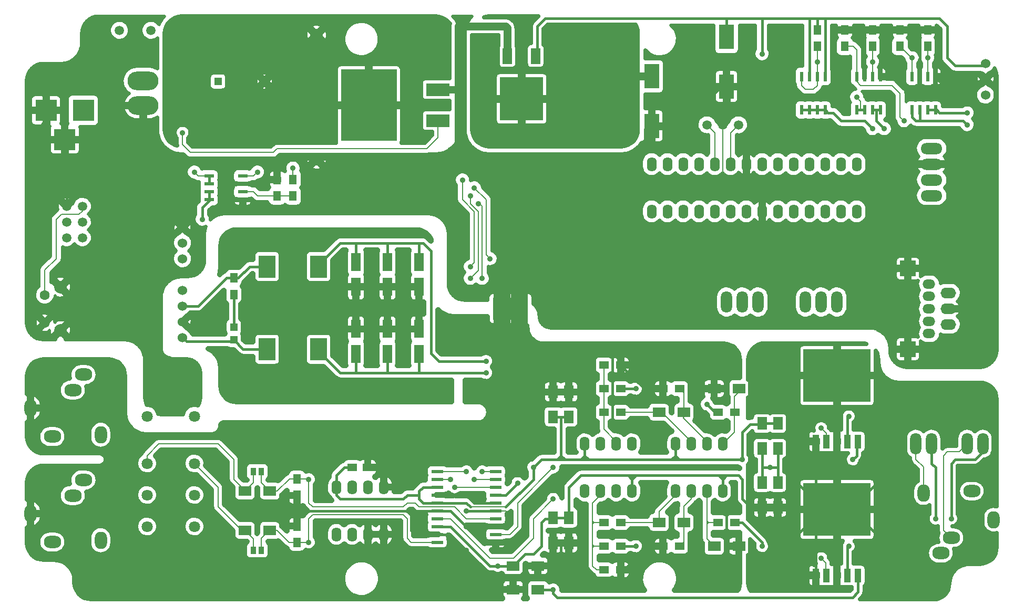
<source format=gtl>
G04 #@! TF.FileFunction,Copper,L1,Top,Signal*
%FSLAX46Y46*%
G04 Gerber Fmt 4.6, Leading zero omitted, Abs format (unit mm)*
G04 Created by KiCad (PCBNEW 4.0.0-rc1-stable) date 2015/11/17 23:35:27*
%MOMM*%
G01*
G04 APERTURE LIST*
%ADD10C,0.150000*%
%ADD11R,2.400300X4.000500*%
%ADD12R,1.500000X1.250000*%
%ADD13C,1.501140*%
%ADD14R,1.550000X0.600000*%
%ADD15R,0.600000X1.550000*%
%ADD16C,1.524000*%
%ADD17R,3.500120X3.500120*%
%ADD18O,1.998980X2.799080*%
%ADD19O,2.799080X1.998980*%
%ADD20R,2.700000X3.600000*%
%ADD21C,1.500000*%
%ADD22R,1.501140X2.499360*%
%ADD23R,7.000240X7.000240*%
%ADD24O,1.600000X2.300000*%
%ADD25R,1.600000X2.000000*%
%ADD26R,2.000000X1.600000*%
%ADD27R,1.198880X1.198880*%
%ADD28O,1.800860X3.500120*%
%ADD29O,3.500120X1.800860*%
%ADD30R,1.300000X1.500000*%
%ADD31R,1.500000X1.300000*%
%ADD32R,1.950000X0.600000*%
%ADD33R,1.070000X2.160000*%
%ADD34R,10.795000X8.500000*%
%ADD35C,1.798320*%
%ADD36R,1.501140X2.999740*%
%ADD37R,0.965200X1.270000*%
%ADD38R,1.300000X1.300000*%
%ADD39C,1.300000*%
%ADD40R,3.799840X1.998980*%
%ADD41R,8.999220X11.501120*%
%ADD42R,2.500000X2.500000*%
%ADD43O,2.500000X1.720000*%
%ADD44O,2.000000X1.500000*%
%ADD45O,5.001260X2.999740*%
%ADD46C,2.000000*%
%ADD47C,1.600000*%
%ADD48C,1.998980*%
%ADD49R,2.794000X1.016000*%
%ADD50R,5.588000X3.550000*%
%ADD51C,0.889000*%
%ADD52C,1.270000*%
%ADD53C,0.406400*%
%ADD54C,0.203200*%
%ADD55C,1.200000*%
%ADD56C,0.635000*%
%ADD57C,0.508000*%
%ADD58C,0.885000*%
G04 APERTURE END LIST*
D10*
D11*
X130235000Y-37509500D03*
X130235000Y-45510500D03*
X142300000Y-31159500D03*
X142300000Y-39160500D03*
D12*
X81995000Y-100565000D03*
X84495000Y-100565000D03*
D13*
X44510000Y-30080000D03*
X49590000Y-30090160D03*
D14*
X64355000Y-57385000D03*
X64355000Y-56115000D03*
X64355000Y-54845000D03*
X64355000Y-53575000D03*
X58955000Y-53575000D03*
X58955000Y-54845000D03*
X58955000Y-56115000D03*
X58955000Y-57385000D03*
D15*
X175955000Y-37540000D03*
X174685000Y-37540000D03*
X173415000Y-37540000D03*
X172145000Y-37540000D03*
X172145000Y-42940000D03*
X173415000Y-42940000D03*
X174685000Y-42940000D03*
X175955000Y-42940000D03*
D16*
X184000000Y-38000000D03*
X184000000Y-40540000D03*
X184000000Y-35460000D03*
D15*
X158175000Y-37540000D03*
X156905000Y-37540000D03*
X155635000Y-37540000D03*
X154365000Y-37540000D03*
X154365000Y-42940000D03*
X155635000Y-42940000D03*
X156905000Y-42940000D03*
X158175000Y-42940000D03*
D17*
X38700140Y-43000000D03*
X32700660Y-43000000D03*
X35700400Y-47699000D03*
D18*
X30199260Y-91000000D03*
D19*
X38700640Y-85599960D03*
X36998840Y-88099320D03*
D18*
X41499720Y-95300220D03*
D19*
X33699380Y-95599940D03*
D18*
X30199260Y-108000000D03*
D19*
X38700640Y-102599960D03*
X36998840Y-105099320D03*
D18*
X41499720Y-112300220D03*
D19*
X33699380Y-112599940D03*
D18*
X185300740Y-109000000D03*
D19*
X176799360Y-114400040D03*
X178501160Y-111900680D03*
D18*
X174000280Y-104699780D03*
D19*
X181800620Y-104400060D03*
D20*
X68300000Y-68180000D03*
X76600000Y-68180000D03*
X68300000Y-81515000D03*
X76600000Y-81515000D03*
D21*
X144205000Y-45320000D03*
X141665000Y-45320000D03*
X139125000Y-45320000D03*
D22*
X111555840Y-34250680D03*
X107004160Y-34250680D03*
D23*
X109280000Y-41149320D03*
D16*
X54670000Y-61830000D03*
X54670000Y-64370000D03*
X54670000Y-66910000D03*
X54670000Y-71990000D03*
X54670000Y-74530000D03*
X54670000Y-77070000D03*
X54670000Y-79610000D03*
D24*
X134045000Y-104375000D03*
X136585000Y-104375000D03*
X139125000Y-104375000D03*
X141665000Y-104375000D03*
X141665000Y-96755000D03*
X139125000Y-96755000D03*
X136585000Y-96755000D03*
X134045000Y-96755000D03*
D25*
X114360000Y-112725000D03*
X114360000Y-108725000D03*
X114360000Y-92405000D03*
X114360000Y-88405000D03*
X116900000Y-92405000D03*
X116900000Y-88405000D03*
X116900000Y-112725000D03*
X116900000Y-108725000D03*
D26*
X144300000Y-87865000D03*
X140300000Y-87865000D03*
X140300000Y-113265000D03*
X144300000Y-113265000D03*
X131410000Y-109455000D03*
X135410000Y-109455000D03*
X131410000Y-91675000D03*
X135410000Y-91675000D03*
D25*
X148015000Y-93485000D03*
X148015000Y-97485000D03*
X148015000Y-103010000D03*
X148015000Y-107010000D03*
X150555000Y-93485000D03*
X150555000Y-97485000D03*
X150555000Y-103010000D03*
X150555000Y-107010000D03*
D26*
X68735000Y-110725000D03*
X64735000Y-110725000D03*
X68735000Y-104375000D03*
X64735000Y-104375000D03*
D27*
X62925000Y-77925980D03*
X62925000Y-80024020D03*
D24*
X163255000Y-51670000D03*
X160715000Y-51670000D03*
X158175000Y-51670000D03*
X155635000Y-51670000D03*
X153095000Y-51670000D03*
X150555000Y-51670000D03*
X148015000Y-51670000D03*
X145475000Y-51670000D03*
X142935000Y-51670000D03*
X140395000Y-51670000D03*
X137855000Y-51670000D03*
X135315000Y-51670000D03*
X132775000Y-51670000D03*
X130235000Y-51670000D03*
X130235000Y-59290000D03*
X132775000Y-59290000D03*
X135315000Y-59290000D03*
X137855000Y-59290000D03*
X140395000Y-59290000D03*
X142935000Y-59290000D03*
X145475000Y-59290000D03*
X148015000Y-59290000D03*
X150555000Y-59290000D03*
X153095000Y-59290000D03*
X155635000Y-59290000D03*
X158175000Y-59290000D03*
X160715000Y-59290000D03*
X163255000Y-59290000D03*
D28*
X172780000Y-96755000D03*
X175320000Y-96755000D03*
X181035000Y-96755000D03*
X183575000Y-96755000D03*
D29*
X175320000Y-49130000D03*
X175320000Y-51670000D03*
X175320000Y-54210000D03*
X175320000Y-56750000D03*
D28*
X142300000Y-73895000D03*
X144840000Y-73895000D03*
X147380000Y-73895000D03*
X155000000Y-73895000D03*
X157540000Y-73895000D03*
X160080000Y-73895000D03*
D30*
X62925000Y-70005000D03*
X62925000Y-72705000D03*
X73085000Y-112710000D03*
X73085000Y-110010000D03*
X73085000Y-105090000D03*
X73085000Y-102390000D03*
D31*
X122535000Y-84055000D03*
X125235000Y-84055000D03*
X125235000Y-117075000D03*
X122535000Y-117075000D03*
X134760000Y-87865000D03*
X132060000Y-87865000D03*
X143650000Y-91675000D03*
X140950000Y-91675000D03*
X134760000Y-113265000D03*
X132060000Y-113265000D03*
X140950000Y-109455000D03*
X143650000Y-109455000D03*
X122535000Y-109455000D03*
X125235000Y-109455000D03*
X122535000Y-91675000D03*
X125235000Y-91675000D03*
X125235000Y-113265000D03*
X122535000Y-113265000D03*
X125235000Y-87865000D03*
X122535000Y-87865000D03*
D30*
X72450000Y-56830000D03*
X72450000Y-54130000D03*
X69910000Y-56830000D03*
X69910000Y-54130000D03*
X165795000Y-32700000D03*
X165795000Y-30000000D03*
X170240000Y-32700000D03*
X170240000Y-30000000D03*
X174685000Y-32700000D03*
X174685000Y-30000000D03*
X161350000Y-32700000D03*
X161350000Y-30000000D03*
X156905000Y-30000000D03*
X156905000Y-32700000D03*
D24*
X119440000Y-104375000D03*
X121980000Y-104375000D03*
X124520000Y-104375000D03*
X127060000Y-104375000D03*
X127060000Y-96755000D03*
X124520000Y-96755000D03*
X121980000Y-96755000D03*
X119440000Y-96755000D03*
D32*
X105090000Y-112630000D03*
X105090000Y-111360000D03*
X105090000Y-110090000D03*
X105090000Y-108820000D03*
X105090000Y-107550000D03*
X105090000Y-106280000D03*
X105090000Y-105010000D03*
X105090000Y-103740000D03*
X105090000Y-102470000D03*
X105090000Y-101200000D03*
X95690000Y-101200000D03*
X95690000Y-102470000D03*
X95690000Y-103740000D03*
X95690000Y-105010000D03*
X95690000Y-106280000D03*
X95690000Y-107550000D03*
X95690000Y-108820000D03*
X95690000Y-110090000D03*
X95690000Y-111360000D03*
X95690000Y-112630000D03*
D33*
X158378200Y-96394320D03*
X160080000Y-96394320D03*
D34*
X160080000Y-85756800D03*
D33*
X161781800Y-96394320D03*
X156676400Y-96394320D03*
X163483600Y-96394320D03*
X158378200Y-117984320D03*
X160080000Y-117984320D03*
D34*
X160080000Y-107346800D03*
D33*
X161781800Y-117984320D03*
X156676400Y-117984320D03*
X163483600Y-117984320D03*
D15*
X167065000Y-37540000D03*
X165795000Y-37540000D03*
X164525000Y-37540000D03*
X163255000Y-37540000D03*
X163255000Y-42940000D03*
X164525000Y-42940000D03*
X165795000Y-42940000D03*
X167065000Y-42940000D03*
D24*
X79435000Y-111360000D03*
X81975000Y-111360000D03*
X84515000Y-111360000D03*
X87055000Y-111360000D03*
X87055000Y-103740000D03*
X84515000Y-103740000D03*
X81975000Y-103740000D03*
X79435000Y-103740000D03*
D35*
X56575000Y-110090000D03*
X56575000Y-105010000D03*
X56575000Y-99930000D03*
X48955000Y-110090000D03*
X48955000Y-105010000D03*
X48955000Y-99930000D03*
X56575000Y-92310000D03*
X48955000Y-92310000D03*
D36*
X82610000Y-71448980D03*
X82610000Y-67451020D03*
X82610000Y-82243980D03*
X82610000Y-78246020D03*
X87690000Y-71448980D03*
X87690000Y-67451020D03*
X87690000Y-82243980D03*
X87690000Y-78246020D03*
D26*
X111915000Y-120250000D03*
X107915000Y-120250000D03*
X111915000Y-116440000D03*
X107915000Y-116440000D03*
D37*
X66100000Y-113900000D03*
X67370000Y-113900000D03*
X66100000Y-101200000D03*
X67370000Y-101200000D03*
D38*
X60385000Y-38335000D03*
D39*
X67885000Y-38335000D03*
D36*
X92770000Y-71448980D03*
X92770000Y-67451020D03*
X92770000Y-82243980D03*
X92770000Y-78246020D03*
D40*
X95779900Y-44644360D03*
X95779900Y-39645640D03*
D41*
X84680100Y-42145000D03*
D42*
X171500000Y-68500000D03*
X171500000Y-81500000D03*
D43*
X178000000Y-77540000D03*
X178000000Y-75000000D03*
X178000000Y-72460000D03*
D44*
X174900000Y-79000000D03*
X174900000Y-77000000D03*
X174900000Y-75000000D03*
X174900000Y-73000000D03*
X174900000Y-71000000D03*
D45*
X48320000Y-38258800D03*
X48320000Y-42221200D03*
D46*
X35000000Y-71500000D03*
X35000000Y-78500000D03*
D47*
X32500000Y-72750000D03*
X32500000Y-77250000D03*
D48*
X76260000Y-30875000D03*
X76260000Y-50875000D03*
D49*
X108897000Y-72714000D03*
X108897000Y-77286000D03*
X106103000Y-72714000D03*
X106103000Y-77286000D03*
D50*
X107500000Y-75000000D03*
D21*
X38540000Y-63540000D03*
X36000000Y-61000000D03*
X38540000Y-58460000D03*
X36000000Y-63540000D03*
X36000000Y-58460000D03*
X38540000Y-61000000D03*
D47*
X112455000Y-47225000D03*
X106105000Y-47225000D03*
D51*
X104200000Y-66910000D03*
X101660000Y-55480000D03*
X163255000Y-40875000D03*
X101025000Y-56750000D03*
X101025000Y-70085000D03*
X101660000Y-102470000D03*
X102930000Y-70085000D03*
X102930000Y-101200000D03*
X102295000Y-58020000D03*
X100390000Y-101200000D03*
X101025000Y-68180000D03*
X99755000Y-54210000D03*
X161985000Y-113265000D03*
X148015000Y-113265000D03*
X127695000Y-113265000D03*
X139125000Y-90405000D03*
X161985000Y-92310000D03*
X127695000Y-87865000D03*
X165795000Y-45955000D03*
X66735000Y-52940000D03*
X74990000Y-112630000D03*
X74990000Y-102470000D03*
X170875000Y-44685000D03*
X157540000Y-115170000D03*
X114360000Y-100565000D03*
X114360000Y-105645000D03*
X54670000Y-46590000D03*
X98485000Y-60560000D03*
X84515000Y-50400000D03*
X107375000Y-65640000D03*
X99755000Y-30080000D03*
X107375000Y-50400000D03*
X107375000Y-63100000D03*
X98485000Y-103740000D03*
X107375000Y-60560000D03*
X62290000Y-51035000D03*
X132775000Y-41510000D03*
X151825000Y-40875000D03*
X151825000Y-47225000D03*
X137855000Y-55480000D03*
X148015000Y-33890000D03*
D47*
X90865000Y-42145000D03*
D51*
X109915000Y-118345000D03*
X106105000Y-84690000D03*
X102295000Y-77070000D03*
X95945000Y-77070000D03*
X61655000Y-89135000D03*
X94040000Y-89135000D03*
X61655000Y-63100000D03*
X94040000Y-63100000D03*
X102295000Y-89135000D03*
X175955000Y-108820000D03*
X95310000Y-95485000D03*
X137220000Y-106915000D03*
X144205000Y-106915000D03*
X142935000Y-100565000D03*
X137855000Y-92945000D03*
X178495000Y-108820000D03*
X143570000Y-81515000D03*
X129600000Y-95485000D03*
X129600000Y-106915000D03*
X129600000Y-111360000D03*
X141665000Y-119615000D03*
X116265000Y-100565000D03*
X117535000Y-118345000D03*
X59750000Y-75165000D03*
X67370000Y-75165000D03*
X63560000Y-107550000D03*
X149285000Y-100565000D03*
X91500000Y-107550000D03*
X100390000Y-113900000D03*
X100390000Y-110090000D03*
X100390000Y-105010000D03*
X100390000Y-107550000D03*
X103565000Y-83420000D03*
X162620000Y-99295000D03*
X144840000Y-99295000D03*
X114360000Y-120250000D03*
X111185000Y-100565000D03*
X103565000Y-85325000D03*
X167065000Y-102470000D03*
X167065000Y-89770000D03*
X153095000Y-92945000D03*
X153095000Y-81515000D03*
X153095000Y-89770000D03*
X167065000Y-111995000D03*
X153095000Y-111995000D03*
X153095000Y-102470000D03*
X108645000Y-103105000D03*
X105470000Y-116440000D03*
X97850000Y-102470000D03*
X167700000Y-45955000D03*
X165795000Y-35160000D03*
X181035000Y-45320000D03*
X172145000Y-34525000D03*
X181035000Y-43415000D03*
X174685000Y-34525000D03*
X156905000Y-35160000D03*
X57845000Y-60560000D03*
X157540000Y-94215000D03*
X72450000Y-52305000D03*
X56575000Y-52940000D03*
D52*
X130235000Y-37509500D02*
X122170500Y-37509500D01*
X112455000Y-47225000D02*
X106105000Y-47225000D01*
X122170500Y-37509500D02*
X112455000Y-47225000D01*
X109280000Y-47225000D02*
X109280000Y-41149320D01*
X106105000Y-47225000D02*
X109280000Y-47225000D01*
X109280000Y-41149320D02*
X109640680Y-41149320D01*
X109280000Y-41149320D02*
X109280000Y-43415000D01*
X109280000Y-42780000D02*
X109280000Y-41149320D01*
D53*
X107458820Y-41700500D02*
X109280000Y-39879320D01*
D54*
X144300000Y-87865000D02*
X144300000Y-88405000D01*
X144300000Y-88405000D02*
X143570000Y-89135000D01*
X143570000Y-90405000D02*
X143570000Y-91040000D01*
X143570000Y-89135000D02*
X143570000Y-90405000D01*
X143570000Y-91040000D02*
X143650000Y-91120000D01*
X143650000Y-91120000D02*
X143650000Y-91675000D01*
X141665000Y-96755000D02*
X143570000Y-94850000D01*
X143570000Y-94850000D02*
X143570000Y-91755000D01*
X144300000Y-87865000D02*
X144840000Y-87865000D01*
X143650000Y-91675000D02*
X143650000Y-91755000D01*
X139379000Y-109455000D02*
X139125000Y-109709000D01*
X139125000Y-109201000D02*
X139379000Y-109455000D01*
X140950000Y-109455000D02*
X139379000Y-109455000D01*
X139379000Y-109455000D02*
X139125000Y-109455000D01*
X139125000Y-104375000D02*
X139125000Y-109201000D01*
X139125000Y-109201000D02*
X139125000Y-109455000D01*
X139125000Y-109455000D02*
X139125000Y-109709000D01*
X139125000Y-109709000D02*
X139125000Y-112090000D01*
X139125000Y-112090000D02*
X140300000Y-113265000D01*
D53*
X62925000Y-72705000D02*
X62925000Y-77925980D01*
X68300000Y-81515000D02*
X64415980Y-81515000D01*
X64415980Y-81515000D02*
X62925000Y-80024020D01*
X54670000Y-79610000D02*
X55305000Y-80245000D01*
X55305000Y-80245000D02*
X62704020Y-80245000D01*
X62704020Y-80245000D02*
X62925000Y-80024020D01*
D54*
X101660000Y-55480000D02*
X103565000Y-57385000D01*
X104200000Y-66910000D02*
X103565000Y-66275000D01*
X103565000Y-57385000D02*
X103565000Y-66275000D01*
X32500000Y-72750000D02*
X32500000Y-68760000D01*
X35160000Y-59750000D02*
X34350000Y-60560000D01*
X38000000Y-59750000D02*
X38540000Y-59210000D01*
X38000000Y-59750000D02*
X35160000Y-59750000D01*
X34350000Y-66910000D02*
X34350000Y-60560000D01*
X32500000Y-68760000D02*
X34350000Y-66910000D01*
X38540000Y-58460000D02*
X38540000Y-59210000D01*
D53*
X164525000Y-42940000D02*
X163890000Y-42940000D01*
X163890000Y-42940000D02*
X163255000Y-42940000D01*
D54*
X163255000Y-40875000D02*
X163890000Y-41510000D01*
X163890000Y-42940000D02*
X163890000Y-41510000D01*
X144205000Y-45320000D02*
X142935000Y-46590000D01*
X142935000Y-46590000D02*
X142935000Y-51670000D01*
X139125000Y-45320000D02*
X140395000Y-46590000D01*
X140395000Y-46590000D02*
X140395000Y-51670000D01*
X101025000Y-56750000D02*
X101025000Y-58020000D01*
X102295000Y-68815000D02*
X101025000Y-70085000D01*
X102295000Y-59290000D02*
X102295000Y-68815000D01*
X101025000Y-58020000D02*
X102295000Y-59290000D01*
X105090000Y-102470000D02*
X101660000Y-102470000D01*
X102523598Y-58020000D02*
X102930000Y-58426402D01*
X102930000Y-58426402D02*
X102930000Y-70085000D01*
X105090000Y-101200000D02*
X102930000Y-101200000D01*
X102523598Y-58020000D02*
X102295000Y-58020000D01*
X140395000Y-59290000D02*
X140395000Y-59925000D01*
X101025000Y-68180000D02*
X101660000Y-67545000D01*
X95690000Y-101200000D02*
X100390000Y-101200000D01*
X99755000Y-57385000D02*
X99755000Y-54210000D01*
X101660000Y-59290000D02*
X99755000Y-57385000D01*
X101660000Y-67545000D02*
X101660000Y-59290000D01*
D53*
X161781800Y-117984320D02*
X161781800Y-113468200D01*
D54*
X161781800Y-113468200D02*
X161985000Y-113265000D01*
D53*
X143650000Y-109455000D02*
X144840000Y-109455000D01*
X148015000Y-112630000D02*
X148015000Y-113265000D01*
X144840000Y-109455000D02*
X148015000Y-112630000D01*
X127695000Y-113265000D02*
X125235000Y-113265000D01*
D54*
X125790000Y-113265000D02*
X125235000Y-113265000D01*
D53*
X161578600Y-117984320D02*
X161624320Y-117984320D01*
D54*
X177860000Y-98025000D02*
X179765000Y-98025000D01*
X177225000Y-98660000D02*
X177860000Y-98025000D01*
X177225000Y-110725000D02*
X177225000Y-98660000D01*
X178400680Y-111900680D02*
X177225000Y-110725000D01*
X179765000Y-98025000D02*
X181035000Y-96755000D01*
X178501160Y-111900680D02*
X178400680Y-111900680D01*
X181035000Y-98025000D02*
X181035000Y-96755000D01*
X174000280Y-104699780D02*
X174000280Y-100515280D01*
X172780000Y-99295000D02*
X172780000Y-96755000D01*
X174000280Y-100515280D02*
X172780000Y-99295000D01*
D53*
X140950000Y-91675000D02*
X140395000Y-91675000D01*
X140395000Y-91675000D02*
X139125000Y-90405000D01*
X161781800Y-96394320D02*
X161781800Y-92513200D01*
D54*
X161781800Y-92513200D02*
X161985000Y-92310000D01*
D53*
X127695000Y-87865000D02*
X125235000Y-87865000D01*
X62925000Y-70005000D02*
X63640000Y-70005000D01*
X65465000Y-68180000D02*
X68300000Y-68180000D01*
X63640000Y-70005000D02*
X65465000Y-68180000D01*
X54670000Y-74530000D02*
X57210000Y-74530000D01*
X61735000Y-70005000D02*
X62925000Y-70005000D01*
X57210000Y-74530000D02*
X61735000Y-70005000D01*
X164525000Y-44685000D02*
X160715000Y-44685000D01*
X165795000Y-45955000D02*
X164525000Y-44685000D01*
X158650000Y-43415000D02*
X158175000Y-42940000D01*
X159445000Y-43415000D02*
X158650000Y-43415000D01*
X160715000Y-44685000D02*
X159445000Y-43415000D01*
X154365000Y-42940000D02*
X155635000Y-42940000D01*
X155635000Y-42940000D02*
X156905000Y-42940000D01*
X156905000Y-42940000D02*
X158175000Y-42940000D01*
D54*
X64355000Y-53575000D02*
X66100000Y-53575000D01*
X66100000Y-53575000D02*
X66735000Y-52940000D01*
X74990000Y-108820000D02*
X75625000Y-108185000D01*
X75625000Y-108185000D02*
X90230000Y-108185000D01*
X74990000Y-112630000D02*
X74990000Y-108820000D01*
X91500000Y-112630000D02*
X95690000Y-112630000D01*
X90865000Y-111995000D02*
X91500000Y-112630000D01*
X90865000Y-108820000D02*
X90865000Y-111995000D01*
X90230000Y-108185000D02*
X90865000Y-108820000D01*
X73085000Y-112710000D02*
X74910000Y-112710000D01*
X74910000Y-112710000D02*
X74990000Y-112630000D01*
X73085000Y-112710000D02*
X73640000Y-112710000D01*
X68735000Y-110725000D02*
X69910000Y-110725000D01*
X71815000Y-112630000D02*
X73005000Y-112630000D01*
X69910000Y-110725000D02*
X71815000Y-112630000D01*
X73005000Y-112630000D02*
X73085000Y-112710000D01*
X67370000Y-113900000D02*
X67370000Y-111995000D01*
X67370000Y-111995000D02*
X68640000Y-110725000D01*
X68640000Y-110725000D02*
X68735000Y-110725000D01*
X68735000Y-110725000D02*
X69275000Y-110725000D01*
X75625000Y-106915000D02*
X74990000Y-106280000D01*
X74990000Y-102470000D02*
X74990000Y-106280000D01*
X90865000Y-106280000D02*
X90230000Y-106915000D01*
X90230000Y-106915000D02*
X75625000Y-106915000D01*
X92770000Y-106915000D02*
X98485000Y-106915000D01*
X92135000Y-106280000D02*
X92770000Y-106915000D01*
X100390000Y-108820000D02*
X105090000Y-108820000D01*
X98485000Y-106915000D02*
X100390000Y-108820000D01*
X92135000Y-106280000D02*
X90865000Y-106280000D01*
X73085000Y-102390000D02*
X74910000Y-102390000D01*
X74910000Y-102390000D02*
X74990000Y-102470000D01*
X73085000Y-102390000D02*
X73640000Y-102390000D01*
X73085000Y-102390000D02*
X71895000Y-102390000D01*
X69910000Y-104375000D02*
X68735000Y-104375000D01*
X71895000Y-102390000D02*
X69910000Y-104375000D01*
X67370000Y-101200000D02*
X67370000Y-103010000D01*
X67370000Y-103010000D02*
X68735000Y-104375000D01*
X69275000Y-104375000D02*
X68735000Y-104375000D01*
X170875000Y-44685000D02*
X170240000Y-44050000D01*
X163255000Y-38335000D02*
X163890000Y-38970000D01*
X163890000Y-38970000D02*
X168970000Y-38970000D01*
X163255000Y-38335000D02*
X163255000Y-37540000D01*
X170240000Y-44050000D02*
X170240000Y-40240000D01*
X170240000Y-40240000D02*
X168970000Y-38970000D01*
X163255000Y-37540000D02*
X163255000Y-33255000D01*
X162700000Y-32700000D02*
X161350000Y-32700000D01*
X163255000Y-33255000D02*
X162700000Y-32700000D01*
X158302000Y-115932000D02*
X158302000Y-117908120D01*
X157540000Y-115170000D02*
X158302000Y-115932000D01*
X158302000Y-117908120D02*
X158378200Y-117984320D01*
X108645000Y-106280000D02*
X114360000Y-100565000D01*
X107375000Y-111360000D02*
X108645000Y-110090000D01*
X105090000Y-111360000D02*
X107375000Y-111360000D01*
X108645000Y-110090000D02*
X108645000Y-106280000D01*
X111185000Y-111995000D02*
X111185000Y-108820000D01*
X108010000Y-115170000D02*
X111185000Y-111995000D01*
X95690000Y-108820000D02*
X97850000Y-108820000D01*
X97850000Y-108820000D02*
X104200000Y-115170000D01*
X104200000Y-115170000D02*
X108010000Y-115170000D01*
X111185000Y-108820000D02*
X114360000Y-105645000D01*
X95779900Y-44644360D02*
X95779900Y-47390100D01*
X54670000Y-48495000D02*
X54670000Y-46590000D01*
X55940000Y-49765000D02*
X54670000Y-48495000D01*
X69275000Y-49765000D02*
X55940000Y-49765000D01*
X69910000Y-49130000D02*
X69275000Y-49765000D01*
X94040000Y-49130000D02*
X69910000Y-49130000D01*
X95779900Y-47390100D02*
X94040000Y-49130000D01*
X95904360Y-44644360D02*
X95779900Y-44644360D01*
X95779900Y-44644360D02*
X96539360Y-44644360D01*
D53*
X99755000Y-30080000D02*
X99755000Y-29445000D01*
D52*
X48320000Y-51035000D02*
X35620000Y-51035000D01*
D53*
X107375000Y-60560000D02*
X107375000Y-50400000D01*
X107375000Y-66910000D02*
X107375000Y-71990000D01*
X107375000Y-71990000D02*
X106651000Y-72714000D01*
X106651000Y-72714000D02*
X106103000Y-72714000D01*
D54*
X105090000Y-103740000D02*
X98485000Y-103740000D01*
D53*
X107375000Y-61830000D02*
X107375000Y-62465000D01*
X107375000Y-62465000D02*
X107375000Y-63100000D01*
X107375000Y-63100000D02*
X107375000Y-65640000D01*
X107375000Y-65640000D02*
X107375000Y-66275000D01*
X107375000Y-66275000D02*
X107375000Y-66910000D01*
X107375000Y-60560000D02*
X107375000Y-61830000D01*
D52*
X76260000Y-50875000D02*
X76260000Y-50704802D01*
X76260000Y-50704802D02*
X75955198Y-50400000D01*
X75955198Y-50400000D02*
X70545000Y-50400000D01*
X70545000Y-50400000D02*
X69910000Y-51035000D01*
X99120000Y-50400000D02*
X127060000Y-50400000D01*
D53*
X30540000Y-75290000D02*
X36890000Y-75290000D01*
X35000000Y-71500000D02*
X35000000Y-72005000D01*
X35000000Y-72005000D02*
X36890000Y-73895000D01*
X36890000Y-73895000D02*
X36890000Y-75290000D01*
X36890000Y-75290000D02*
X36890000Y-76610000D01*
X36890000Y-76610000D02*
X35000000Y-78500000D01*
X32445000Y-51035000D02*
X30540000Y-52940000D01*
X30540000Y-75290000D02*
X30540000Y-75290000D01*
X30540000Y-75290000D02*
X32500000Y-77250000D01*
X30540000Y-52940000D02*
X30540000Y-75290000D01*
X32445000Y-51035000D02*
X31965000Y-51035000D01*
X62925000Y-54845000D02*
X62290000Y-54210000D01*
X62925000Y-54845000D02*
X62290000Y-55480000D01*
X64355000Y-54845000D02*
X62925000Y-54845000D01*
X62925000Y-54845000D02*
X62290000Y-54845000D01*
X62290000Y-51035000D02*
X62290000Y-54210000D01*
X62290000Y-54210000D02*
X62290000Y-54845000D01*
X62290000Y-54845000D02*
X62290000Y-55480000D01*
X62290000Y-55480000D02*
X62290000Y-56750000D01*
X62290000Y-56750000D02*
X62925000Y-57385000D01*
X62925000Y-57385000D02*
X64355000Y-57385000D01*
D52*
X127060000Y-50400000D02*
X129600000Y-47860000D01*
X129600000Y-47860000D02*
X129600000Y-46145500D01*
X129600000Y-46145500D02*
X130235000Y-45510500D01*
X99120000Y-50400000D02*
X99120000Y-39645640D01*
X76260000Y-50704802D02*
X76564802Y-50400000D01*
X76564802Y-50400000D02*
X83880000Y-50400000D01*
X83880000Y-50400000D02*
X84515000Y-50400000D01*
X84515000Y-50400000D02*
X99120000Y-50400000D01*
D53*
X36000000Y-58460000D02*
X36000000Y-51415000D01*
X36000000Y-51415000D02*
X35620000Y-51035000D01*
D52*
X35620000Y-51035000D02*
X32445000Y-51035000D01*
X32700660Y-45064340D02*
X32700660Y-43000000D01*
X32445000Y-45320000D02*
X32700660Y-45064340D01*
X32445000Y-51035000D02*
X32445000Y-45320000D01*
X35700400Y-50954600D02*
X35700400Y-47699000D01*
X35620000Y-51035000D02*
X35700400Y-50954600D01*
X48320000Y-42221200D02*
X48320000Y-51035000D01*
X54670000Y-61830000D02*
X54670000Y-51035000D01*
X99120000Y-29445000D02*
X99755000Y-29445000D01*
X99755000Y-29445000D02*
X106740000Y-29445000D01*
X106740000Y-29445000D02*
X107004160Y-29709160D01*
X107004160Y-29709160D02*
X107004160Y-34250680D01*
D55*
X99120000Y-39645640D02*
X99120000Y-29445000D01*
D53*
X69910000Y-54130000D02*
X69910000Y-51035000D01*
D52*
X69910000Y-51035000D02*
X67210000Y-51035000D01*
X67210000Y-51035000D02*
X62290000Y-51035000D01*
X62290000Y-51035000D02*
X62925000Y-51035000D01*
X62925000Y-51035000D02*
X54670000Y-51035000D01*
X54670000Y-51035000D02*
X48320000Y-51035000D01*
X76100000Y-51035000D02*
X76260000Y-50875000D01*
X76100000Y-51035000D02*
X76260000Y-50875000D01*
D53*
X132775000Y-45510500D02*
X132775000Y-41510000D01*
D54*
X141665000Y-43415000D02*
X148015000Y-43415000D01*
X148015000Y-43415000D02*
X151825000Y-47225000D01*
X141665000Y-45320000D02*
X141665000Y-55480000D01*
D53*
X137855000Y-55480000D02*
X141665000Y-55480000D01*
X141665000Y-55480000D02*
X148015000Y-55480000D01*
X148015000Y-55480000D02*
X148015000Y-59290000D01*
X158175000Y-40875000D02*
X151825000Y-40875000D01*
X160160000Y-30000000D02*
X159445000Y-30715000D01*
X159445000Y-30715000D02*
X159445000Y-39605000D01*
X159445000Y-39605000D02*
X158175000Y-40875000D01*
X161350000Y-30000000D02*
X160160000Y-30000000D01*
X151825000Y-40875000D02*
X148015000Y-40875000D01*
X148015000Y-40875000D02*
X146300500Y-39160500D01*
X146300500Y-39160500D02*
X142300000Y-39160500D01*
D52*
X142300000Y-39160500D02*
X142300000Y-42145000D01*
X142300000Y-42145000D02*
X142300000Y-42780000D01*
X142300000Y-42780000D02*
X141665000Y-43415000D01*
X141665000Y-43415000D02*
X141665000Y-45320000D01*
X130235000Y-45510500D02*
X132775000Y-45510500D01*
X132775000Y-45510500D02*
X134489500Y-45510500D01*
X134489500Y-45510500D02*
X140839500Y-39160500D01*
X140839500Y-39160500D02*
X142300000Y-39160500D01*
D53*
X185480000Y-68180000D02*
X180400000Y-68180000D01*
X180400000Y-68180000D02*
X170820000Y-68180000D01*
X170820000Y-68180000D02*
X170500000Y-68500000D01*
X177000000Y-75000000D02*
X185480000Y-75000000D01*
X185480000Y-51670000D02*
X185480000Y-68180000D01*
X185480000Y-68180000D02*
X185480000Y-68500000D01*
X185480000Y-68500000D02*
X185480000Y-75000000D01*
X185480000Y-75000000D02*
X185480000Y-80245000D01*
X180385000Y-81500000D02*
X180400000Y-81515000D01*
X180385000Y-81500000D02*
X170500000Y-81500000D01*
X184210000Y-81515000D02*
X180400000Y-81515000D01*
X185480000Y-80245000D02*
X184210000Y-81515000D01*
X175955000Y-37540000D02*
X175955000Y-37700000D01*
X175955000Y-37700000D02*
X176590000Y-38335000D01*
X176590000Y-38335000D02*
X183665000Y-38335000D01*
X183665000Y-38335000D02*
X184000000Y-38000000D01*
X183700000Y-37700000D02*
X184000000Y-38000000D01*
X164525000Y-37540000D02*
X164525000Y-30000000D01*
X167065000Y-37540000D02*
X167065000Y-30000000D01*
X173415000Y-37540000D02*
X173415000Y-30000000D01*
X175955000Y-37540000D02*
X175955000Y-30080000D01*
X175955000Y-30080000D02*
X175875000Y-30000000D01*
X174685000Y-30000000D02*
X173415000Y-30000000D01*
X173415000Y-30000000D02*
X170240000Y-30000000D01*
X170240000Y-30000000D02*
X167065000Y-30000000D01*
X167065000Y-30000000D02*
X165795000Y-30000000D01*
X165795000Y-30000000D02*
X164525000Y-30000000D01*
X164525000Y-30000000D02*
X161350000Y-30000000D01*
X161350000Y-30000000D02*
X161270000Y-30080000D01*
X175875000Y-30000000D02*
X174685000Y-30000000D01*
X175955000Y-30080000D02*
X175875000Y-30000000D01*
X165795000Y-30000000D02*
X165795000Y-29445000D01*
X161350000Y-30000000D02*
X161350000Y-29445000D01*
X161350000Y-30000000D02*
X161350000Y-29445000D01*
X170240000Y-30000000D02*
X170240000Y-29445000D01*
X170240000Y-30000000D02*
X170240000Y-29445000D01*
X174685000Y-30000000D02*
X174685000Y-29445000D01*
X130235000Y-45510500D02*
X130235000Y-44050000D01*
X130235000Y-47225000D02*
X130235000Y-45510500D01*
D55*
X95779900Y-39645640D02*
X99120000Y-39645640D01*
X76420000Y-51035000D02*
X76260000Y-50875000D01*
D53*
X161350000Y-30000000D02*
X161350000Y-29445000D01*
X174685000Y-30000000D02*
X174685000Y-29445000D01*
X176095000Y-37680000D02*
X175955000Y-37540000D01*
X175320000Y-51670000D02*
X185480000Y-51670000D01*
X185480000Y-39480000D02*
X184000000Y-38000000D01*
X185480000Y-51670000D02*
X185480000Y-39480000D01*
X183680000Y-37680000D02*
X184000000Y-38000000D01*
X141665000Y-39795500D02*
X142300000Y-39160500D01*
X165795000Y-30000000D02*
X165795000Y-29445000D01*
X170240000Y-30000000D02*
X170240000Y-29445000D01*
X177860000Y-34525000D02*
X179130000Y-35795000D01*
X158175000Y-28175000D02*
X176590000Y-28175000D01*
X177860000Y-29445000D02*
X176590000Y-28175000D01*
X177860000Y-34525000D02*
X177860000Y-29445000D01*
X179130000Y-35795000D02*
X183665000Y-35795000D01*
X183665000Y-35795000D02*
X184000000Y-35460000D01*
X111820000Y-33986520D02*
X111820000Y-29445000D01*
X113090000Y-28175000D02*
X111820000Y-29445000D01*
X113090000Y-28175000D02*
X142300000Y-28175000D01*
X111820000Y-33986520D02*
X111555840Y-34250680D01*
X111820000Y-33986520D02*
X111555840Y-34250680D01*
X148015000Y-33890000D02*
X148015000Y-28175000D01*
X183720000Y-35180000D02*
X184000000Y-35460000D01*
X142300000Y-31159500D02*
X142300000Y-28175000D01*
X148015000Y-28175000D02*
X142300000Y-28175000D01*
X155635000Y-28175000D02*
X148015000Y-28175000D01*
X155635000Y-37540000D02*
X155635000Y-28175000D01*
X158175000Y-37540000D02*
X158175000Y-28175000D01*
X156905000Y-28175000D02*
X156905000Y-30000000D01*
X158175000Y-28175000D02*
X156905000Y-28175000D01*
X156905000Y-28175000D02*
X155635000Y-28175000D01*
D52*
X84680100Y-42145000D02*
X90865000Y-42145000D01*
X76260000Y-42145000D02*
X76260000Y-30875000D01*
X84680100Y-42145000D02*
X76260000Y-42145000D01*
X76260000Y-42145000D02*
X71695000Y-42145000D01*
X71695000Y-42145000D02*
X67885000Y-38335000D01*
X84680100Y-42145000D02*
X80705000Y-42145000D01*
X84680100Y-42145000D02*
X85785000Y-42145000D01*
X84680100Y-42145000D02*
X84680100Y-41979900D01*
D55*
X80870100Y-38335000D02*
X84680100Y-42145000D01*
D54*
X105090000Y-107550000D02*
X106740000Y-107550000D01*
X106740000Y-110090000D02*
X105090000Y-110090000D01*
X107375000Y-109455000D02*
X106740000Y-110090000D01*
X107375000Y-108185000D02*
X107375000Y-109455000D01*
X106740000Y-107550000D02*
X107375000Y-108185000D01*
D53*
X106105000Y-79610000D02*
X107375000Y-79610000D01*
X106105000Y-84690000D02*
X106105000Y-79610000D01*
X95945000Y-77070000D02*
X102295000Y-77070000D01*
X175955000Y-108820000D02*
X175955000Y-100565000D01*
X175955000Y-100565000D02*
X175320000Y-99930000D01*
X175320000Y-99930000D02*
X175320000Y-96755000D01*
X106103000Y-77703000D02*
X107375000Y-78975000D01*
X108897000Y-77286000D02*
X108897000Y-77453000D01*
X108897000Y-77453000D02*
X107375000Y-78975000D01*
X115630000Y-81515000D02*
X111820000Y-81515000D01*
X111820000Y-81515000D02*
X109915000Y-79610000D01*
X109915000Y-79610000D02*
X107375000Y-79610000D01*
X107375000Y-78975000D02*
X107375000Y-79610000D01*
D54*
X95310000Y-95485000D02*
X90865000Y-95485000D01*
X90865000Y-95485000D02*
X85785000Y-100565000D01*
D53*
X123885000Y-94215000D02*
X123885000Y-82150000D01*
X123885000Y-82150000D02*
X123250000Y-81515000D01*
X129600000Y-94215000D02*
X123885000Y-94215000D01*
X129600000Y-95485000D02*
X129600000Y-94215000D01*
X142300000Y-111360000D02*
X142300000Y-106915000D01*
X143570000Y-111360000D02*
X144300000Y-112090000D01*
X144300000Y-113265000D02*
X144300000Y-112090000D01*
X142300000Y-111360000D02*
X143570000Y-111360000D01*
X142300000Y-106915000D02*
X144205000Y-106915000D01*
X137855000Y-85285000D02*
X137855000Y-92945000D01*
X178495000Y-108820000D02*
X178495000Y-99930000D01*
X182305000Y-99295000D02*
X183575000Y-98025000D01*
X179130000Y-99295000D02*
X182305000Y-99295000D01*
X178495000Y-99930000D02*
X179130000Y-99295000D01*
X183575000Y-98025000D02*
X183575000Y-96755000D01*
X67370000Y-75165000D02*
X82610000Y-75165000D01*
X82610000Y-75165000D02*
X87690000Y-75165000D01*
X87690000Y-75165000D02*
X92770000Y-75165000D01*
X82610000Y-78246020D02*
X82610000Y-75165000D01*
X82610000Y-75165000D02*
X82610000Y-71448980D01*
X129600000Y-113265000D02*
X129600000Y-111360000D01*
X141665000Y-115170000D02*
X141665000Y-119615000D01*
X109915000Y-106915000D02*
X116265000Y-100565000D01*
X108010000Y-112630000D02*
X109915000Y-110725000D01*
X109915000Y-110725000D02*
X109915000Y-106915000D01*
X108010000Y-112630000D02*
X105090000Y-112630000D01*
X116265000Y-100565000D02*
X116265000Y-100565000D01*
X87690000Y-78246020D02*
X87690000Y-75165000D01*
X87690000Y-75165000D02*
X87690000Y-71448980D01*
X92770000Y-78246020D02*
X92770000Y-75165000D01*
X92770000Y-75165000D02*
X92770000Y-71448980D01*
X73085000Y-107550000D02*
X63560000Y-107550000D01*
X115630000Y-85960000D02*
X115630000Y-81515000D01*
X150555000Y-100565000D02*
X149285000Y-100565000D01*
X150555000Y-103010000D02*
X150555000Y-100565000D01*
X150555000Y-100565000D02*
X150555000Y-97485000D01*
X148015000Y-100565000D02*
X149285000Y-100565000D01*
X148015000Y-103010000D02*
X148015000Y-100565000D01*
X148015000Y-100565000D02*
X148015000Y-97485000D01*
X126465000Y-85285000D02*
X137855000Y-85285000D01*
X137855000Y-85285000D02*
X139085000Y-85285000D01*
X140300000Y-86500000D02*
X139125000Y-85325000D01*
X140300000Y-86500000D02*
X140300000Y-87865000D01*
X139085000Y-85285000D02*
X139125000Y-85325000D01*
X144300000Y-113265000D02*
X144300000Y-114440000D01*
X143570000Y-115170000D02*
X142300000Y-115170000D01*
X142300000Y-115170000D02*
X141665000Y-115170000D01*
X141665000Y-115170000D02*
X127695000Y-115170000D01*
X144300000Y-114440000D02*
X143570000Y-115170000D01*
D54*
X143650000Y-112615000D02*
X144300000Y-113265000D01*
D53*
X183575000Y-96755000D02*
X183575000Y-97390000D01*
X125235000Y-84055000D02*
X125235000Y-83500000D01*
X125235000Y-83500000D02*
X123250000Y-81515000D01*
X123250000Y-81515000D02*
X115630000Y-81515000D01*
X132060000Y-87865000D02*
X129045000Y-87865000D01*
X129045000Y-87865000D02*
X127140000Y-85960000D01*
X127140000Y-85960000D02*
X126465000Y-85285000D01*
X126465000Y-85285000D02*
X125235000Y-84055000D01*
X125235000Y-117075000D02*
X125790000Y-117075000D01*
X125790000Y-117075000D02*
X127695000Y-115170000D01*
X127695000Y-115170000D02*
X129600000Y-113265000D01*
X129600000Y-113265000D02*
X132060000Y-113265000D01*
X115630000Y-112725000D02*
X115630000Y-118345000D01*
X125235000Y-117075000D02*
X125235000Y-118265000D01*
X125235000Y-118265000D02*
X125155000Y-118345000D01*
X125155000Y-118345000D02*
X117535000Y-118345000D01*
X117535000Y-118345000D02*
X115630000Y-118345000D01*
X115630000Y-118345000D02*
X114360000Y-118345000D01*
X114360000Y-118345000D02*
X111185000Y-118345000D01*
X114360000Y-88405000D02*
X114360000Y-85960000D01*
X114360000Y-85960000D02*
X115630000Y-85960000D01*
X115630000Y-85960000D02*
X116265000Y-85960000D01*
X116900000Y-86595000D02*
X116900000Y-88405000D01*
X116265000Y-85960000D02*
X116900000Y-86595000D01*
X116900000Y-112725000D02*
X115630000Y-112725000D01*
X115630000Y-112725000D02*
X114360000Y-112725000D01*
X114360000Y-112725000D02*
X114265000Y-112630000D01*
X111915000Y-116440000D02*
X111915000Y-117615000D01*
X111915000Y-117615000D02*
X111185000Y-118345000D01*
X111185000Y-118345000D02*
X109915000Y-118345000D01*
X107915000Y-120250000D02*
X107915000Y-118345000D01*
X104835000Y-118345000D02*
X107915000Y-118345000D01*
X107915000Y-118345000D02*
X109915000Y-118345000D01*
X100390000Y-113900000D02*
X104835000Y-118345000D01*
X91500000Y-107550000D02*
X73085000Y-107550000D01*
X91500000Y-107550000D02*
X91500000Y-110725000D01*
X95690000Y-111360000D02*
X97850000Y-111360000D01*
X97850000Y-111360000D02*
X100390000Y-113900000D01*
X100390000Y-110090000D02*
X102930000Y-112630000D01*
X102930000Y-112630000D02*
X105090000Y-112630000D01*
X105090000Y-107550000D02*
X100390000Y-107550000D01*
X95690000Y-107550000D02*
X97850000Y-107550000D01*
X97850000Y-107550000D02*
X100390000Y-110090000D01*
X100390000Y-110090000D02*
X105090000Y-110090000D01*
X95690000Y-105010000D02*
X100390000Y-105010000D01*
X101660000Y-106280000D02*
X105090000Y-106280000D01*
X100390000Y-105010000D02*
X101660000Y-106280000D01*
X92135000Y-111360000D02*
X95690000Y-111360000D01*
X91500000Y-110725000D02*
X92135000Y-111360000D01*
X73085000Y-110010000D02*
X73085000Y-107550000D01*
X73085000Y-107550000D02*
X73085000Y-105090000D01*
X95690000Y-107550000D02*
X91500000Y-107550000D01*
X87055000Y-103740000D02*
X87055000Y-101835000D01*
X87055000Y-101835000D02*
X85785000Y-100565000D01*
X85785000Y-100565000D02*
X84495000Y-100565000D01*
X111185000Y-102470000D02*
X106740000Y-106915000D01*
X111185000Y-100565000D02*
X111185000Y-102470000D01*
D54*
X101025000Y-106915000D02*
X106740000Y-106915000D01*
D53*
X100390000Y-106280000D02*
X101025000Y-106915000D01*
X100390000Y-106280000D02*
X95690000Y-106280000D01*
X114995000Y-99295000D02*
X112455000Y-99295000D01*
X112455000Y-99295000D02*
X111185000Y-100565000D01*
X94675000Y-65640000D02*
X93405000Y-64370000D01*
X92770000Y-64370000D02*
X93405000Y-64370000D01*
X95945000Y-83420000D02*
X94675000Y-82150000D01*
X103565000Y-83420000D02*
X95945000Y-83420000D01*
X94675000Y-82150000D02*
X94675000Y-65640000D01*
X134045000Y-98660000D02*
X134680000Y-99295000D01*
X134045000Y-98660000D02*
X133410000Y-99295000D01*
X119440000Y-98660000D02*
X120075000Y-99295000D01*
X119440000Y-98660000D02*
X118805000Y-99295000D01*
X115630000Y-98660000D02*
X116265000Y-99295000D01*
X115630000Y-98660000D02*
X114995000Y-99295000D01*
X92770000Y-67451020D02*
X92770000Y-64370000D01*
X87690000Y-67451020D02*
X87690000Y-64370000D01*
X82610000Y-67451020D02*
X82610000Y-64370000D01*
X76600000Y-68180000D02*
X76600000Y-67840000D01*
X76600000Y-67840000D02*
X80070000Y-64370000D01*
X80070000Y-64370000D02*
X80387500Y-64370000D01*
X86420000Y-64370000D02*
X87690000Y-64370000D01*
X87690000Y-64370000D02*
X90230000Y-64370000D01*
X90230000Y-64370000D02*
X92770000Y-64370000D01*
X85150000Y-64370000D02*
X86420000Y-64370000D01*
X82610000Y-64370000D02*
X85150000Y-64370000D01*
X80387500Y-64370000D02*
X82610000Y-64370000D01*
X150555000Y-93485000D02*
X148015000Y-93485000D01*
X148015000Y-93485000D02*
X147920000Y-93580000D01*
X147920000Y-93580000D02*
X146110000Y-93580000D01*
X146110000Y-93580000D02*
X144840000Y-94850000D01*
X144840000Y-94850000D02*
X144840000Y-99295000D01*
X134045000Y-99295000D02*
X134680000Y-99295000D01*
X134680000Y-99295000D02*
X144840000Y-99295000D01*
X163255000Y-98660000D02*
X163255000Y-96622920D01*
X162620000Y-99295000D02*
X163255000Y-98660000D01*
X163255000Y-96622920D02*
X163483600Y-96394320D01*
X114995000Y-121520000D02*
X162620000Y-121520000D01*
X114995000Y-121520000D02*
X114360000Y-120885000D01*
X114360000Y-120250000D02*
X114360000Y-120885000D01*
X163483600Y-120656400D02*
X163483600Y-117984320D01*
X162620000Y-121520000D02*
X163483600Y-120656400D01*
X114995000Y-99295000D02*
X115630000Y-99295000D01*
X115630000Y-92405000D02*
X115630000Y-98660000D01*
X115630000Y-98660000D02*
X115630000Y-99295000D01*
X115630000Y-99295000D02*
X116265000Y-99295000D01*
X116265000Y-99295000D02*
X118805000Y-99295000D01*
X118805000Y-99295000D02*
X119440000Y-99295000D01*
X119440000Y-99295000D02*
X120075000Y-99295000D01*
X120075000Y-99295000D02*
X133410000Y-99295000D01*
X133410000Y-99295000D02*
X134045000Y-99295000D01*
X134045000Y-96755000D02*
X134045000Y-98660000D01*
X134045000Y-98660000D02*
X134045000Y-99295000D01*
X116900000Y-92405000D02*
X115630000Y-92405000D01*
X115630000Y-92405000D02*
X114360000Y-92405000D01*
X119440000Y-96755000D02*
X119440000Y-98660000D01*
X119440000Y-98660000D02*
X119440000Y-99295000D01*
X111915000Y-120250000D02*
X114360000Y-120250000D01*
X92770000Y-105010000D02*
X90865000Y-105010000D01*
X90865000Y-105010000D02*
X90230000Y-105645000D01*
X79435000Y-105010000D02*
X79435000Y-103740000D01*
X80070000Y-105645000D02*
X79435000Y-105010000D01*
X90230000Y-105645000D02*
X80070000Y-105645000D01*
X95690000Y-106280000D02*
X93405000Y-106280000D01*
X93405000Y-106280000D02*
X92770000Y-105645000D01*
X92770000Y-105645000D02*
X92770000Y-105010000D01*
X92770000Y-105010000D02*
X92770000Y-104375000D01*
X92770000Y-104375000D02*
X93405000Y-103740000D01*
X93405000Y-103740000D02*
X95690000Y-103740000D01*
D54*
X96580000Y-106280000D02*
X95690000Y-106280000D01*
D53*
X79435000Y-103740000D02*
X79435000Y-101835000D01*
X79435000Y-101835000D02*
X80705000Y-100565000D01*
X80705000Y-100565000D02*
X81995000Y-100565000D01*
X76600000Y-68180000D02*
X77530000Y-68180000D01*
X92770000Y-85325000D02*
X103565000Y-85325000D01*
X127060000Y-102470000D02*
X127695000Y-101835000D01*
X127060000Y-102470000D02*
X126425000Y-101835000D01*
X141665000Y-102470000D02*
X141030000Y-101835000D01*
X142300000Y-101835000D02*
X141665000Y-102470000D01*
X167065000Y-89770000D02*
X167065000Y-102470000D01*
X162188200Y-107346800D02*
X167065000Y-102470000D01*
X153095000Y-81515000D02*
X153095000Y-89770000D01*
X153095000Y-92945000D02*
X153095000Y-89770000D01*
X153095000Y-102470000D02*
X153095000Y-92945000D01*
X116900000Y-108725000D02*
X116900000Y-103740000D01*
X118805000Y-101835000D02*
X126425000Y-101835000D01*
X116900000Y-103740000D02*
X118805000Y-101835000D01*
X126425000Y-101835000D02*
X127060000Y-101835000D01*
X114265000Y-108820000D02*
X113090000Y-108820000D01*
X109820000Y-114535000D02*
X107915000Y-116440000D01*
X111185000Y-114535000D02*
X112455000Y-113265000D01*
X112455000Y-109455000D02*
X112455000Y-113265000D01*
X113090000Y-108820000D02*
X112455000Y-109455000D01*
X111185000Y-114535000D02*
X109820000Y-114535000D01*
X114265000Y-108820000D02*
X114360000Y-108725000D01*
X115630000Y-108725000D02*
X116900000Y-108725000D01*
X114360000Y-108725000D02*
X115630000Y-108725000D01*
X108010000Y-116345000D02*
X107915000Y-116440000D01*
X160080000Y-85756800D02*
X160918200Y-85756800D01*
X160080000Y-85756800D02*
X163051800Y-85756800D01*
X160080000Y-107346800D02*
X162416800Y-107346800D01*
X162416800Y-107346800D02*
X167065000Y-111995000D01*
X160080000Y-107346800D02*
X162188200Y-107346800D01*
X160080000Y-107346800D02*
X157971800Y-107346800D01*
X157971800Y-107346800D02*
X153095000Y-102470000D01*
X153095000Y-111995000D02*
X157743200Y-107346800D01*
X157743200Y-107346800D02*
X160080000Y-107346800D01*
X160080000Y-85756800D02*
X156066800Y-85756800D01*
X155203200Y-85756800D02*
X160080000Y-85756800D01*
X92770000Y-85325000D02*
X92770000Y-82243980D01*
X87690000Y-85325000D02*
X87690000Y-82243980D01*
X82610000Y-85325000D02*
X82610000Y-82243980D01*
X76600000Y-81515000D02*
X76600000Y-81855000D01*
X76600000Y-81855000D02*
X80070000Y-85325000D01*
X86420000Y-85325000D02*
X87690000Y-85325000D01*
X87690000Y-85325000D02*
X90230000Y-85325000D01*
X90230000Y-85325000D02*
X92770000Y-85325000D01*
X85150000Y-85325000D02*
X86420000Y-85325000D01*
X80070000Y-85325000D02*
X82610000Y-85325000D01*
X82610000Y-85325000D02*
X85150000Y-85325000D01*
X106740000Y-105010000D02*
X105090000Y-105010000D01*
X108645000Y-103105000D02*
X106740000Y-105010000D01*
X160080000Y-96394320D02*
X160080000Y-85756800D01*
X156676400Y-96394320D02*
X156676400Y-103943200D01*
X156676400Y-103943200D02*
X160080000Y-107346800D01*
X160080000Y-107346800D02*
X160080000Y-96394320D01*
X150555000Y-107010000D02*
X159743200Y-107010000D01*
X159743200Y-107010000D02*
X160080000Y-107346800D01*
X150555000Y-107010000D02*
X148015000Y-107010000D01*
X148015000Y-107010000D02*
X147920000Y-106915000D01*
X147920000Y-106915000D02*
X146110000Y-106915000D01*
X146110000Y-106915000D02*
X144840000Y-105645000D01*
X144840000Y-105645000D02*
X144840000Y-102470000D01*
X144840000Y-102470000D02*
X144205000Y-101835000D01*
X144205000Y-101835000D02*
X142300000Y-101835000D01*
X142300000Y-101835000D02*
X141665000Y-101835000D01*
X160080000Y-117984320D02*
X160080000Y-107346800D01*
X156676400Y-117984320D02*
X156676400Y-110750400D01*
X156676400Y-110750400D02*
X160080000Y-107346800D01*
X141665000Y-104375000D02*
X141665000Y-105010000D01*
X156473200Y-105645000D02*
X158175000Y-107346800D01*
X141665000Y-101835000D02*
X141665000Y-102470000D01*
X141665000Y-102470000D02*
X141665000Y-104375000D01*
X114265000Y-108820000D02*
X114360000Y-108725000D01*
X107915000Y-116440000D02*
X105470000Y-116440000D01*
X104200000Y-116440000D02*
X105470000Y-116440000D01*
X95690000Y-110090000D02*
X97850000Y-110090000D01*
X97850000Y-110090000D02*
X104200000Y-116440000D01*
X127060000Y-104375000D02*
X127060000Y-102470000D01*
X127060000Y-102470000D02*
X127060000Y-101835000D01*
X127060000Y-101835000D02*
X127695000Y-101835000D01*
X127695000Y-101835000D02*
X141030000Y-101835000D01*
X141030000Y-101835000D02*
X141665000Y-101835000D01*
X76600000Y-81515000D02*
X77530000Y-81515000D01*
D54*
X64735000Y-110725000D02*
X64195000Y-110725000D01*
X64195000Y-110725000D02*
X60385000Y-106915000D01*
X60385000Y-103740000D02*
X56575000Y-99930000D01*
X60385000Y-106915000D02*
X60385000Y-103740000D01*
X66100000Y-113900000D02*
X66100000Y-112090000D01*
X66100000Y-112090000D02*
X64735000Y-110725000D01*
X60385000Y-96755000D02*
X50860000Y-96755000D01*
X48955000Y-99930000D02*
X48955000Y-98660000D01*
X50860000Y-96755000D02*
X48955000Y-98660000D01*
X62925000Y-102470000D02*
X62925000Y-99295000D01*
X62925000Y-99295000D02*
X60385000Y-96755000D01*
X62925000Y-102470000D02*
X64735000Y-104280000D01*
X64735000Y-104375000D02*
X64735000Y-104280000D01*
X64735000Y-104375000D02*
X64735000Y-103645000D01*
X66100000Y-101200000D02*
X66100000Y-103010000D01*
X66100000Y-103010000D02*
X64735000Y-104375000D01*
X131410000Y-109455000D02*
X131410000Y-107645000D01*
X131410000Y-107645000D02*
X134045000Y-105010000D01*
X134045000Y-105010000D02*
X134045000Y-104375000D01*
X125235000Y-109455000D02*
X131410000Y-109455000D01*
X135410000Y-109455000D02*
X135410000Y-112615000D01*
X135410000Y-112615000D02*
X134760000Y-113265000D01*
X135410000Y-109455000D02*
X135410000Y-106820000D01*
X136585000Y-105645000D02*
X136585000Y-104375000D01*
X135410000Y-106820000D02*
X136585000Y-105645000D01*
X136585000Y-104375000D02*
X136585000Y-105010000D01*
X136585000Y-96755000D02*
X136585000Y-96405000D01*
X136585000Y-96405000D02*
X131855000Y-91675000D01*
X131855000Y-91675000D02*
X131410000Y-91675000D01*
X136585000Y-96755000D02*
X136585000Y-96120000D01*
X131410000Y-91675000D02*
X125235000Y-91675000D01*
X135315000Y-92595000D02*
X135315000Y-91770000D01*
X135315000Y-91770000D02*
X135410000Y-91675000D01*
X139125000Y-96755000D02*
X139125000Y-96405000D01*
X139125000Y-96405000D02*
X135315000Y-92595000D01*
X135410000Y-91675000D02*
X135410000Y-92405000D01*
X135410000Y-91675000D02*
X135410000Y-88515000D01*
X135410000Y-88515000D02*
X134760000Y-87865000D01*
X135410000Y-91770000D02*
X135410000Y-91675000D01*
X122535000Y-91675000D02*
X122535000Y-94420000D01*
X122535000Y-94420000D02*
X124520000Y-96405000D01*
X124520000Y-96405000D02*
X124520000Y-96755000D01*
X122535000Y-84055000D02*
X122535000Y-87865000D01*
X122535000Y-91675000D02*
X122535000Y-87865000D01*
X122535000Y-92230000D02*
X122535000Y-91675000D01*
X122615000Y-91755000D02*
X122535000Y-91675000D01*
X124520000Y-96755000D02*
X124520000Y-96120000D01*
X120964000Y-113265000D02*
X120710000Y-113519000D01*
X120964000Y-113265000D02*
X120710000Y-113011000D01*
X120964000Y-109455000D02*
X120710000Y-109709000D01*
X120710000Y-109201000D02*
X120964000Y-109455000D01*
X122535000Y-109455000D02*
X120964000Y-109455000D01*
X120964000Y-109455000D02*
X120710000Y-109455000D01*
X122535000Y-113265000D02*
X120964000Y-113265000D01*
X120964000Y-113265000D02*
X120710000Y-113265000D01*
X121980000Y-104375000D02*
X121980000Y-105010000D01*
X121980000Y-105010000D02*
X120710000Y-106280000D01*
X121345000Y-117075000D02*
X122535000Y-117075000D01*
X120710000Y-113519000D02*
X120710000Y-116440000D01*
X120710000Y-116440000D02*
X121345000Y-117075000D01*
X120710000Y-106280000D02*
X120710000Y-109201000D01*
X120710000Y-109201000D02*
X120710000Y-109455000D01*
X120710000Y-109455000D02*
X120710000Y-109709000D01*
X120710000Y-109709000D02*
X120710000Y-113011000D01*
X120710000Y-113011000D02*
X120710000Y-113265000D01*
X120710000Y-113265000D02*
X120710000Y-113519000D01*
X95690000Y-102470000D02*
X97850000Y-102470000D01*
X69910000Y-56830000D02*
X72450000Y-56830000D01*
X64355000Y-56115000D02*
X66100000Y-56115000D01*
X66735000Y-56750000D02*
X69830000Y-56750000D01*
X66100000Y-56115000D02*
X66735000Y-56750000D01*
X69830000Y-56750000D02*
X69910000Y-56830000D01*
D53*
X167700000Y-45955000D02*
X166430000Y-44685000D01*
X166430000Y-44685000D02*
X166430000Y-42940000D01*
X165795000Y-42940000D02*
X166430000Y-42940000D01*
X166430000Y-42940000D02*
X167065000Y-42940000D01*
D54*
X165795000Y-37540000D02*
X165795000Y-35160000D01*
X165795000Y-35160000D02*
X165795000Y-32700000D01*
D53*
X173415000Y-44685000D02*
X172780000Y-44685000D01*
X172145000Y-44050000D02*
X172145000Y-42940000D01*
X172780000Y-44685000D02*
X172145000Y-44050000D01*
X181035000Y-45320000D02*
X180400000Y-44685000D01*
X180400000Y-44685000D02*
X173415000Y-44685000D01*
X173415000Y-42940000D02*
X173415000Y-44685000D01*
D54*
X172145000Y-34525000D02*
X172065000Y-34525000D01*
X172145000Y-37540000D02*
X172145000Y-34525000D01*
X172065000Y-34525000D02*
X170240000Y-32700000D01*
X170320000Y-32620000D02*
X170240000Y-32700000D01*
D53*
X181035000Y-43415000D02*
X176590000Y-43415000D01*
X176590000Y-43415000D02*
X176115000Y-42940000D01*
X176115000Y-42940000D02*
X174685000Y-42940000D01*
D54*
X174685000Y-37540000D02*
X174685000Y-34525000D01*
X174685000Y-34525000D02*
X174685000Y-32700000D01*
X156905000Y-37540000D02*
X156905000Y-35160000D01*
X156905000Y-37540000D02*
X156905000Y-38970000D01*
X154365000Y-38970000D02*
X154365000Y-37540000D01*
X155000000Y-39605000D02*
X154365000Y-38970000D01*
X156270000Y-39605000D02*
X155000000Y-39605000D01*
X156905000Y-38970000D02*
X156270000Y-39605000D01*
X156905000Y-35160000D02*
X156905000Y-32700000D01*
D53*
X57845000Y-60560000D02*
X57845000Y-58655000D01*
X58955000Y-57545000D02*
X58955000Y-56115000D01*
X57845000Y-58655000D02*
X58955000Y-57545000D01*
D54*
X158378200Y-96394320D02*
X158378200Y-95053200D01*
X158378200Y-95053200D02*
X157540000Y-94215000D01*
X157743200Y-94418200D02*
X157540000Y-94215000D01*
X72450000Y-52305000D02*
X72450000Y-54130000D01*
X57210000Y-53575000D02*
X58955000Y-53575000D01*
X57210000Y-53575000D02*
X56575000Y-52940000D01*
D53*
X58955000Y-54845000D02*
X58955000Y-53575000D01*
D56*
G36*
X111092599Y-28717599D02*
X111032264Y-28791052D01*
X110971206Y-28863818D01*
X110968601Y-28868556D01*
X110965166Y-28872738D01*
X110920242Y-28956521D01*
X110874485Y-29039752D01*
X110872850Y-29044906D01*
X110870293Y-29049675D01*
X110842501Y-29140580D01*
X110813780Y-29231121D01*
X110813177Y-29236495D01*
X110811595Y-29241670D01*
X110801995Y-29336180D01*
X110791400Y-29430637D01*
X110791326Y-29441219D01*
X110791307Y-29441409D01*
X110791324Y-29441586D01*
X110791300Y-29445000D01*
X110791300Y-32172620D01*
X110673812Y-32181989D01*
X110450846Y-32251038D01*
X110255943Y-32379469D01*
X110104537Y-32557115D01*
X110008616Y-32769908D01*
X109975776Y-33001000D01*
X109975776Y-35500360D01*
X109986259Y-35631818D01*
X110055308Y-35854784D01*
X110183739Y-36049687D01*
X110361385Y-36201093D01*
X110574178Y-36297014D01*
X110805270Y-36329854D01*
X112306410Y-36329854D01*
X112437868Y-36319371D01*
X112660834Y-36250322D01*
X112855737Y-36121891D01*
X113007143Y-35944245D01*
X113103064Y-35731452D01*
X113135904Y-35500360D01*
X113135904Y-33001000D01*
X113125421Y-32869542D01*
X113056372Y-32646576D01*
X112927941Y-32451673D01*
X112848700Y-32384137D01*
X112848700Y-29871102D01*
X113516102Y-29203700D01*
X127641008Y-29203700D01*
X127806887Y-29514037D01*
X127959450Y-30016972D01*
X128012500Y-30555596D01*
X128012500Y-46114404D01*
X127959450Y-46653028D01*
X127806887Y-47155963D01*
X127559141Y-47619462D01*
X127225727Y-48025727D01*
X126819462Y-48359141D01*
X126355963Y-48606887D01*
X125853028Y-48759450D01*
X125314404Y-48812500D01*
X104040596Y-48812500D01*
X103501972Y-48759450D01*
X102999037Y-48606887D01*
X102535538Y-48359141D01*
X102129273Y-48025727D01*
X101795859Y-47619462D01*
X101548113Y-47155963D01*
X101395550Y-46653028D01*
X101342500Y-46114404D01*
X101342500Y-41638195D01*
X104954380Y-41638195D01*
X104954380Y-44730744D01*
X104986103Y-44890229D01*
X105048331Y-45040461D01*
X105138672Y-45175665D01*
X105253654Y-45290648D01*
X105388859Y-45380988D01*
X105539090Y-45443216D01*
X105698575Y-45474940D01*
X108791125Y-45474940D01*
X108997500Y-45268565D01*
X108997500Y-41431820D01*
X109562500Y-41431820D01*
X109562500Y-45268565D01*
X109768875Y-45474940D01*
X112861425Y-45474940D01*
X113020910Y-45443216D01*
X113171141Y-45380988D01*
X113306346Y-45290648D01*
X113421328Y-45175665D01*
X113511669Y-45040461D01*
X113573897Y-44890229D01*
X113605620Y-44730744D01*
X113605620Y-41638195D01*
X113399245Y-41431820D01*
X109562500Y-41431820D01*
X108997500Y-41431820D01*
X105160755Y-41431820D01*
X104954380Y-41638195D01*
X101342500Y-41638195D01*
X101342500Y-37567896D01*
X104954380Y-37567896D01*
X104954380Y-40660445D01*
X105160755Y-40866820D01*
X108997500Y-40866820D01*
X108997500Y-37030075D01*
X109562500Y-37030075D01*
X109562500Y-40866820D01*
X113399245Y-40866820D01*
X113605620Y-40660445D01*
X113605620Y-37567896D01*
X113573897Y-37408411D01*
X113511669Y-37258179D01*
X113421328Y-37122975D01*
X113306346Y-37007992D01*
X113171141Y-36917652D01*
X113020910Y-36855424D01*
X112861425Y-36823700D01*
X109768875Y-36823700D01*
X109562500Y-37030075D01*
X108997500Y-37030075D01*
X108791125Y-36823700D01*
X105698575Y-36823700D01*
X105539090Y-36855424D01*
X105388859Y-36917652D01*
X105253654Y-37007992D01*
X105138672Y-37122975D01*
X105048331Y-37258179D01*
X104986103Y-37408411D01*
X104954380Y-37567896D01*
X101342500Y-37567896D01*
X101342500Y-30905500D01*
X105543660Y-30905500D01*
X105543660Y-32577518D01*
X105456936Y-32769908D01*
X105424096Y-33001000D01*
X105424096Y-35500360D01*
X105434579Y-35631818D01*
X105503628Y-35854784D01*
X105632059Y-36049687D01*
X105809705Y-36201093D01*
X106022498Y-36297014D01*
X106253590Y-36329854D01*
X107754730Y-36329854D01*
X107886188Y-36319371D01*
X108109154Y-36250322D01*
X108304057Y-36121891D01*
X108455463Y-35944245D01*
X108551384Y-35731452D01*
X108584224Y-35500360D01*
X108584224Y-33001000D01*
X108573741Y-32869542D01*
X108504692Y-32646576D01*
X108464660Y-32585825D01*
X108464660Y-29709160D01*
X108451495Y-29574896D01*
X108439737Y-29440499D01*
X108437594Y-29433124D01*
X108436845Y-29425481D01*
X108397863Y-29296366D01*
X108360214Y-29166778D01*
X108356678Y-29159956D01*
X108354459Y-29152607D01*
X108291160Y-29033559D01*
X108229039Y-28913715D01*
X108224244Y-28907709D01*
X108220641Y-28900932D01*
X108135422Y-28796443D01*
X108051209Y-28690951D01*
X108040665Y-28680259D01*
X108040488Y-28680042D01*
X108040287Y-28679876D01*
X108036890Y-28676431D01*
X107772729Y-28412271D01*
X107668463Y-28326625D01*
X107565134Y-28239922D01*
X107558407Y-28236224D01*
X107552470Y-28231347D01*
X107433561Y-28167589D01*
X107315352Y-28102603D01*
X107308030Y-28100280D01*
X107301263Y-28096652D01*
X107172338Y-28057236D01*
X107043655Y-28016415D01*
X107036015Y-28015558D01*
X107028678Y-28013315D01*
X106894559Y-27999691D01*
X106760392Y-27984642D01*
X106745378Y-27984537D01*
X106745098Y-27984509D01*
X106744837Y-27984534D01*
X106740000Y-27984500D01*
X103258190Y-27984500D01*
X103501972Y-27910550D01*
X104040596Y-27857500D01*
X111952698Y-27857500D01*
X111092599Y-28717599D01*
X111092599Y-28717599D01*
G37*
X111092599Y-28717599D02*
X111032264Y-28791052D01*
X110971206Y-28863818D01*
X110968601Y-28868556D01*
X110965166Y-28872738D01*
X110920242Y-28956521D01*
X110874485Y-29039752D01*
X110872850Y-29044906D01*
X110870293Y-29049675D01*
X110842501Y-29140580D01*
X110813780Y-29231121D01*
X110813177Y-29236495D01*
X110811595Y-29241670D01*
X110801995Y-29336180D01*
X110791400Y-29430637D01*
X110791326Y-29441219D01*
X110791307Y-29441409D01*
X110791324Y-29441586D01*
X110791300Y-29445000D01*
X110791300Y-32172620D01*
X110673812Y-32181989D01*
X110450846Y-32251038D01*
X110255943Y-32379469D01*
X110104537Y-32557115D01*
X110008616Y-32769908D01*
X109975776Y-33001000D01*
X109975776Y-35500360D01*
X109986259Y-35631818D01*
X110055308Y-35854784D01*
X110183739Y-36049687D01*
X110361385Y-36201093D01*
X110574178Y-36297014D01*
X110805270Y-36329854D01*
X112306410Y-36329854D01*
X112437868Y-36319371D01*
X112660834Y-36250322D01*
X112855737Y-36121891D01*
X113007143Y-35944245D01*
X113103064Y-35731452D01*
X113135904Y-35500360D01*
X113135904Y-33001000D01*
X113125421Y-32869542D01*
X113056372Y-32646576D01*
X112927941Y-32451673D01*
X112848700Y-32384137D01*
X112848700Y-29871102D01*
X113516102Y-29203700D01*
X127641008Y-29203700D01*
X127806887Y-29514037D01*
X127959450Y-30016972D01*
X128012500Y-30555596D01*
X128012500Y-46114404D01*
X127959450Y-46653028D01*
X127806887Y-47155963D01*
X127559141Y-47619462D01*
X127225727Y-48025727D01*
X126819462Y-48359141D01*
X126355963Y-48606887D01*
X125853028Y-48759450D01*
X125314404Y-48812500D01*
X104040596Y-48812500D01*
X103501972Y-48759450D01*
X102999037Y-48606887D01*
X102535538Y-48359141D01*
X102129273Y-48025727D01*
X101795859Y-47619462D01*
X101548113Y-47155963D01*
X101395550Y-46653028D01*
X101342500Y-46114404D01*
X101342500Y-41638195D01*
X104954380Y-41638195D01*
X104954380Y-44730744D01*
X104986103Y-44890229D01*
X105048331Y-45040461D01*
X105138672Y-45175665D01*
X105253654Y-45290648D01*
X105388859Y-45380988D01*
X105539090Y-45443216D01*
X105698575Y-45474940D01*
X108791125Y-45474940D01*
X108997500Y-45268565D01*
X108997500Y-41431820D01*
X109562500Y-41431820D01*
X109562500Y-45268565D01*
X109768875Y-45474940D01*
X112861425Y-45474940D01*
X113020910Y-45443216D01*
X113171141Y-45380988D01*
X113306346Y-45290648D01*
X113421328Y-45175665D01*
X113511669Y-45040461D01*
X113573897Y-44890229D01*
X113605620Y-44730744D01*
X113605620Y-41638195D01*
X113399245Y-41431820D01*
X109562500Y-41431820D01*
X108997500Y-41431820D01*
X105160755Y-41431820D01*
X104954380Y-41638195D01*
X101342500Y-41638195D01*
X101342500Y-37567896D01*
X104954380Y-37567896D01*
X104954380Y-40660445D01*
X105160755Y-40866820D01*
X108997500Y-40866820D01*
X108997500Y-37030075D01*
X109562500Y-37030075D01*
X109562500Y-40866820D01*
X113399245Y-40866820D01*
X113605620Y-40660445D01*
X113605620Y-37567896D01*
X113573897Y-37408411D01*
X113511669Y-37258179D01*
X113421328Y-37122975D01*
X113306346Y-37007992D01*
X113171141Y-36917652D01*
X113020910Y-36855424D01*
X112861425Y-36823700D01*
X109768875Y-36823700D01*
X109562500Y-37030075D01*
X108997500Y-37030075D01*
X108791125Y-36823700D01*
X105698575Y-36823700D01*
X105539090Y-36855424D01*
X105388859Y-36917652D01*
X105253654Y-37007992D01*
X105138672Y-37122975D01*
X105048331Y-37258179D01*
X104986103Y-37408411D01*
X104954380Y-37567896D01*
X101342500Y-37567896D01*
X101342500Y-30905500D01*
X105543660Y-30905500D01*
X105543660Y-32577518D01*
X105456936Y-32769908D01*
X105424096Y-33001000D01*
X105424096Y-35500360D01*
X105434579Y-35631818D01*
X105503628Y-35854784D01*
X105632059Y-36049687D01*
X105809705Y-36201093D01*
X106022498Y-36297014D01*
X106253590Y-36329854D01*
X107754730Y-36329854D01*
X107886188Y-36319371D01*
X108109154Y-36250322D01*
X108304057Y-36121891D01*
X108455463Y-35944245D01*
X108551384Y-35731452D01*
X108584224Y-35500360D01*
X108584224Y-33001000D01*
X108573741Y-32869542D01*
X108504692Y-32646576D01*
X108464660Y-32585825D01*
X108464660Y-29709160D01*
X108451495Y-29574896D01*
X108439737Y-29440499D01*
X108437594Y-29433124D01*
X108436845Y-29425481D01*
X108397863Y-29296366D01*
X108360214Y-29166778D01*
X108356678Y-29159956D01*
X108354459Y-29152607D01*
X108291160Y-29033559D01*
X108229039Y-28913715D01*
X108224244Y-28907709D01*
X108220641Y-28900932D01*
X108135422Y-28796443D01*
X108051209Y-28690951D01*
X108040665Y-28680259D01*
X108040488Y-28680042D01*
X108040287Y-28679876D01*
X108036890Y-28676431D01*
X107772729Y-28412271D01*
X107668463Y-28326625D01*
X107565134Y-28239922D01*
X107558407Y-28236224D01*
X107552470Y-28231347D01*
X107433561Y-28167589D01*
X107315352Y-28102603D01*
X107308030Y-28100280D01*
X107301263Y-28096652D01*
X107172338Y-28057236D01*
X107043655Y-28016415D01*
X107036015Y-28015558D01*
X107028678Y-28013315D01*
X106894559Y-27999691D01*
X106760392Y-27984642D01*
X106745378Y-27984537D01*
X106745098Y-27984509D01*
X106744837Y-27984534D01*
X106740000Y-27984500D01*
X103258190Y-27984500D01*
X103501972Y-27910550D01*
X104040596Y-27857500D01*
X111952698Y-27857500D01*
X111092599Y-28717599D01*
G36*
X96008028Y-27910550D02*
X96510963Y-28063113D01*
X96974462Y-28310859D01*
X97380727Y-28644273D01*
X97714141Y-29050538D01*
X97718186Y-29058106D01*
X97689330Y-29151326D01*
X97659536Y-29434804D01*
X97685369Y-29718670D01*
X97694500Y-29749694D01*
X97694500Y-37818742D01*
X97679820Y-37816656D01*
X93879980Y-37816656D01*
X93748522Y-37827139D01*
X93525556Y-37896188D01*
X93330653Y-38024619D01*
X93179247Y-38202265D01*
X93083326Y-38415058D01*
X93050486Y-38646150D01*
X93050486Y-40645130D01*
X93060969Y-40776588D01*
X93130018Y-40999554D01*
X93258449Y-41194457D01*
X93436095Y-41345863D01*
X93648888Y-41441784D01*
X93879980Y-41474624D01*
X97659500Y-41474624D01*
X97659500Y-42815376D01*
X93879980Y-42815376D01*
X93748522Y-42825859D01*
X93525556Y-42894908D01*
X93330653Y-43023339D01*
X93179247Y-43200985D01*
X93083326Y-43413778D01*
X93050486Y-43644870D01*
X93050486Y-45643850D01*
X93060969Y-45775308D01*
X93130018Y-45998274D01*
X93258449Y-46193177D01*
X93436095Y-46344583D01*
X93648888Y-46440504D01*
X93879980Y-46473344D01*
X94852800Y-46473344D01*
X94852800Y-47006082D01*
X93655982Y-48202900D01*
X89945920Y-48202900D01*
X89973486Y-48136350D01*
X90005210Y-47976865D01*
X90005210Y-42633875D01*
X89798835Y-42427500D01*
X84962600Y-42427500D01*
X84962600Y-42447500D01*
X84397600Y-42447500D01*
X84397600Y-42427500D01*
X79561365Y-42427500D01*
X79354990Y-42633875D01*
X79354990Y-47976865D01*
X79386714Y-48136350D01*
X79414280Y-48202900D01*
X69910000Y-48202900D01*
X69824813Y-48211252D01*
X69739459Y-48218720D01*
X69734777Y-48220080D01*
X69729925Y-48220556D01*
X69647949Y-48245306D01*
X69565706Y-48269200D01*
X69561377Y-48271444D01*
X69556710Y-48272853D01*
X69481135Y-48313037D01*
X69405065Y-48352468D01*
X69401251Y-48355513D01*
X69396951Y-48357799D01*
X69330640Y-48411881D01*
X69263658Y-48465352D01*
X69256872Y-48472044D01*
X69256734Y-48472157D01*
X69256628Y-48472285D01*
X69254442Y-48474441D01*
X68916382Y-48812500D01*
X56298618Y-48812500D01*
X55597100Y-48110982D01*
X55597100Y-47460936D01*
X55636035Y-47423859D01*
X55779602Y-47220341D01*
X55880903Y-46992814D01*
X55936082Y-46749943D01*
X55940054Y-46465470D01*
X55891678Y-46221154D01*
X55796769Y-45990886D01*
X55658942Y-45783439D01*
X55483445Y-45606713D01*
X55276965Y-45467441D01*
X55047366Y-45370926D01*
X54803393Y-45320846D01*
X54554340Y-45319107D01*
X54309691Y-45365776D01*
X54078767Y-45459076D01*
X53870363Y-45595452D01*
X53692416Y-45769710D01*
X53551706Y-45975212D01*
X53453590Y-46204132D01*
X53401808Y-46447749D01*
X53398331Y-46696785D01*
X53443291Y-46941753D01*
X53534976Y-47173323D01*
X53669894Y-47382675D01*
X53742900Y-47458275D01*
X53742900Y-48495000D01*
X53751252Y-48580187D01*
X53758720Y-48665541D01*
X53760080Y-48670223D01*
X53760556Y-48675075D01*
X53767284Y-48697359D01*
X53469037Y-48606887D01*
X53005538Y-48359141D01*
X52599273Y-48025727D01*
X52265859Y-47619462D01*
X52018113Y-47155963D01*
X51865550Y-46653028D01*
X51812500Y-46114404D01*
X51812500Y-37685000D01*
X58905506Y-37685000D01*
X58905506Y-38985000D01*
X58915989Y-39116458D01*
X58985038Y-39339424D01*
X59113469Y-39534327D01*
X59291115Y-39685733D01*
X59503908Y-39781654D01*
X59735000Y-39814494D01*
X61035000Y-39814494D01*
X61166458Y-39804011D01*
X61389424Y-39734962D01*
X61584327Y-39606531D01*
X61735733Y-39428885D01*
X61742069Y-39414827D01*
X67204688Y-39414827D01*
X67258040Y-39678555D01*
X67532201Y-39775053D01*
X67819921Y-39816211D01*
X68110141Y-39800446D01*
X68391709Y-39728365D01*
X68511960Y-39678555D01*
X68565312Y-39414827D01*
X67885000Y-38734515D01*
X67204688Y-39414827D01*
X61742069Y-39414827D01*
X61831654Y-39216092D01*
X61864494Y-38985000D01*
X61864494Y-38269921D01*
X66403789Y-38269921D01*
X66419554Y-38560141D01*
X66491635Y-38841709D01*
X66541445Y-38961960D01*
X66805173Y-39015312D01*
X67485485Y-38335000D01*
X68284515Y-38335000D01*
X68964827Y-39015312D01*
X69228555Y-38961960D01*
X69325053Y-38687799D01*
X69366211Y-38400079D01*
X69350446Y-38109859D01*
X69278365Y-37828291D01*
X69228555Y-37708040D01*
X68964827Y-37654688D01*
X68284515Y-38335000D01*
X67485485Y-38335000D01*
X66805173Y-37654688D01*
X66541445Y-37708040D01*
X66444947Y-37982201D01*
X66403789Y-38269921D01*
X61864494Y-38269921D01*
X61864494Y-37685000D01*
X61854011Y-37553542D01*
X61784962Y-37330576D01*
X61735276Y-37255173D01*
X67204688Y-37255173D01*
X67885000Y-37935485D01*
X68565312Y-37255173D01*
X68511960Y-36991445D01*
X68237799Y-36894947D01*
X67950079Y-36853789D01*
X67659859Y-36869554D01*
X67378291Y-36941635D01*
X67258040Y-36991445D01*
X67204688Y-37255173D01*
X61735276Y-37255173D01*
X61656531Y-37135673D01*
X61478885Y-36984267D01*
X61266092Y-36888346D01*
X61035000Y-36855506D01*
X59735000Y-36855506D01*
X59603542Y-36865989D01*
X59380576Y-36935038D01*
X59185673Y-37063469D01*
X59034267Y-37241115D01*
X58938346Y-37453908D01*
X58905506Y-37685000D01*
X51812500Y-37685000D01*
X51812500Y-36313135D01*
X79354990Y-36313135D01*
X79354990Y-41656125D01*
X79561365Y-41862500D01*
X84397600Y-41862500D01*
X84397600Y-35775315D01*
X84962600Y-35775315D01*
X84962600Y-41862500D01*
X89798835Y-41862500D01*
X90005210Y-41656125D01*
X90005210Y-36313135D01*
X89973486Y-36153650D01*
X89911258Y-36003419D01*
X89820918Y-35868214D01*
X89705935Y-35753232D01*
X89570731Y-35662891D01*
X89420499Y-35600663D01*
X89261014Y-35568940D01*
X85168975Y-35568940D01*
X84962600Y-35775315D01*
X84397600Y-35775315D01*
X84191225Y-35568940D01*
X80099186Y-35568940D01*
X79939701Y-35600663D01*
X79789469Y-35662891D01*
X79654265Y-35753232D01*
X79539282Y-35868214D01*
X79448942Y-36003419D01*
X79386714Y-36153650D01*
X79354990Y-36313135D01*
X51812500Y-36313135D01*
X51812500Y-32208065D01*
X75326450Y-32208065D01*
X75423522Y-32506931D01*
X75757968Y-32638763D01*
X76111708Y-32702814D01*
X76471147Y-32696624D01*
X76822471Y-32620429D01*
X77096478Y-32506931D01*
X77193550Y-32208065D01*
X76260000Y-31274515D01*
X75326450Y-32208065D01*
X51812500Y-32208065D01*
X51812500Y-30726708D01*
X74432186Y-30726708D01*
X74438376Y-31086147D01*
X74514571Y-31437471D01*
X74628069Y-31711478D01*
X74926935Y-31808550D01*
X75860485Y-30875000D01*
X76659515Y-30875000D01*
X77593065Y-31808550D01*
X77783621Y-31746657D01*
X80562644Y-31746657D01*
X80666495Y-32312495D01*
X80878273Y-32847385D01*
X81189911Y-33330954D01*
X81589541Y-33744782D01*
X82061939Y-34073107D01*
X82589112Y-34303424D01*
X83150981Y-34426958D01*
X83726144Y-34439006D01*
X84292693Y-34339109D01*
X84829049Y-34131070D01*
X85314782Y-33822815D01*
X85731390Y-33426084D01*
X86063005Y-32955989D01*
X86296996Y-32430437D01*
X86424451Y-31869444D01*
X86433626Y-31212355D01*
X86321885Y-30648023D01*
X86102659Y-30116141D01*
X85784299Y-29636971D01*
X85378931Y-29228763D01*
X84901995Y-28907065D01*
X84371657Y-28684132D01*
X83808118Y-28568454D01*
X83232843Y-28564438D01*
X82667744Y-28672236D01*
X82134345Y-28887743D01*
X81652964Y-29202750D01*
X81241935Y-29605259D01*
X80916916Y-30079938D01*
X80690286Y-30608706D01*
X80570676Y-31171424D01*
X80562644Y-31746657D01*
X77783621Y-31746657D01*
X77891931Y-31711478D01*
X78023763Y-31377032D01*
X78087814Y-31023292D01*
X78081624Y-30663853D01*
X78005429Y-30312529D01*
X77891931Y-30038522D01*
X77593065Y-29941450D01*
X76659515Y-30875000D01*
X75860485Y-30875000D01*
X74926935Y-29941450D01*
X74628069Y-30038522D01*
X74496237Y-30372968D01*
X74432186Y-30726708D01*
X51812500Y-30726708D01*
X51812500Y-30555596D01*
X51865550Y-30016972D01*
X52009650Y-29541935D01*
X75326450Y-29541935D01*
X76260000Y-30475485D01*
X77193550Y-29541935D01*
X77096478Y-29243069D01*
X76762032Y-29111237D01*
X76408292Y-29047186D01*
X76048853Y-29053376D01*
X75697529Y-29129571D01*
X75423522Y-29243069D01*
X75326450Y-29541935D01*
X52009650Y-29541935D01*
X52018113Y-29514037D01*
X52265859Y-29050538D01*
X52599273Y-28644273D01*
X53005538Y-28310859D01*
X53469037Y-28063113D01*
X53971972Y-27910550D01*
X54510596Y-27857500D01*
X95469404Y-27857500D01*
X96008028Y-27910550D01*
X96008028Y-27910550D01*
G37*
X96008028Y-27910550D02*
X96510963Y-28063113D01*
X96974462Y-28310859D01*
X97380727Y-28644273D01*
X97714141Y-29050538D01*
X97718186Y-29058106D01*
X97689330Y-29151326D01*
X97659536Y-29434804D01*
X97685369Y-29718670D01*
X97694500Y-29749694D01*
X97694500Y-37818742D01*
X97679820Y-37816656D01*
X93879980Y-37816656D01*
X93748522Y-37827139D01*
X93525556Y-37896188D01*
X93330653Y-38024619D01*
X93179247Y-38202265D01*
X93083326Y-38415058D01*
X93050486Y-38646150D01*
X93050486Y-40645130D01*
X93060969Y-40776588D01*
X93130018Y-40999554D01*
X93258449Y-41194457D01*
X93436095Y-41345863D01*
X93648888Y-41441784D01*
X93879980Y-41474624D01*
X97659500Y-41474624D01*
X97659500Y-42815376D01*
X93879980Y-42815376D01*
X93748522Y-42825859D01*
X93525556Y-42894908D01*
X93330653Y-43023339D01*
X93179247Y-43200985D01*
X93083326Y-43413778D01*
X93050486Y-43644870D01*
X93050486Y-45643850D01*
X93060969Y-45775308D01*
X93130018Y-45998274D01*
X93258449Y-46193177D01*
X93436095Y-46344583D01*
X93648888Y-46440504D01*
X93879980Y-46473344D01*
X94852800Y-46473344D01*
X94852800Y-47006082D01*
X93655982Y-48202900D01*
X89945920Y-48202900D01*
X89973486Y-48136350D01*
X90005210Y-47976865D01*
X90005210Y-42633875D01*
X89798835Y-42427500D01*
X84962600Y-42427500D01*
X84962600Y-42447500D01*
X84397600Y-42447500D01*
X84397600Y-42427500D01*
X79561365Y-42427500D01*
X79354990Y-42633875D01*
X79354990Y-47976865D01*
X79386714Y-48136350D01*
X79414280Y-48202900D01*
X69910000Y-48202900D01*
X69824813Y-48211252D01*
X69739459Y-48218720D01*
X69734777Y-48220080D01*
X69729925Y-48220556D01*
X69647949Y-48245306D01*
X69565706Y-48269200D01*
X69561377Y-48271444D01*
X69556710Y-48272853D01*
X69481135Y-48313037D01*
X69405065Y-48352468D01*
X69401251Y-48355513D01*
X69396951Y-48357799D01*
X69330640Y-48411881D01*
X69263658Y-48465352D01*
X69256872Y-48472044D01*
X69256734Y-48472157D01*
X69256628Y-48472285D01*
X69254442Y-48474441D01*
X68916382Y-48812500D01*
X56298618Y-48812500D01*
X55597100Y-48110982D01*
X55597100Y-47460936D01*
X55636035Y-47423859D01*
X55779602Y-47220341D01*
X55880903Y-46992814D01*
X55936082Y-46749943D01*
X55940054Y-46465470D01*
X55891678Y-46221154D01*
X55796769Y-45990886D01*
X55658942Y-45783439D01*
X55483445Y-45606713D01*
X55276965Y-45467441D01*
X55047366Y-45370926D01*
X54803393Y-45320846D01*
X54554340Y-45319107D01*
X54309691Y-45365776D01*
X54078767Y-45459076D01*
X53870363Y-45595452D01*
X53692416Y-45769710D01*
X53551706Y-45975212D01*
X53453590Y-46204132D01*
X53401808Y-46447749D01*
X53398331Y-46696785D01*
X53443291Y-46941753D01*
X53534976Y-47173323D01*
X53669894Y-47382675D01*
X53742900Y-47458275D01*
X53742900Y-48495000D01*
X53751252Y-48580187D01*
X53758720Y-48665541D01*
X53760080Y-48670223D01*
X53760556Y-48675075D01*
X53767284Y-48697359D01*
X53469037Y-48606887D01*
X53005538Y-48359141D01*
X52599273Y-48025727D01*
X52265859Y-47619462D01*
X52018113Y-47155963D01*
X51865550Y-46653028D01*
X51812500Y-46114404D01*
X51812500Y-37685000D01*
X58905506Y-37685000D01*
X58905506Y-38985000D01*
X58915989Y-39116458D01*
X58985038Y-39339424D01*
X59113469Y-39534327D01*
X59291115Y-39685733D01*
X59503908Y-39781654D01*
X59735000Y-39814494D01*
X61035000Y-39814494D01*
X61166458Y-39804011D01*
X61389424Y-39734962D01*
X61584327Y-39606531D01*
X61735733Y-39428885D01*
X61742069Y-39414827D01*
X67204688Y-39414827D01*
X67258040Y-39678555D01*
X67532201Y-39775053D01*
X67819921Y-39816211D01*
X68110141Y-39800446D01*
X68391709Y-39728365D01*
X68511960Y-39678555D01*
X68565312Y-39414827D01*
X67885000Y-38734515D01*
X67204688Y-39414827D01*
X61742069Y-39414827D01*
X61831654Y-39216092D01*
X61864494Y-38985000D01*
X61864494Y-38269921D01*
X66403789Y-38269921D01*
X66419554Y-38560141D01*
X66491635Y-38841709D01*
X66541445Y-38961960D01*
X66805173Y-39015312D01*
X67485485Y-38335000D01*
X68284515Y-38335000D01*
X68964827Y-39015312D01*
X69228555Y-38961960D01*
X69325053Y-38687799D01*
X69366211Y-38400079D01*
X69350446Y-38109859D01*
X69278365Y-37828291D01*
X69228555Y-37708040D01*
X68964827Y-37654688D01*
X68284515Y-38335000D01*
X67485485Y-38335000D01*
X66805173Y-37654688D01*
X66541445Y-37708040D01*
X66444947Y-37982201D01*
X66403789Y-38269921D01*
X61864494Y-38269921D01*
X61864494Y-37685000D01*
X61854011Y-37553542D01*
X61784962Y-37330576D01*
X61735276Y-37255173D01*
X67204688Y-37255173D01*
X67885000Y-37935485D01*
X68565312Y-37255173D01*
X68511960Y-36991445D01*
X68237799Y-36894947D01*
X67950079Y-36853789D01*
X67659859Y-36869554D01*
X67378291Y-36941635D01*
X67258040Y-36991445D01*
X67204688Y-37255173D01*
X61735276Y-37255173D01*
X61656531Y-37135673D01*
X61478885Y-36984267D01*
X61266092Y-36888346D01*
X61035000Y-36855506D01*
X59735000Y-36855506D01*
X59603542Y-36865989D01*
X59380576Y-36935038D01*
X59185673Y-37063469D01*
X59034267Y-37241115D01*
X58938346Y-37453908D01*
X58905506Y-37685000D01*
X51812500Y-37685000D01*
X51812500Y-36313135D01*
X79354990Y-36313135D01*
X79354990Y-41656125D01*
X79561365Y-41862500D01*
X84397600Y-41862500D01*
X84397600Y-35775315D01*
X84962600Y-35775315D01*
X84962600Y-41862500D01*
X89798835Y-41862500D01*
X90005210Y-41656125D01*
X90005210Y-36313135D01*
X89973486Y-36153650D01*
X89911258Y-36003419D01*
X89820918Y-35868214D01*
X89705935Y-35753232D01*
X89570731Y-35662891D01*
X89420499Y-35600663D01*
X89261014Y-35568940D01*
X85168975Y-35568940D01*
X84962600Y-35775315D01*
X84397600Y-35775315D01*
X84191225Y-35568940D01*
X80099186Y-35568940D01*
X79939701Y-35600663D01*
X79789469Y-35662891D01*
X79654265Y-35753232D01*
X79539282Y-35868214D01*
X79448942Y-36003419D01*
X79386714Y-36153650D01*
X79354990Y-36313135D01*
X51812500Y-36313135D01*
X51812500Y-32208065D01*
X75326450Y-32208065D01*
X75423522Y-32506931D01*
X75757968Y-32638763D01*
X76111708Y-32702814D01*
X76471147Y-32696624D01*
X76822471Y-32620429D01*
X77096478Y-32506931D01*
X77193550Y-32208065D01*
X76260000Y-31274515D01*
X75326450Y-32208065D01*
X51812500Y-32208065D01*
X51812500Y-30726708D01*
X74432186Y-30726708D01*
X74438376Y-31086147D01*
X74514571Y-31437471D01*
X74628069Y-31711478D01*
X74926935Y-31808550D01*
X75860485Y-30875000D01*
X76659515Y-30875000D01*
X77593065Y-31808550D01*
X77783621Y-31746657D01*
X80562644Y-31746657D01*
X80666495Y-32312495D01*
X80878273Y-32847385D01*
X81189911Y-33330954D01*
X81589541Y-33744782D01*
X82061939Y-34073107D01*
X82589112Y-34303424D01*
X83150981Y-34426958D01*
X83726144Y-34439006D01*
X84292693Y-34339109D01*
X84829049Y-34131070D01*
X85314782Y-33822815D01*
X85731390Y-33426084D01*
X86063005Y-32955989D01*
X86296996Y-32430437D01*
X86424451Y-31869444D01*
X86433626Y-31212355D01*
X86321885Y-30648023D01*
X86102659Y-30116141D01*
X85784299Y-29636971D01*
X85378931Y-29228763D01*
X84901995Y-28907065D01*
X84371657Y-28684132D01*
X83808118Y-28568454D01*
X83232843Y-28564438D01*
X82667744Y-28672236D01*
X82134345Y-28887743D01*
X81652964Y-29202750D01*
X81241935Y-29605259D01*
X80916916Y-30079938D01*
X80690286Y-30608706D01*
X80570676Y-31171424D01*
X80562644Y-31746657D01*
X77783621Y-31746657D01*
X77891931Y-31711478D01*
X78023763Y-31377032D01*
X78087814Y-31023292D01*
X78081624Y-30663853D01*
X78005429Y-30312529D01*
X77891931Y-30038522D01*
X77593065Y-29941450D01*
X76659515Y-30875000D01*
X75860485Y-30875000D01*
X74926935Y-29941450D01*
X74628069Y-30038522D01*
X74496237Y-30372968D01*
X74432186Y-30726708D01*
X51812500Y-30726708D01*
X51812500Y-30555596D01*
X51865550Y-30016972D01*
X52009650Y-29541935D01*
X75326450Y-29541935D01*
X76260000Y-30475485D01*
X77193550Y-29541935D01*
X77096478Y-29243069D01*
X76762032Y-29111237D01*
X76408292Y-29047186D01*
X76048853Y-29053376D01*
X75697529Y-29129571D01*
X75423522Y-29243069D01*
X75326450Y-29541935D01*
X52009650Y-29541935D01*
X52018113Y-29514037D01*
X52265859Y-29050538D01*
X52599273Y-28644273D01*
X53005538Y-28310859D01*
X53469037Y-28063113D01*
X53971972Y-27910550D01*
X54510596Y-27857500D01*
X95469404Y-27857500D01*
X96008028Y-27910550D01*
D57*
G36*
X51710824Y-27874687D02*
X51337735Y-28329296D01*
X51244343Y-28469066D01*
X50967113Y-28987727D01*
X50902785Y-29143031D01*
X50899232Y-29154743D01*
X50842195Y-29068895D01*
X50619982Y-28845125D01*
X50358538Y-28668779D01*
X50067820Y-28546573D01*
X49758902Y-28483161D01*
X49443551Y-28480959D01*
X49133778Y-28540052D01*
X48841383Y-28658187D01*
X48577502Y-28830866D01*
X48352186Y-29051511D01*
X48174019Y-29311718D01*
X48049786Y-29601575D01*
X47984219Y-29910043D01*
X47979816Y-30225371D01*
X48036744Y-30535549D01*
X48152836Y-30828762D01*
X48323668Y-31093842D01*
X48542735Y-31320692D01*
X48801691Y-31500672D01*
X49090675Y-31626926D01*
X49398677Y-31694644D01*
X49713967Y-31701249D01*
X50024534Y-31646487D01*
X50318551Y-31532446D01*
X50584817Y-31363468D01*
X50637500Y-31313299D01*
X50637500Y-36296470D01*
X50265676Y-36092058D01*
X49827134Y-35952944D01*
X49369923Y-35901660D01*
X49337009Y-35901430D01*
X47302991Y-35901430D01*
X46845109Y-35946326D01*
X46404667Y-36079303D01*
X45998442Y-36295296D01*
X45641907Y-36586079D01*
X45348643Y-36940575D01*
X45129818Y-37345282D01*
X44993770Y-37784785D01*
X44945678Y-38242343D01*
X44987377Y-38700527D01*
X45117276Y-39141886D01*
X45330428Y-39549609D01*
X45618715Y-39908165D01*
X45971155Y-40203898D01*
X46111271Y-40280928D01*
X45774923Y-40532751D01*
X45475197Y-40866475D01*
X45246336Y-41252261D01*
X45165637Y-41529790D01*
X45276972Y-41875200D01*
X47974000Y-41875200D01*
X47974000Y-41855200D01*
X48666000Y-41855200D01*
X48666000Y-41875200D01*
X48686000Y-41875200D01*
X48686000Y-42567200D01*
X48666000Y-42567200D01*
X48666000Y-44483070D01*
X49666760Y-44483070D01*
X50101381Y-44372108D01*
X50506003Y-44178487D01*
X50637500Y-44080035D01*
X50637500Y-46130000D01*
X50641629Y-46214049D01*
X50699273Y-46799320D01*
X50732068Y-46964190D01*
X50902785Y-47526969D01*
X50967113Y-47682273D01*
X51244343Y-48200934D01*
X51337735Y-48340704D01*
X51710824Y-48795313D01*
X51829687Y-48914176D01*
X52284296Y-49287265D01*
X52424066Y-49380657D01*
X52942727Y-49657887D01*
X53098031Y-49722215D01*
X53660810Y-49892932D01*
X53825680Y-49925727D01*
X54410951Y-49983371D01*
X54495000Y-49987500D01*
X54806128Y-49987500D01*
X55261814Y-50443186D01*
X55330263Y-50499411D01*
X55398140Y-50556366D01*
X55402560Y-50558796D01*
X55406457Y-50561997D01*
X55484507Y-50603847D01*
X55562170Y-50646543D01*
X55566981Y-50648069D01*
X55571423Y-50650451D01*
X55656136Y-50676350D01*
X55740592Y-50703141D01*
X55745603Y-50703703D01*
X55750427Y-50705178D01*
X55838549Y-50714129D01*
X55926609Y-50724007D01*
X55936470Y-50724075D01*
X55936652Y-50724094D01*
X55936822Y-50724078D01*
X55940000Y-50724100D01*
X69275000Y-50724100D01*
X69363160Y-50715456D01*
X69451427Y-50707733D01*
X69456269Y-50706326D01*
X69461290Y-50705834D01*
X69546106Y-50680227D01*
X69631179Y-50655511D01*
X69635658Y-50653189D01*
X69640485Y-50651732D01*
X69718717Y-50610135D01*
X69797363Y-50569369D01*
X69801303Y-50566224D01*
X69805758Y-50563855D01*
X69874429Y-50507848D01*
X69943651Y-50452589D01*
X69950669Y-50445668D01*
X69950815Y-50445549D01*
X69950926Y-50445414D01*
X69953186Y-50443186D01*
X70307272Y-50089100D01*
X74771057Y-50089100D01*
X74652282Y-50134603D01*
X74538729Y-50462480D01*
X74491324Y-50806210D01*
X74511888Y-51152583D01*
X74599631Y-51488289D01*
X74652282Y-51615397D01*
X74925583Y-51720099D01*
X75770682Y-50875000D01*
X75756540Y-50860858D01*
X76245858Y-50371540D01*
X76260000Y-50385682D01*
X76274142Y-50371540D01*
X76763460Y-50860858D01*
X76749318Y-50875000D01*
X77594417Y-51720099D01*
X77867718Y-51615397D01*
X77973386Y-51310287D01*
X128577500Y-51310287D01*
X128577500Y-52029713D01*
X128609067Y-52351656D01*
X128702565Y-52661337D01*
X128854433Y-52946959D01*
X129058887Y-53197644D01*
X129308138Y-53403843D01*
X129592693Y-53557701D01*
X129901713Y-53653359D01*
X130223429Y-53687173D01*
X130545585Y-53657854D01*
X130855910Y-53566520D01*
X131142586Y-53416650D01*
X131394692Y-53213951D01*
X131504985Y-53082509D01*
X131598887Y-53197644D01*
X131848138Y-53403843D01*
X132132693Y-53557701D01*
X132441713Y-53653359D01*
X132763429Y-53687173D01*
X133085585Y-53657854D01*
X133395910Y-53566520D01*
X133682586Y-53416650D01*
X133934692Y-53213951D01*
X134044985Y-53082509D01*
X134138887Y-53197644D01*
X134388138Y-53403843D01*
X134672693Y-53557701D01*
X134981713Y-53653359D01*
X135303429Y-53687173D01*
X135625585Y-53657854D01*
X135935910Y-53566520D01*
X136222586Y-53416650D01*
X136474692Y-53213951D01*
X136584985Y-53082509D01*
X136678887Y-53197644D01*
X136928138Y-53403843D01*
X137212693Y-53557701D01*
X137521713Y-53653359D01*
X137843429Y-53687173D01*
X138165585Y-53657854D01*
X138475910Y-53566520D01*
X138762586Y-53416650D01*
X139014692Y-53213951D01*
X139124985Y-53082509D01*
X139218887Y-53197644D01*
X139468138Y-53403843D01*
X139752693Y-53557701D01*
X140061713Y-53653359D01*
X140383429Y-53687173D01*
X140705585Y-53657854D01*
X141015910Y-53566520D01*
X141302586Y-53416650D01*
X141554692Y-53213951D01*
X141664985Y-53082509D01*
X141758887Y-53197644D01*
X142008138Y-53403843D01*
X142292693Y-53557701D01*
X142601713Y-53653359D01*
X142923429Y-53687173D01*
X143245585Y-53657854D01*
X143555910Y-53566520D01*
X143842586Y-53416650D01*
X144094692Y-53213951D01*
X144270140Y-53004861D01*
X144324947Y-53077650D01*
X144553382Y-53281692D01*
X144817235Y-53437248D01*
X144894979Y-53470318D01*
X145129000Y-53347138D01*
X145129000Y-52016000D01*
X145109000Y-52016000D01*
X145109000Y-51324000D01*
X145129000Y-51324000D01*
X145129000Y-49992862D01*
X145821000Y-49992862D01*
X145821000Y-51324000D01*
X145841000Y-51324000D01*
X145841000Y-52016000D01*
X145821000Y-52016000D01*
X145821000Y-53347138D01*
X146055021Y-53470318D01*
X146132765Y-53437248D01*
X146396618Y-53281692D01*
X146625053Y-53077650D01*
X146680723Y-53003716D01*
X146838887Y-53197644D01*
X147088138Y-53403843D01*
X147372693Y-53557701D01*
X147681713Y-53653359D01*
X148003429Y-53687173D01*
X148325585Y-53657854D01*
X148635910Y-53566520D01*
X148922586Y-53416650D01*
X149174692Y-53213951D01*
X149284985Y-53082509D01*
X149378887Y-53197644D01*
X149628138Y-53403843D01*
X149912693Y-53557701D01*
X150221713Y-53653359D01*
X150543429Y-53687173D01*
X150865585Y-53657854D01*
X151175910Y-53566520D01*
X151462586Y-53416650D01*
X151714692Y-53213951D01*
X151824985Y-53082509D01*
X151918887Y-53197644D01*
X152168138Y-53403843D01*
X152452693Y-53557701D01*
X152761713Y-53653359D01*
X153083429Y-53687173D01*
X153405585Y-53657854D01*
X153715910Y-53566520D01*
X154002586Y-53416650D01*
X154254692Y-53213951D01*
X154364985Y-53082509D01*
X154458887Y-53197644D01*
X154708138Y-53403843D01*
X154992693Y-53557701D01*
X155301713Y-53653359D01*
X155623429Y-53687173D01*
X155945585Y-53657854D01*
X156255910Y-53566520D01*
X156542586Y-53416650D01*
X156794692Y-53213951D01*
X156904985Y-53082509D01*
X156998887Y-53197644D01*
X157248138Y-53403843D01*
X157532693Y-53557701D01*
X157841713Y-53653359D01*
X158163429Y-53687173D01*
X158485585Y-53657854D01*
X158795910Y-53566520D01*
X159082586Y-53416650D01*
X159334692Y-53213951D01*
X159444985Y-53082509D01*
X159538887Y-53197644D01*
X159788138Y-53403843D01*
X160072693Y-53557701D01*
X160381713Y-53653359D01*
X160703429Y-53687173D01*
X161025585Y-53657854D01*
X161335910Y-53566520D01*
X161622586Y-53416650D01*
X161874692Y-53213951D01*
X161984985Y-53082509D01*
X162078887Y-53197644D01*
X162328138Y-53403843D01*
X162612693Y-53557701D01*
X162921713Y-53653359D01*
X163243429Y-53687173D01*
X163565585Y-53657854D01*
X163875910Y-53566520D01*
X164162586Y-53416650D01*
X164414692Y-53213951D01*
X164622626Y-52966146D01*
X164778467Y-52682672D01*
X164876280Y-52374327D01*
X164912338Y-52052855D01*
X164912500Y-52029713D01*
X164912500Y-51310287D01*
X164880933Y-50988344D01*
X164787435Y-50678663D01*
X164635567Y-50393041D01*
X164431113Y-50142356D01*
X164181862Y-49936157D01*
X163897307Y-49782299D01*
X163588287Y-49686641D01*
X163266571Y-49652827D01*
X162944415Y-49682146D01*
X162634090Y-49773480D01*
X162347414Y-49923350D01*
X162095308Y-50126049D01*
X161985015Y-50257491D01*
X161891113Y-50142356D01*
X161641862Y-49936157D01*
X161357307Y-49782299D01*
X161048287Y-49686641D01*
X160726571Y-49652827D01*
X160404415Y-49682146D01*
X160094090Y-49773480D01*
X159807414Y-49923350D01*
X159555308Y-50126049D01*
X159445015Y-50257491D01*
X159351113Y-50142356D01*
X159101862Y-49936157D01*
X158817307Y-49782299D01*
X158508287Y-49686641D01*
X158186571Y-49652827D01*
X157864415Y-49682146D01*
X157554090Y-49773480D01*
X157267414Y-49923350D01*
X157015308Y-50126049D01*
X156905015Y-50257491D01*
X156811113Y-50142356D01*
X156561862Y-49936157D01*
X156277307Y-49782299D01*
X155968287Y-49686641D01*
X155646571Y-49652827D01*
X155324415Y-49682146D01*
X155014090Y-49773480D01*
X154727414Y-49923350D01*
X154475308Y-50126049D01*
X154365015Y-50257491D01*
X154271113Y-50142356D01*
X154021862Y-49936157D01*
X153737307Y-49782299D01*
X153428287Y-49686641D01*
X153106571Y-49652827D01*
X152784415Y-49682146D01*
X152474090Y-49773480D01*
X152187414Y-49923350D01*
X151935308Y-50126049D01*
X151825015Y-50257491D01*
X151731113Y-50142356D01*
X151481862Y-49936157D01*
X151197307Y-49782299D01*
X150888287Y-49686641D01*
X150566571Y-49652827D01*
X150244415Y-49682146D01*
X149934090Y-49773480D01*
X149647414Y-49923350D01*
X149395308Y-50126049D01*
X149285015Y-50257491D01*
X149191113Y-50142356D01*
X148941862Y-49936157D01*
X148657307Y-49782299D01*
X148348287Y-49686641D01*
X148026571Y-49652827D01*
X147704415Y-49682146D01*
X147394090Y-49773480D01*
X147107414Y-49923350D01*
X146855308Y-50126049D01*
X146679860Y-50335139D01*
X146625053Y-50262350D01*
X146396618Y-50058308D01*
X146132765Y-49902752D01*
X146055021Y-49869682D01*
X145821000Y-49992862D01*
X145129000Y-49992862D01*
X144894979Y-49869682D01*
X144817235Y-49902752D01*
X144553382Y-50058308D01*
X144324947Y-50262350D01*
X144269277Y-50336284D01*
X144111113Y-50142356D01*
X143894100Y-49962827D01*
X143894100Y-49117727D01*
X172699866Y-49117727D01*
X172730961Y-49459403D01*
X172827829Y-49788532D01*
X172986780Y-50092578D01*
X173201760Y-50359959D01*
X173302022Y-50444089D01*
X173259085Y-50479967D01*
X173050196Y-50739143D01*
X172918490Y-51073893D01*
X173039684Y-51324000D01*
X174974000Y-51324000D01*
X174974000Y-51304000D01*
X175666000Y-51304000D01*
X175666000Y-51324000D01*
X177600316Y-51324000D01*
X177721510Y-51073893D01*
X177589804Y-50739143D01*
X177380915Y-50479967D01*
X177338555Y-50444571D01*
X177420945Y-50377376D01*
X177639637Y-50113022D01*
X177802818Y-49811225D01*
X177904272Y-49483481D01*
X177940134Y-49142273D01*
X177909039Y-48800597D01*
X177812171Y-48471468D01*
X177653220Y-48167422D01*
X177438240Y-47900041D01*
X177175419Y-47679508D01*
X176874769Y-47514224D01*
X176547741Y-47410485D01*
X176206792Y-47372241D01*
X176182247Y-47372070D01*
X174457753Y-47372070D01*
X174116303Y-47405550D01*
X173787858Y-47504713D01*
X173484929Y-47665783D01*
X173219055Y-47882624D01*
X173000363Y-48146978D01*
X172837182Y-48448775D01*
X172735728Y-48776519D01*
X172699866Y-49117727D01*
X143894100Y-49117727D01*
X143894100Y-46987272D01*
X143967602Y-46913770D01*
X144013745Y-46923915D01*
X144328923Y-46930517D01*
X144639380Y-46875775D01*
X144933293Y-46761774D01*
X145199464Y-46592856D01*
X145427757Y-46375456D01*
X145609476Y-46117853D01*
X145737699Y-45829861D01*
X145807541Y-45522448D01*
X145812569Y-45162376D01*
X145751337Y-44853133D01*
X145631206Y-44561673D01*
X145456751Y-44299097D01*
X145234617Y-44075407D01*
X144973265Y-43899123D01*
X144682651Y-43776960D01*
X144373843Y-43713571D01*
X144058603Y-43711370D01*
X143748940Y-43770441D01*
X143456648Y-43888535D01*
X143192861Y-44061153D01*
X142967625Y-44281719D01*
X142789521Y-44541834D01*
X142682286Y-44792032D01*
X142154318Y-45320000D01*
X142168460Y-45334142D01*
X141679142Y-45823460D01*
X141665000Y-45809318D01*
X141650858Y-45823460D01*
X141161540Y-45334142D01*
X141175682Y-45320000D01*
X140645058Y-44789376D01*
X140551206Y-44561673D01*
X140376751Y-44299097D01*
X140246703Y-44168138D01*
X141002456Y-44168138D01*
X141665000Y-44830682D01*
X142327544Y-44168138D01*
X142254646Y-43919772D01*
X141970145Y-43831643D01*
X141673917Y-43800711D01*
X141377348Y-43828164D01*
X141091832Y-43912948D01*
X141075354Y-43919772D01*
X141002456Y-44168138D01*
X140246703Y-44168138D01*
X140154617Y-44075407D01*
X139893265Y-43899123D01*
X139602651Y-43776960D01*
X139293843Y-43713571D01*
X138978603Y-43711370D01*
X138668940Y-43770441D01*
X138376648Y-43888535D01*
X138112861Y-44061153D01*
X137887625Y-44281719D01*
X137709521Y-44541834D01*
X137585332Y-44831589D01*
X137519789Y-45139947D01*
X137515387Y-45455163D01*
X137572295Y-45765231D01*
X137688345Y-46058340D01*
X137859117Y-46323326D01*
X138078106Y-46550096D01*
X138336971Y-46730012D01*
X138625852Y-46856221D01*
X138933745Y-46923915D01*
X139248923Y-46930517D01*
X139359625Y-46910997D01*
X139435900Y-46987272D01*
X139435900Y-49964768D01*
X139235308Y-50126049D01*
X139125015Y-50257491D01*
X139031113Y-50142356D01*
X138781862Y-49936157D01*
X138497307Y-49782299D01*
X138188287Y-49686641D01*
X137866571Y-49652827D01*
X137544415Y-49682146D01*
X137234090Y-49773480D01*
X136947414Y-49923350D01*
X136695308Y-50126049D01*
X136585015Y-50257491D01*
X136491113Y-50142356D01*
X136241862Y-49936157D01*
X135957307Y-49782299D01*
X135648287Y-49686641D01*
X135326571Y-49652827D01*
X135004415Y-49682146D01*
X134694090Y-49773480D01*
X134407414Y-49923350D01*
X134155308Y-50126049D01*
X134045015Y-50257491D01*
X133951113Y-50142356D01*
X133701862Y-49936157D01*
X133417307Y-49782299D01*
X133108287Y-49686641D01*
X132786571Y-49652827D01*
X132464415Y-49682146D01*
X132154090Y-49773480D01*
X131867414Y-49923350D01*
X131615308Y-50126049D01*
X131505015Y-50257491D01*
X131411113Y-50142356D01*
X131161862Y-49936157D01*
X130877307Y-49782299D01*
X130568287Y-49686641D01*
X130246571Y-49652827D01*
X129924415Y-49682146D01*
X129614090Y-49773480D01*
X129327414Y-49923350D01*
X129075308Y-50126049D01*
X128867374Y-50373854D01*
X128711533Y-50657328D01*
X128613720Y-50965673D01*
X128577662Y-51287145D01*
X128577500Y-51310287D01*
X77973386Y-51310287D01*
X77981271Y-51287520D01*
X78028676Y-50943790D01*
X78008112Y-50597417D01*
X77920369Y-50261711D01*
X77867718Y-50134603D01*
X77748943Y-50089100D01*
X94040000Y-50089100D01*
X94128160Y-50080456D01*
X94216427Y-50072733D01*
X94221269Y-50071326D01*
X94226290Y-50070834D01*
X94311106Y-50045227D01*
X94396179Y-50020511D01*
X94400658Y-50018189D01*
X94405485Y-50016732D01*
X94460463Y-49987500D01*
X95485000Y-49987500D01*
X95569049Y-49983371D01*
X96154320Y-49925727D01*
X96319190Y-49892932D01*
X96881969Y-49722215D01*
X97037273Y-49657887D01*
X97555934Y-49380657D01*
X97695704Y-49287265D01*
X98150313Y-48914176D01*
X98269176Y-48795313D01*
X98642265Y-48340704D01*
X98735657Y-48200934D01*
X99012887Y-47682273D01*
X99077215Y-47526969D01*
X99247932Y-46964190D01*
X99280727Y-46799320D01*
X99338371Y-46214049D01*
X99342500Y-46130000D01*
X99342500Y-30540000D01*
X99338371Y-30455951D01*
X99280727Y-29870680D01*
X99247932Y-29705810D01*
X99077215Y-29143031D01*
X99012887Y-28987727D01*
X98735657Y-28469066D01*
X98642265Y-28329296D01*
X98269176Y-27874687D01*
X98188489Y-27794000D01*
X101321511Y-27794000D01*
X101240824Y-27874687D01*
X100867735Y-28329296D01*
X100774343Y-28469066D01*
X100497113Y-28987727D01*
X100432785Y-29143031D01*
X100262068Y-29705810D01*
X100229273Y-29870680D01*
X100171629Y-30455951D01*
X100167500Y-30540000D01*
X100167500Y-46130000D01*
X100171629Y-46214049D01*
X100229273Y-46799320D01*
X100262068Y-46964190D01*
X100432785Y-47526969D01*
X100497113Y-47682273D01*
X100774343Y-48200934D01*
X100867735Y-48340704D01*
X101240824Y-48795313D01*
X101359687Y-48914176D01*
X101814296Y-49287265D01*
X101954066Y-49380657D01*
X102472727Y-49657887D01*
X102628031Y-49722215D01*
X103190810Y-49892932D01*
X103355680Y-49925727D01*
X103940951Y-49983371D01*
X104025000Y-49987500D01*
X125330000Y-49987500D01*
X125414049Y-49983371D01*
X125999320Y-49925727D01*
X126164190Y-49892932D01*
X126726969Y-49722215D01*
X126882273Y-49657887D01*
X127400934Y-49380657D01*
X127540704Y-49287265D01*
X127995313Y-48914176D01*
X128114176Y-48795313D01*
X128487265Y-48340704D01*
X128580657Y-48200934D01*
X128611069Y-48144038D01*
X128673907Y-48186025D01*
X128812582Y-48243467D01*
X128959799Y-48272750D01*
X129698500Y-48272750D01*
X129889000Y-48082250D01*
X129889000Y-45856500D01*
X130581000Y-45856500D01*
X130581000Y-48082250D01*
X130771500Y-48272750D01*
X131510201Y-48272750D01*
X131657418Y-48243467D01*
X131796093Y-48186025D01*
X131920897Y-48102634D01*
X132027034Y-47996496D01*
X132110426Y-47871692D01*
X132167867Y-47733017D01*
X132197150Y-47585800D01*
X132197150Y-46047000D01*
X132006650Y-45856500D01*
X130581000Y-45856500D01*
X129889000Y-45856500D01*
X129869000Y-45856500D01*
X129869000Y-45164500D01*
X129889000Y-45164500D01*
X129889000Y-42938750D01*
X130581000Y-42938750D01*
X130581000Y-45164500D01*
X132006650Y-45164500D01*
X132197150Y-44974000D01*
X132197150Y-43435200D01*
X132167867Y-43287983D01*
X132110426Y-43149308D01*
X132027034Y-43024504D01*
X131920897Y-42918366D01*
X131796093Y-42834975D01*
X131657418Y-42777533D01*
X131510201Y-42748250D01*
X130771500Y-42748250D01*
X130581000Y-42938750D01*
X129889000Y-42938750D01*
X129698500Y-42748250D01*
X129187500Y-42748250D01*
X129187500Y-42165000D01*
X153203351Y-42165000D01*
X153203351Y-43715000D01*
X153214240Y-43851554D01*
X153285966Y-44083163D01*
X153419376Y-44285621D01*
X153603908Y-44442897D01*
X153824950Y-44542536D01*
X154065000Y-44576649D01*
X154665000Y-44576649D01*
X154801554Y-44565760D01*
X155006008Y-44502444D01*
X155094950Y-44542536D01*
X155335000Y-44576649D01*
X155935000Y-44576649D01*
X156071554Y-44565760D01*
X156276008Y-44502444D01*
X156364950Y-44542536D01*
X156605000Y-44576649D01*
X157205000Y-44576649D01*
X157341554Y-44565760D01*
X157546008Y-44502444D01*
X157634950Y-44542536D01*
X157875000Y-44576649D01*
X158475000Y-44576649D01*
X158611554Y-44565760D01*
X158843163Y-44494034D01*
X158870986Y-44475700D01*
X159005644Y-44475700D01*
X159964972Y-45435028D01*
X160040659Y-45497198D01*
X160115739Y-45560198D01*
X160120629Y-45562886D01*
X160124937Y-45566425D01*
X160211264Y-45612713D01*
X160297146Y-45659927D01*
X160302463Y-45661614D01*
X160307378Y-45664249D01*
X160401059Y-45692890D01*
X160494468Y-45722521D01*
X160500012Y-45723143D01*
X160505344Y-45724773D01*
X160602803Y-45734673D01*
X160700190Y-45745597D01*
X160711088Y-45745673D01*
X160711297Y-45745694D01*
X160711492Y-45745676D01*
X160715000Y-45745700D01*
X164085644Y-45745700D01*
X164510815Y-46170871D01*
X164537381Y-46315616D01*
X164631377Y-46553021D01*
X164769694Y-46767648D01*
X164947065Y-46951321D01*
X165156733Y-47097044D01*
X165390713Y-47199267D01*
X165640092Y-47254097D01*
X165895372Y-47259444D01*
X166146828Y-47215106D01*
X166384883Y-47122770D01*
X166600470Y-46985954D01*
X166748958Y-46844551D01*
X166852065Y-46951321D01*
X167061733Y-47097044D01*
X167295713Y-47199267D01*
X167545092Y-47254097D01*
X167800372Y-47259444D01*
X168051828Y-47215106D01*
X168289883Y-47122770D01*
X168505470Y-46985954D01*
X168690377Y-46809870D01*
X168837560Y-46601224D01*
X168941414Y-46367964D01*
X168997984Y-46118973D01*
X169002056Y-45827332D01*
X168952461Y-45576860D01*
X168855160Y-45340790D01*
X168713860Y-45128116D01*
X168533942Y-44946938D01*
X168322259Y-44804156D01*
X168086875Y-44705209D01*
X167914980Y-44669924D01*
X167736736Y-44491680D01*
X167935621Y-44360624D01*
X168092897Y-44176092D01*
X168192536Y-43955050D01*
X168226649Y-43715000D01*
X168226649Y-42165000D01*
X168215760Y-42028446D01*
X168144034Y-41796837D01*
X168010624Y-41594379D01*
X167826092Y-41437103D01*
X167605050Y-41337464D01*
X167365000Y-41303351D01*
X166765000Y-41303351D01*
X166628446Y-41314240D01*
X166423992Y-41377556D01*
X166335050Y-41337464D01*
X166095000Y-41303351D01*
X165495000Y-41303351D01*
X165358446Y-41314240D01*
X165153992Y-41377556D01*
X165065050Y-41337464D01*
X164825000Y-41303351D01*
X164824687Y-41303351D01*
X164805227Y-41238894D01*
X164780511Y-41153821D01*
X164778189Y-41149342D01*
X164776732Y-41144515D01*
X164735135Y-41066283D01*
X164694369Y-40987637D01*
X164691224Y-40983697D01*
X164688855Y-40979242D01*
X164632848Y-40910571D01*
X164577589Y-40841349D01*
X164570668Y-40834331D01*
X164570549Y-40834185D01*
X164570414Y-40834074D01*
X164568186Y-40831814D01*
X164556046Y-40819674D01*
X164557056Y-40747332D01*
X164507461Y-40496860D01*
X164410160Y-40260790D01*
X164268860Y-40048116D01*
X164150672Y-39929100D01*
X168572728Y-39929100D01*
X169280900Y-40637272D01*
X169280900Y-44050000D01*
X169289544Y-44138160D01*
X169297267Y-44226427D01*
X169298674Y-44231269D01*
X169299166Y-44236290D01*
X169324773Y-44321106D01*
X169349489Y-44406179D01*
X169351811Y-44410658D01*
X169353268Y-44415485D01*
X169394865Y-44493717D01*
X169435631Y-44572363D01*
X169438776Y-44576303D01*
X169441145Y-44580758D01*
X169497152Y-44649429D01*
X169552411Y-44718651D01*
X169559332Y-44725669D01*
X169559451Y-44725815D01*
X169559586Y-44725926D01*
X169561814Y-44728186D01*
X169572070Y-44738442D01*
X169571288Y-44794476D01*
X169617381Y-45045616D01*
X169711377Y-45283021D01*
X169849694Y-45497648D01*
X170027065Y-45681321D01*
X170236733Y-45827044D01*
X170470713Y-45929267D01*
X170720092Y-45984097D01*
X170975372Y-45989444D01*
X171226828Y-45945106D01*
X171464883Y-45852770D01*
X171680470Y-45715954D01*
X171865377Y-45539870D01*
X171976825Y-45381881D01*
X172029972Y-45435028D01*
X172105659Y-45497198D01*
X172180739Y-45560198D01*
X172185629Y-45562886D01*
X172189937Y-45566425D01*
X172276264Y-45612713D01*
X172362146Y-45659927D01*
X172367463Y-45661614D01*
X172372378Y-45664249D01*
X172466087Y-45692899D01*
X172559468Y-45722521D01*
X172565009Y-45723142D01*
X172570345Y-45724774D01*
X172667843Y-45734678D01*
X172765190Y-45745597D01*
X172776089Y-45745673D01*
X172776298Y-45745694D01*
X172776493Y-45745676D01*
X172780000Y-45745700D01*
X179803150Y-45745700D01*
X179871377Y-45918021D01*
X180009694Y-46132648D01*
X180187065Y-46316321D01*
X180396733Y-46462044D01*
X180630713Y-46564267D01*
X180880092Y-46619097D01*
X181135372Y-46624444D01*
X181386828Y-46580106D01*
X181624883Y-46487770D01*
X181840470Y-46350954D01*
X182025377Y-46174870D01*
X182172560Y-45966224D01*
X182276414Y-45732964D01*
X182332984Y-45483973D01*
X182337056Y-45192332D01*
X182287461Y-44941860D01*
X182190160Y-44705790D01*
X182048860Y-44493116D01*
X181923504Y-44366882D01*
X182025377Y-44269870D01*
X182172560Y-44061224D01*
X182276414Y-43827964D01*
X182332984Y-43578973D01*
X182337056Y-43287332D01*
X182287461Y-43036860D01*
X182190160Y-42800790D01*
X182048860Y-42588116D01*
X181868942Y-42406938D01*
X181657259Y-42264156D01*
X181421875Y-42165209D01*
X181171755Y-42113867D01*
X180916425Y-42112084D01*
X180665613Y-42159930D01*
X180428870Y-42255580D01*
X180278009Y-42354300D01*
X177116649Y-42354300D01*
X177116649Y-42165000D01*
X177105760Y-42028446D01*
X177034034Y-41796837D01*
X176900624Y-41594379D01*
X176716092Y-41437103D01*
X176495050Y-41337464D01*
X176255000Y-41303351D01*
X175655000Y-41303351D01*
X175518446Y-41314240D01*
X175313992Y-41377556D01*
X175225050Y-41337464D01*
X174985000Y-41303351D01*
X174385000Y-41303351D01*
X174248446Y-41314240D01*
X174043992Y-41377556D01*
X173955050Y-41337464D01*
X173715000Y-41303351D01*
X173115000Y-41303351D01*
X172978446Y-41314240D01*
X172773992Y-41377556D01*
X172685050Y-41337464D01*
X172445000Y-41303351D01*
X171845000Y-41303351D01*
X171708446Y-41314240D01*
X171476837Y-41385966D01*
X171274379Y-41519376D01*
X171199100Y-41607701D01*
X171199100Y-40676172D01*
X182378371Y-40676172D01*
X182435704Y-40988555D01*
X182552621Y-41283852D01*
X182724667Y-41550816D01*
X182945291Y-41779279D01*
X183206088Y-41960538D01*
X183497126Y-42087689D01*
X183807317Y-42155889D01*
X184124848Y-42162540D01*
X184437623Y-42107389D01*
X184733729Y-41992537D01*
X185001888Y-41822358D01*
X185231885Y-41603335D01*
X185414960Y-41343809D01*
X185544140Y-41053667D01*
X185614504Y-40743959D01*
X185619569Y-40381200D01*
X185557880Y-40069648D01*
X185436852Y-39776012D01*
X185261095Y-39511476D01*
X185037303Y-39286116D01*
X184774000Y-39108516D01*
X184506934Y-38996252D01*
X184000000Y-38489318D01*
X183490044Y-38999274D01*
X183246062Y-39097849D01*
X182980305Y-39271755D01*
X182753388Y-39493969D01*
X182573955Y-39756025D01*
X182448839Y-40047943D01*
X182382806Y-40358603D01*
X182378371Y-40676172D01*
X171199100Y-40676172D01*
X171199100Y-40240000D01*
X171190452Y-40151800D01*
X171182733Y-40063572D01*
X171181326Y-40058730D01*
X171180834Y-40053710D01*
X171155230Y-39968906D01*
X171130511Y-39883821D01*
X171128189Y-39879342D01*
X171126732Y-39874515D01*
X171085114Y-39796243D01*
X171044368Y-39717637D01*
X171041226Y-39713701D01*
X171038855Y-39709242D01*
X170982846Y-39640568D01*
X170927589Y-39571348D01*
X170920666Y-39564329D01*
X170920549Y-39564185D01*
X170920415Y-39564075D01*
X170918186Y-39561814D01*
X169648186Y-38291814D01*
X169579737Y-38235589D01*
X169511860Y-38178634D01*
X169507440Y-38176204D01*
X169503543Y-38173003D01*
X169425493Y-38131153D01*
X169347830Y-38088457D01*
X169343019Y-38086931D01*
X169338577Y-38084549D01*
X169253864Y-38058650D01*
X169169408Y-38031859D01*
X169164397Y-38031297D01*
X169159573Y-38029822D01*
X169071456Y-38020871D01*
X168983391Y-38010993D01*
X168973529Y-38010925D01*
X168973347Y-38010906D01*
X168973177Y-38010922D01*
X168970000Y-38010900D01*
X168061400Y-38010900D01*
X167936500Y-37886000D01*
X167215000Y-37886000D01*
X167215000Y-37906000D01*
X166956649Y-37906000D01*
X166956649Y-36765000D01*
X166945760Y-36628446D01*
X166915000Y-36529119D01*
X166915000Y-36193500D01*
X167215000Y-36193500D01*
X167215000Y-37194000D01*
X167936500Y-37194000D01*
X168127000Y-37003500D01*
X168127000Y-36689950D01*
X168097717Y-36542733D01*
X168040276Y-36404058D01*
X167956884Y-36279254D01*
X167850747Y-36173116D01*
X167725943Y-36089725D01*
X167587268Y-36032283D01*
X167440051Y-36003000D01*
X167405500Y-36003000D01*
X167215000Y-36193500D01*
X166915000Y-36193500D01*
X166760275Y-36038775D01*
X166785377Y-36014870D01*
X166932560Y-35806224D01*
X167036414Y-35572964D01*
X167092984Y-35323973D01*
X167097056Y-35032332D01*
X167047461Y-34781860D01*
X166950160Y-34545790D01*
X166808860Y-34333116D01*
X166754100Y-34277973D01*
X166754100Y-34247325D01*
X166813163Y-34229034D01*
X167015621Y-34095624D01*
X167172897Y-33911092D01*
X167272536Y-33690050D01*
X167306649Y-33450000D01*
X167306649Y-31950000D01*
X168728351Y-31950000D01*
X168728351Y-33450000D01*
X168739240Y-33586554D01*
X168810966Y-33818163D01*
X168944376Y-34020621D01*
X169128908Y-34177897D01*
X169349950Y-34277536D01*
X169590000Y-34311649D01*
X170495277Y-34311649D01*
X170846500Y-34662872D01*
X170887381Y-34885616D01*
X170981377Y-35123021D01*
X171119694Y-35337648D01*
X171185900Y-35406206D01*
X171185900Y-36223188D01*
X171117103Y-36303908D01*
X171017464Y-36524950D01*
X170983351Y-36765000D01*
X170983351Y-38315000D01*
X170994240Y-38451554D01*
X171065966Y-38683163D01*
X171199376Y-38885621D01*
X171383908Y-39042897D01*
X171604950Y-39142536D01*
X171845000Y-39176649D01*
X172445000Y-39176649D01*
X172581554Y-39165760D01*
X172813163Y-39094034D01*
X172887034Y-39045357D01*
X172892732Y-39047717D01*
X173039949Y-39077000D01*
X173074500Y-39077000D01*
X173265000Y-38886500D01*
X173265000Y-38571768D01*
X173272536Y-38555050D01*
X173306649Y-38315000D01*
X173306649Y-36765000D01*
X173295760Y-36628446D01*
X173265000Y-36529119D01*
X173265000Y-36193500D01*
X173104100Y-36032600D01*
X173104100Y-35409655D01*
X173135377Y-35379870D01*
X173282560Y-35171224D01*
X173386414Y-34937964D01*
X173414389Y-34814831D01*
X173427381Y-34885616D01*
X173521377Y-35123021D01*
X173659694Y-35337648D01*
X173725900Y-35406206D01*
X173725900Y-36032600D01*
X173565000Y-36193500D01*
X173565000Y-36508232D01*
X173557464Y-36524950D01*
X173523351Y-36765000D01*
X173523351Y-38315000D01*
X173534240Y-38451554D01*
X173565000Y-38550881D01*
X173565000Y-38886500D01*
X173755500Y-39077000D01*
X173790051Y-39077000D01*
X173935417Y-39048085D01*
X174144950Y-39142536D01*
X174385000Y-39176649D01*
X174985000Y-39176649D01*
X175121554Y-39165760D01*
X175353163Y-39094034D01*
X175427034Y-39045357D01*
X175432732Y-39047717D01*
X175579949Y-39077000D01*
X175614500Y-39077000D01*
X175805000Y-38886500D01*
X175805000Y-38571768D01*
X175812536Y-38555050D01*
X175846649Y-38315000D01*
X175846649Y-37886000D01*
X176105000Y-37886000D01*
X176105000Y-38886500D01*
X176295500Y-39077000D01*
X176330051Y-39077000D01*
X176477268Y-39047717D01*
X176615943Y-38990275D01*
X176740747Y-38906884D01*
X176846884Y-38800746D01*
X176930276Y-38675942D01*
X176987717Y-38537267D01*
X177017000Y-38390050D01*
X177017000Y-38076500D01*
X176928693Y-37988193D01*
X182468673Y-37988193D01*
X182495794Y-38287167D01*
X182580720Y-38575105D01*
X182589756Y-38596923D01*
X182839310Y-38671372D01*
X183510682Y-38000000D01*
X184489318Y-38000000D01*
X185160690Y-38671372D01*
X185410244Y-38596923D01*
X185499600Y-38310327D01*
X185531327Y-38011807D01*
X185504206Y-37712833D01*
X185419280Y-37424895D01*
X185410244Y-37403077D01*
X185160690Y-37328628D01*
X184489318Y-38000000D01*
X183510682Y-38000000D01*
X182839310Y-37328628D01*
X182589756Y-37403077D01*
X182500400Y-37689673D01*
X182468673Y-37988193D01*
X176928693Y-37988193D01*
X176826500Y-37886000D01*
X176105000Y-37886000D01*
X175846649Y-37886000D01*
X175846649Y-36765000D01*
X175835760Y-36628446D01*
X175805000Y-36529119D01*
X175805000Y-36193500D01*
X176105000Y-36193500D01*
X176105000Y-37194000D01*
X176826500Y-37194000D01*
X177017000Y-37003500D01*
X177017000Y-36689950D01*
X176987717Y-36542733D01*
X176930276Y-36404058D01*
X176846884Y-36279254D01*
X176740747Y-36173116D01*
X176615943Y-36089725D01*
X176477268Y-36032283D01*
X176330051Y-36003000D01*
X176295500Y-36003000D01*
X176105000Y-36193500D01*
X175805000Y-36193500D01*
X175644100Y-36032600D01*
X175644100Y-35409655D01*
X175675377Y-35379870D01*
X175822560Y-35171224D01*
X175926414Y-34937964D01*
X175982984Y-34688973D01*
X175987056Y-34397332D01*
X175937461Y-34146860D01*
X175912848Y-34087144D01*
X176062897Y-33911092D01*
X176162536Y-33690050D01*
X176196649Y-33450000D01*
X176196649Y-31950000D01*
X176185760Y-31813446D01*
X176114034Y-31581837D01*
X175980624Y-31379379D01*
X175874068Y-31288562D01*
X175926884Y-31235746D01*
X176010276Y-31110942D01*
X176067717Y-30972267D01*
X176097000Y-30825050D01*
X176097000Y-30536500D01*
X175906500Y-30346000D01*
X175010000Y-30346000D01*
X175010000Y-30366000D01*
X174360000Y-30366000D01*
X174360000Y-30346000D01*
X173463500Y-30346000D01*
X173273000Y-30536500D01*
X173273000Y-30825050D01*
X173302283Y-30972267D01*
X173359724Y-31110942D01*
X173443116Y-31235746D01*
X173492931Y-31285562D01*
X173464379Y-31304376D01*
X173307103Y-31488908D01*
X173207464Y-31709950D01*
X173173351Y-31950000D01*
X173173351Y-33450000D01*
X173184240Y-33586554D01*
X173255966Y-33818163D01*
X173389376Y-34020621D01*
X173459098Y-34080045D01*
X173437941Y-34129409D01*
X173415195Y-34236421D01*
X173397461Y-34146860D01*
X173300160Y-33910790D01*
X173158860Y-33698116D01*
X172978942Y-33516938D01*
X172767259Y-33374156D01*
X172531875Y-33275209D01*
X172281755Y-33223867D01*
X172119103Y-33222731D01*
X171751649Y-32855277D01*
X171751649Y-31950000D01*
X171740760Y-31813446D01*
X171669034Y-31581837D01*
X171535624Y-31379379D01*
X171429068Y-31288562D01*
X171481884Y-31235746D01*
X171565276Y-31110942D01*
X171622717Y-30972267D01*
X171652000Y-30825050D01*
X171652000Y-30536500D01*
X171461500Y-30346000D01*
X170565000Y-30346000D01*
X170565000Y-30366000D01*
X169915000Y-30366000D01*
X169915000Y-30346000D01*
X169018500Y-30346000D01*
X168828000Y-30536500D01*
X168828000Y-30825050D01*
X168857283Y-30972267D01*
X168914724Y-31110942D01*
X168998116Y-31235746D01*
X169047931Y-31285562D01*
X169019379Y-31304376D01*
X168862103Y-31488908D01*
X168762464Y-31709950D01*
X168728351Y-31950000D01*
X167306649Y-31950000D01*
X167295760Y-31813446D01*
X167224034Y-31581837D01*
X167090624Y-31379379D01*
X166984068Y-31288562D01*
X167036884Y-31235746D01*
X167120276Y-31110942D01*
X167177717Y-30972267D01*
X167207000Y-30825050D01*
X167207000Y-30536500D01*
X167016500Y-30346000D01*
X166120000Y-30346000D01*
X166120000Y-30366000D01*
X165470000Y-30366000D01*
X165470000Y-30346000D01*
X164573500Y-30346000D01*
X164383000Y-30536500D01*
X164383000Y-30825050D01*
X164412283Y-30972267D01*
X164469724Y-31110942D01*
X164553116Y-31235746D01*
X164602931Y-31285562D01*
X164574379Y-31304376D01*
X164417103Y-31488908D01*
X164317464Y-31709950D01*
X164283351Y-31950000D01*
X164283351Y-33450000D01*
X164294240Y-33586554D01*
X164365966Y-33818163D01*
X164499376Y-34020621D01*
X164683908Y-34177897D01*
X164835900Y-34246410D01*
X164835900Y-34276819D01*
X164792784Y-34319041D01*
X164648528Y-34529722D01*
X164547941Y-34764409D01*
X164494853Y-35014165D01*
X164491288Y-35269476D01*
X164537381Y-35520616D01*
X164631377Y-35758021D01*
X164769694Y-35972648D01*
X164831672Y-36036828D01*
X164675000Y-36193500D01*
X164675000Y-36508232D01*
X164667464Y-36524950D01*
X164633351Y-36765000D01*
X164633351Y-37906000D01*
X164416649Y-37906000D01*
X164416649Y-36765000D01*
X164405760Y-36628446D01*
X164375000Y-36529119D01*
X164375000Y-36193500D01*
X164214100Y-36032600D01*
X164214100Y-33255000D01*
X164205456Y-33166840D01*
X164197733Y-33078573D01*
X164196326Y-33073731D01*
X164195834Y-33068710D01*
X164170241Y-32983941D01*
X164145512Y-32898821D01*
X164143188Y-32894338D01*
X164141732Y-32889515D01*
X164100154Y-32811318D01*
X164059369Y-32732637D01*
X164056224Y-32728697D01*
X164053855Y-32724242D01*
X163997873Y-32655602D01*
X163942590Y-32586349D01*
X163935666Y-32579329D01*
X163935549Y-32579185D01*
X163935416Y-32579075D01*
X163933186Y-32576814D01*
X163378186Y-32021814D01*
X163309737Y-31965589D01*
X163241860Y-31908634D01*
X163237440Y-31906204D01*
X163233543Y-31903003D01*
X163155493Y-31861153D01*
X163077830Y-31818457D01*
X163073019Y-31816931D01*
X163068577Y-31814549D01*
X162983864Y-31788650D01*
X162899408Y-31761859D01*
X162894397Y-31761297D01*
X162889573Y-31759822D01*
X162832353Y-31754010D01*
X162779034Y-31581837D01*
X162645624Y-31379379D01*
X162539068Y-31288562D01*
X162591884Y-31235746D01*
X162675276Y-31110942D01*
X162732717Y-30972267D01*
X162762000Y-30825050D01*
X162762000Y-30536500D01*
X162571500Y-30346000D01*
X161675000Y-30346000D01*
X161675000Y-30366000D01*
X161025000Y-30366000D01*
X161025000Y-30346000D01*
X160128500Y-30346000D01*
X159938000Y-30536500D01*
X159938000Y-30825050D01*
X159967283Y-30972267D01*
X160024724Y-31110942D01*
X160108116Y-31235746D01*
X160157931Y-31285562D01*
X160129379Y-31304376D01*
X159972103Y-31488908D01*
X159872464Y-31709950D01*
X159838351Y-31950000D01*
X159838351Y-33450000D01*
X159849240Y-33586554D01*
X159920966Y-33818163D01*
X160054376Y-34020621D01*
X160238908Y-34177897D01*
X160459950Y-34277536D01*
X160700000Y-34311649D01*
X162000000Y-34311649D01*
X162136554Y-34300760D01*
X162295900Y-34251413D01*
X162295900Y-36223188D01*
X162227103Y-36303908D01*
X162127464Y-36524950D01*
X162093351Y-36765000D01*
X162093351Y-38315000D01*
X162104240Y-38451554D01*
X162175966Y-38683163D01*
X162309376Y-38885621D01*
X162493908Y-39042897D01*
X162698953Y-39135325D01*
X163135826Y-39572198D01*
X162885613Y-39619930D01*
X162648870Y-39715580D01*
X162435214Y-39855392D01*
X162252784Y-40034041D01*
X162108528Y-40244722D01*
X162007941Y-40479409D01*
X161954853Y-40729165D01*
X161951288Y-40984476D01*
X161997381Y-41235616D01*
X162091377Y-41473021D01*
X162229694Y-41687648D01*
X162235679Y-41693846D01*
X162227103Y-41703908D01*
X162127464Y-41924950D01*
X162093351Y-42165000D01*
X162093351Y-43624300D01*
X161154356Y-43624300D01*
X160195028Y-42664972D01*
X160119341Y-42602802D01*
X160044261Y-42539802D01*
X160039371Y-42537114D01*
X160035063Y-42533575D01*
X159948736Y-42487287D01*
X159862854Y-42440073D01*
X159857537Y-42438386D01*
X159852622Y-42435751D01*
X159758900Y-42407097D01*
X159665532Y-42377479D01*
X159659993Y-42376858D01*
X159654656Y-42375226D01*
X159557152Y-42365322D01*
X159459810Y-42354403D01*
X159448911Y-42354327D01*
X159448702Y-42354306D01*
X159448507Y-42354324D01*
X159445000Y-42354300D01*
X159336649Y-42354300D01*
X159336649Y-42165000D01*
X159325760Y-42028446D01*
X159254034Y-41796837D01*
X159120624Y-41594379D01*
X158936092Y-41437103D01*
X158715050Y-41337464D01*
X158475000Y-41303351D01*
X157875000Y-41303351D01*
X157738446Y-41314240D01*
X157533992Y-41377556D01*
X157445050Y-41337464D01*
X157205000Y-41303351D01*
X156605000Y-41303351D01*
X156468446Y-41314240D01*
X156263992Y-41377556D01*
X156175050Y-41337464D01*
X155935000Y-41303351D01*
X155335000Y-41303351D01*
X155198446Y-41314240D01*
X154993992Y-41377556D01*
X154905050Y-41337464D01*
X154665000Y-41303351D01*
X154065000Y-41303351D01*
X153928446Y-41314240D01*
X153696837Y-41385966D01*
X153494379Y-41519376D01*
X153337103Y-41703908D01*
X153237464Y-41924950D01*
X153203351Y-42165000D01*
X129187500Y-42165000D01*
X129187500Y-40371399D01*
X131435150Y-40371399D01*
X131571704Y-40360510D01*
X131803313Y-40288784D01*
X132005771Y-40155374D01*
X132163047Y-39970842D01*
X132262686Y-39749800D01*
X132270189Y-39697000D01*
X140337850Y-39697000D01*
X140337850Y-41235800D01*
X140367133Y-41383017D01*
X140424574Y-41521692D01*
X140507966Y-41646496D01*
X140614103Y-41752634D01*
X140738907Y-41836025D01*
X140877582Y-41893467D01*
X141024799Y-41922750D01*
X141763500Y-41922750D01*
X141954000Y-41732250D01*
X141954000Y-39506500D01*
X142646000Y-39506500D01*
X142646000Y-41732250D01*
X142836500Y-41922750D01*
X143575201Y-41922750D01*
X143722418Y-41893467D01*
X143861093Y-41836025D01*
X143985897Y-41752634D01*
X144092034Y-41646496D01*
X144175426Y-41521692D01*
X144232867Y-41383017D01*
X144262150Y-41235800D01*
X144262150Y-39697000D01*
X144071650Y-39506500D01*
X142646000Y-39506500D01*
X141954000Y-39506500D01*
X140528350Y-39506500D01*
X140337850Y-39697000D01*
X132270189Y-39697000D01*
X132296799Y-39509750D01*
X132296799Y-37085200D01*
X140337850Y-37085200D01*
X140337850Y-38624000D01*
X140528350Y-38814500D01*
X141954000Y-38814500D01*
X141954000Y-36588750D01*
X142646000Y-36588750D01*
X142646000Y-38814500D01*
X144071650Y-38814500D01*
X144262150Y-38624000D01*
X144262150Y-37085200D01*
X144232867Y-36937983D01*
X144175426Y-36799308D01*
X144092034Y-36674504D01*
X143985897Y-36568366D01*
X143861093Y-36484975D01*
X143722418Y-36427533D01*
X143575201Y-36398250D01*
X142836500Y-36398250D01*
X142646000Y-36588750D01*
X141954000Y-36588750D01*
X141763500Y-36398250D01*
X141024799Y-36398250D01*
X140877582Y-36427533D01*
X140738907Y-36484975D01*
X140614103Y-36568366D01*
X140507966Y-36674504D01*
X140424574Y-36799308D01*
X140367133Y-36937983D01*
X140337850Y-37085200D01*
X132296799Y-37085200D01*
X132296799Y-35509250D01*
X132285910Y-35372696D01*
X132214184Y-35141087D01*
X132080774Y-34938629D01*
X131896242Y-34781353D01*
X131675200Y-34681714D01*
X131435150Y-34647601D01*
X129187500Y-34647601D01*
X129187500Y-33209985D01*
X129239917Y-33291320D01*
X129630895Y-33696190D01*
X130093068Y-34017409D01*
X130608830Y-34242740D01*
X131158536Y-34363600D01*
X131721249Y-34375387D01*
X132275534Y-34277652D01*
X132800280Y-34074117D01*
X133275498Y-33772534D01*
X133683088Y-33384391D01*
X134007525Y-32924473D01*
X134236451Y-32410296D01*
X134361147Y-31861447D01*
X134370123Y-31218582D01*
X134260801Y-30666465D01*
X134046321Y-30146097D01*
X133734852Y-29677299D01*
X133338259Y-29277927D01*
X133275655Y-29235700D01*
X140238201Y-29235700D01*
X140238201Y-33159750D01*
X140249090Y-33296304D01*
X140320816Y-33527913D01*
X140454226Y-33730371D01*
X140638758Y-33887647D01*
X140859800Y-33987286D01*
X141099850Y-34021399D01*
X143500150Y-34021399D01*
X143636704Y-34010510D01*
X143868313Y-33938784D01*
X144070771Y-33805374D01*
X144228047Y-33620842D01*
X144327686Y-33399800D01*
X144361799Y-33159750D01*
X144361799Y-29235700D01*
X146954300Y-29235700D01*
X146954300Y-33134455D01*
X146868528Y-33259722D01*
X146767941Y-33494409D01*
X146714853Y-33744165D01*
X146711288Y-33999476D01*
X146757381Y-34250616D01*
X146851377Y-34488021D01*
X146989694Y-34702648D01*
X147167065Y-34886321D01*
X147376733Y-35032044D01*
X147610713Y-35134267D01*
X147860092Y-35189097D01*
X148115372Y-35194444D01*
X148366828Y-35150106D01*
X148604883Y-35057770D01*
X148820470Y-34920954D01*
X149005377Y-34744870D01*
X149152560Y-34536224D01*
X149256414Y-34302964D01*
X149312984Y-34053973D01*
X149317056Y-33762332D01*
X149267461Y-33511860D01*
X149170160Y-33275790D01*
X149075700Y-33133616D01*
X149075700Y-29235700D01*
X154574300Y-29235700D01*
X154574300Y-35903351D01*
X154065000Y-35903351D01*
X153928446Y-35914240D01*
X153696837Y-35985966D01*
X153494379Y-36119376D01*
X153337103Y-36303908D01*
X153237464Y-36524950D01*
X153203351Y-36765000D01*
X153203351Y-38315000D01*
X153214240Y-38451554D01*
X153285966Y-38683163D01*
X153405900Y-38865170D01*
X153405900Y-38970000D01*
X153414544Y-39058160D01*
X153422267Y-39146427D01*
X153423674Y-39151269D01*
X153424166Y-39156290D01*
X153449773Y-39241106D01*
X153474489Y-39326179D01*
X153476811Y-39330658D01*
X153478268Y-39335485D01*
X153519865Y-39413717D01*
X153560631Y-39492363D01*
X153563776Y-39496303D01*
X153566145Y-39500758D01*
X153622152Y-39569429D01*
X153677411Y-39638651D01*
X153684332Y-39645669D01*
X153684451Y-39645815D01*
X153684586Y-39645926D01*
X153686814Y-39648186D01*
X154321814Y-40283186D01*
X154390263Y-40339411D01*
X154458140Y-40396366D01*
X154462560Y-40398796D01*
X154466457Y-40401997D01*
X154544507Y-40443847D01*
X154622170Y-40486543D01*
X154626981Y-40488069D01*
X154631423Y-40490451D01*
X154716177Y-40516363D01*
X154800592Y-40543141D01*
X154805598Y-40543702D01*
X154810427Y-40545179D01*
X154898594Y-40554134D01*
X154986609Y-40564007D01*
X154996471Y-40564075D01*
X154996653Y-40564094D01*
X154996823Y-40564078D01*
X155000000Y-40564100D01*
X156270000Y-40564100D01*
X156358160Y-40555456D01*
X156446427Y-40547733D01*
X156451269Y-40546326D01*
X156456290Y-40545834D01*
X156541106Y-40520227D01*
X156626179Y-40495511D01*
X156630658Y-40493189D01*
X156635485Y-40491732D01*
X156713717Y-40450135D01*
X156792363Y-40409369D01*
X156796303Y-40406224D01*
X156800758Y-40403855D01*
X156869429Y-40347848D01*
X156938651Y-40292589D01*
X156945669Y-40285668D01*
X156945815Y-40285549D01*
X156945926Y-40285414D01*
X156948186Y-40283186D01*
X157583186Y-39648186D01*
X157639411Y-39579737D01*
X157696366Y-39511860D01*
X157698796Y-39507440D01*
X157701997Y-39503543D01*
X157743847Y-39425493D01*
X157786543Y-39347830D01*
X157788069Y-39343019D01*
X157790451Y-39338577D01*
X157816363Y-39253823D01*
X157842317Y-39172005D01*
X157875000Y-39176649D01*
X158475000Y-39176649D01*
X158611554Y-39165760D01*
X158843163Y-39094034D01*
X159045621Y-38960624D01*
X159202897Y-38776092D01*
X159302536Y-38555050D01*
X159336649Y-38315000D01*
X159336649Y-36765000D01*
X159325760Y-36628446D01*
X159254034Y-36396837D01*
X159235700Y-36369014D01*
X159235700Y-29235700D01*
X159938000Y-29235700D01*
X159938000Y-29463500D01*
X160128500Y-29654000D01*
X161025000Y-29654000D01*
X161025000Y-29634000D01*
X161675000Y-29634000D01*
X161675000Y-29654000D01*
X162571500Y-29654000D01*
X162762000Y-29463500D01*
X162762000Y-29235700D01*
X164383000Y-29235700D01*
X164383000Y-29463500D01*
X164573500Y-29654000D01*
X165470000Y-29654000D01*
X165470000Y-29634000D01*
X166120000Y-29634000D01*
X166120000Y-29654000D01*
X167016500Y-29654000D01*
X167207000Y-29463500D01*
X167207000Y-29235700D01*
X168828000Y-29235700D01*
X168828000Y-29463500D01*
X169018500Y-29654000D01*
X169915000Y-29654000D01*
X169915000Y-29634000D01*
X170565000Y-29634000D01*
X170565000Y-29654000D01*
X171461500Y-29654000D01*
X171652000Y-29463500D01*
X171652000Y-29235700D01*
X173273000Y-29235700D01*
X173273000Y-29463500D01*
X173463500Y-29654000D01*
X174360000Y-29654000D01*
X174360000Y-29634000D01*
X175010000Y-29634000D01*
X175010000Y-29654000D01*
X175906500Y-29654000D01*
X176097000Y-29463500D01*
X176097000Y-29235700D01*
X176150644Y-29235700D01*
X176799300Y-29884356D01*
X176799300Y-34525000D01*
X176808857Y-34622472D01*
X176817400Y-34720117D01*
X176818957Y-34725476D01*
X176819501Y-34731024D01*
X176847809Y-34824783D01*
X176875155Y-34918910D01*
X176877722Y-34923863D01*
X176879334Y-34929201D01*
X176925334Y-35015715D01*
X176970422Y-35102698D01*
X176973901Y-35107056D01*
X176976520Y-35111982D01*
X177038450Y-35187916D01*
X177099572Y-35264483D01*
X177107224Y-35272242D01*
X177107358Y-35272406D01*
X177107510Y-35272532D01*
X177109972Y-35275028D01*
X178379972Y-36545028D01*
X178455659Y-36607198D01*
X178530739Y-36670198D01*
X178535629Y-36672886D01*
X178539937Y-36676425D01*
X178626264Y-36722713D01*
X178712146Y-36769927D01*
X178717463Y-36771614D01*
X178722378Y-36774249D01*
X178816059Y-36802890D01*
X178909468Y-36832521D01*
X178915012Y-36833143D01*
X178920344Y-36834773D01*
X179017803Y-36844673D01*
X179115190Y-36855597D01*
X179126088Y-36855673D01*
X179126297Y-36855694D01*
X179126492Y-36855676D01*
X179130000Y-36855700D01*
X183170351Y-36855700D01*
X183206088Y-36880538D01*
X183496915Y-37007597D01*
X184000000Y-37510682D01*
X184512232Y-36998450D01*
X184733729Y-36912537D01*
X185001888Y-36742358D01*
X185231885Y-36523335D01*
X185414960Y-36263809D01*
X185470945Y-36138065D01*
X185650838Y-36474622D01*
X185807031Y-36989522D01*
X185861000Y-37537479D01*
X185861000Y-81677521D01*
X185807031Y-82225478D01*
X185650838Y-82740378D01*
X185397193Y-83214916D01*
X185055846Y-83630846D01*
X184639916Y-83972193D01*
X184165378Y-84225838D01*
X183650478Y-84382031D01*
X183102521Y-84436000D01*
X171347479Y-84436000D01*
X170799522Y-84382031D01*
X170284622Y-84225838D01*
X169810084Y-83972193D01*
X169394154Y-83630846D01*
X169052807Y-83214916D01*
X168799162Y-82740378D01*
X168642969Y-82225478D01*
X168624357Y-82036500D01*
X169488000Y-82036500D01*
X169488000Y-82825051D01*
X169517283Y-82972268D01*
X169574725Y-83110943D01*
X169658116Y-83235747D01*
X169764254Y-83341884D01*
X169889058Y-83425276D01*
X170027733Y-83482717D01*
X170174950Y-83512000D01*
X170963500Y-83512000D01*
X171154000Y-83321500D01*
X171154000Y-81846000D01*
X171846000Y-81846000D01*
X171846000Y-83321500D01*
X172036500Y-83512000D01*
X172825050Y-83512000D01*
X172972267Y-83482717D01*
X173110942Y-83425276D01*
X173235746Y-83341884D01*
X173341884Y-83235747D01*
X173425275Y-83110943D01*
X173482717Y-82972268D01*
X173512000Y-82825051D01*
X173512000Y-82036500D01*
X173321500Y-81846000D01*
X171846000Y-81846000D01*
X171154000Y-81846000D01*
X169678500Y-81846000D01*
X169488000Y-82036500D01*
X168624357Y-82036500D01*
X168589000Y-81677521D01*
X168589000Y-81340000D01*
X168587777Y-81315104D01*
X168530133Y-80729833D01*
X168520419Y-80680997D01*
X168366912Y-80174949D01*
X169488000Y-80174949D01*
X169488000Y-80963500D01*
X169678500Y-81154000D01*
X171154000Y-81154000D01*
X171154000Y-79678500D01*
X170963500Y-79488000D01*
X170174950Y-79488000D01*
X170027733Y-79517283D01*
X169889058Y-79574724D01*
X169764254Y-79658116D01*
X169658116Y-79764253D01*
X169574725Y-79889057D01*
X169517283Y-80027732D01*
X169488000Y-80174949D01*
X168366912Y-80174949D01*
X168349702Y-80118218D01*
X168330647Y-80072215D01*
X168053417Y-79553554D01*
X168025753Y-79512153D01*
X167652664Y-79057544D01*
X167617456Y-79022336D01*
X167162847Y-78649247D01*
X167121446Y-78621583D01*
X166602785Y-78344353D01*
X166556782Y-78325298D01*
X165994003Y-78154581D01*
X165945167Y-78144867D01*
X165359896Y-78087223D01*
X165335000Y-78086000D01*
X114054980Y-78086000D01*
X113658704Y-78046970D01*
X113289658Y-77935021D01*
X112949544Y-77753226D01*
X112651429Y-77508571D01*
X112406774Y-77210456D01*
X112224979Y-76870342D01*
X112113030Y-76501296D01*
X112030072Y-75659015D01*
X112020358Y-75610180D01*
X111893885Y-75193254D01*
X111874830Y-75147251D01*
X111669449Y-74763010D01*
X111641786Y-74721609D01*
X111365390Y-74384819D01*
X111330181Y-74349610D01*
X111155649Y-74206376D01*
X111155649Y-73225000D01*
X111144760Y-73088446D01*
X111127513Y-73032753D01*
X140542070Y-73032753D01*
X140542070Y-74757247D01*
X140575550Y-75098697D01*
X140674713Y-75427142D01*
X140835783Y-75730071D01*
X141052624Y-75995945D01*
X141316978Y-76214637D01*
X141618775Y-76377818D01*
X141946519Y-76479272D01*
X142287727Y-76515134D01*
X142629403Y-76484039D01*
X142958532Y-76387171D01*
X143262578Y-76228220D01*
X143529959Y-76013240D01*
X143568890Y-75966844D01*
X143592624Y-75995945D01*
X143856978Y-76214637D01*
X144158775Y-76377818D01*
X144486519Y-76479272D01*
X144827727Y-76515134D01*
X145169403Y-76484039D01*
X145498532Y-76387171D01*
X145802578Y-76228220D01*
X146069959Y-76013240D01*
X146108890Y-75966844D01*
X146132624Y-75995945D01*
X146396978Y-76214637D01*
X146698775Y-76377818D01*
X147026519Y-76479272D01*
X147367727Y-76515134D01*
X147709403Y-76484039D01*
X148038532Y-76387171D01*
X148342578Y-76228220D01*
X148609959Y-76013240D01*
X148830492Y-75750419D01*
X148995776Y-75449769D01*
X149099515Y-75122741D01*
X149137759Y-74781792D01*
X149137930Y-74757247D01*
X149137930Y-73032753D01*
X153242070Y-73032753D01*
X153242070Y-74757247D01*
X153275550Y-75098697D01*
X153374713Y-75427142D01*
X153535783Y-75730071D01*
X153752624Y-75995945D01*
X154016978Y-76214637D01*
X154318775Y-76377818D01*
X154646519Y-76479272D01*
X154987727Y-76515134D01*
X155329403Y-76484039D01*
X155658532Y-76387171D01*
X155962578Y-76228220D01*
X156229959Y-76013240D01*
X156268890Y-75966844D01*
X156292624Y-75995945D01*
X156556978Y-76214637D01*
X156858775Y-76377818D01*
X157186519Y-76479272D01*
X157527727Y-76515134D01*
X157869403Y-76484039D01*
X158198532Y-76387171D01*
X158502578Y-76228220D01*
X158769959Y-76013240D01*
X158808890Y-75966844D01*
X158832624Y-75995945D01*
X159096978Y-76214637D01*
X159398775Y-76377818D01*
X159726519Y-76479272D01*
X160067727Y-76515134D01*
X160409403Y-76484039D01*
X160738532Y-76387171D01*
X161042578Y-76228220D01*
X161309959Y-76013240D01*
X161530492Y-75750419D01*
X161695776Y-75449769D01*
X161799515Y-75122741D01*
X161837759Y-74781792D01*
X161837930Y-74757247D01*
X161837930Y-73032753D01*
X161804450Y-72691303D01*
X161705287Y-72362858D01*
X161544217Y-72059929D01*
X161327376Y-71794055D01*
X161063022Y-71575363D01*
X160761225Y-71412182D01*
X160433481Y-71310728D01*
X160092273Y-71274866D01*
X159750597Y-71305961D01*
X159421468Y-71402829D01*
X159117422Y-71561780D01*
X158850041Y-71776760D01*
X158811110Y-71823156D01*
X158787376Y-71794055D01*
X158523022Y-71575363D01*
X158221225Y-71412182D01*
X157893481Y-71310728D01*
X157552273Y-71274866D01*
X157210597Y-71305961D01*
X156881468Y-71402829D01*
X156577422Y-71561780D01*
X156310041Y-71776760D01*
X156271110Y-71823156D01*
X156247376Y-71794055D01*
X155983022Y-71575363D01*
X155681225Y-71412182D01*
X155353481Y-71310728D01*
X155012273Y-71274866D01*
X154670597Y-71305961D01*
X154341468Y-71402829D01*
X154037422Y-71561780D01*
X153770041Y-71776760D01*
X153549508Y-72039581D01*
X153384224Y-72340231D01*
X153280485Y-72667259D01*
X153242241Y-73008208D01*
X153242070Y-73032753D01*
X149137930Y-73032753D01*
X149104450Y-72691303D01*
X149005287Y-72362858D01*
X148844217Y-72059929D01*
X148627376Y-71794055D01*
X148363022Y-71575363D01*
X148061225Y-71412182D01*
X147733481Y-71310728D01*
X147392273Y-71274866D01*
X147050597Y-71305961D01*
X146721468Y-71402829D01*
X146417422Y-71561780D01*
X146150041Y-71776760D01*
X146111110Y-71823156D01*
X146087376Y-71794055D01*
X145823022Y-71575363D01*
X145521225Y-71412182D01*
X145193481Y-71310728D01*
X144852273Y-71274866D01*
X144510597Y-71305961D01*
X144181468Y-71402829D01*
X143877422Y-71561780D01*
X143610041Y-71776760D01*
X143571110Y-71823156D01*
X143547376Y-71794055D01*
X143283022Y-71575363D01*
X142981225Y-71412182D01*
X142653481Y-71310728D01*
X142312273Y-71274866D01*
X141970597Y-71305961D01*
X141641468Y-71402829D01*
X141337422Y-71561780D01*
X141070041Y-71776760D01*
X140849508Y-72039581D01*
X140684224Y-72340231D01*
X140580485Y-72667259D01*
X140542241Y-73008208D01*
X140542070Y-73032753D01*
X111127513Y-73032753D01*
X111073034Y-72856837D01*
X110939624Y-72654379D01*
X110755092Y-72497103D01*
X110534050Y-72397464D01*
X110294000Y-72363351D01*
X104706000Y-72363351D01*
X104569446Y-72374240D01*
X104337837Y-72445966D01*
X104135379Y-72579376D01*
X103978103Y-72763908D01*
X103878464Y-72984950D01*
X103844351Y-73225000D01*
X103844351Y-73641000D01*
X100227479Y-73641000D01*
X99679522Y-73587031D01*
X99164622Y-73430838D01*
X98690084Y-73177193D01*
X98274154Y-72835846D01*
X97932807Y-72419916D01*
X97679162Y-71945378D01*
X97522969Y-71430478D01*
X97469000Y-70882521D01*
X97469000Y-62925000D01*
X97467777Y-62900104D01*
X97410133Y-62314833D01*
X97400419Y-62265997D01*
X97229702Y-61703218D01*
X97210647Y-61657215D01*
X96933417Y-61138554D01*
X96905753Y-61097153D01*
X96532664Y-60642544D01*
X96497456Y-60607336D01*
X96042847Y-60234247D01*
X96001446Y-60206583D01*
X95482785Y-59929353D01*
X95436782Y-59910298D01*
X94874003Y-59739581D01*
X94825167Y-59729867D01*
X94239896Y-59672223D01*
X94215000Y-59671000D01*
X61480000Y-59671000D01*
X61455104Y-59672223D01*
X60869833Y-59729867D01*
X60820997Y-59739581D01*
X60258218Y-59910298D01*
X60212215Y-59929353D01*
X59693554Y-60206583D01*
X59652153Y-60234247D01*
X59197544Y-60607336D01*
X59162336Y-60642544D01*
X59143806Y-60665123D01*
X59147056Y-60432332D01*
X59097461Y-60181860D01*
X59000160Y-59945790D01*
X58905700Y-59803616D01*
X58905700Y-59094356D01*
X59453407Y-58546649D01*
X59730000Y-58546649D01*
X59866554Y-58535760D01*
X60098163Y-58464034D01*
X60300621Y-58330624D01*
X60457897Y-58146092D01*
X60557536Y-57925050D01*
X60585893Y-57725500D01*
X62818000Y-57725500D01*
X62818000Y-57760051D01*
X62847283Y-57907268D01*
X62904725Y-58045943D01*
X62988116Y-58170747D01*
X63094254Y-58276884D01*
X63219058Y-58360276D01*
X63357733Y-58417717D01*
X63504950Y-58447000D01*
X63818500Y-58447000D01*
X64009000Y-58256500D01*
X64009000Y-57535000D01*
X64701000Y-57535000D01*
X64701000Y-58256500D01*
X64891500Y-58447000D01*
X65205050Y-58447000D01*
X65352267Y-58417717D01*
X65490942Y-58360276D01*
X65615746Y-58276884D01*
X65721884Y-58170747D01*
X65805275Y-58045943D01*
X65862717Y-57907268D01*
X65892000Y-57760051D01*
X65892000Y-57725500D01*
X65701500Y-57535000D01*
X64701000Y-57535000D01*
X64009000Y-57535000D01*
X63008500Y-57535000D01*
X62818000Y-57725500D01*
X60585893Y-57725500D01*
X60591649Y-57685000D01*
X60591649Y-57085000D01*
X60580760Y-56948446D01*
X60517444Y-56743992D01*
X60557536Y-56655050D01*
X60591649Y-56415000D01*
X60591649Y-55815000D01*
X62718351Y-55815000D01*
X62718351Y-56415000D01*
X62729240Y-56551554D01*
X62800966Y-56783163D01*
X62849643Y-56857034D01*
X62847283Y-56862732D01*
X62818000Y-57009949D01*
X62818000Y-57044500D01*
X63008500Y-57235000D01*
X63323232Y-57235000D01*
X63339950Y-57242536D01*
X63580000Y-57276649D01*
X65130000Y-57276649D01*
X65266554Y-57265760D01*
X65365881Y-57235000D01*
X65701500Y-57235000D01*
X65782564Y-57153936D01*
X66056814Y-57428186D01*
X66125263Y-57484411D01*
X66193140Y-57541366D01*
X66197560Y-57543796D01*
X66201457Y-57546997D01*
X66279507Y-57588847D01*
X66357170Y-57631543D01*
X66361981Y-57633069D01*
X66366423Y-57635451D01*
X66451177Y-57661363D01*
X66535592Y-57688141D01*
X66540598Y-57688702D01*
X66545427Y-57690179D01*
X66633594Y-57699134D01*
X66721609Y-57709007D01*
X66731471Y-57709075D01*
X66731653Y-57709094D01*
X66731823Y-57709078D01*
X66735000Y-57709100D01*
X68408646Y-57709100D01*
X68409240Y-57716554D01*
X68480966Y-57948163D01*
X68614376Y-58150621D01*
X68798908Y-58307897D01*
X69019950Y-58407536D01*
X69260000Y-58441649D01*
X70560000Y-58441649D01*
X70696554Y-58430760D01*
X70928163Y-58359034D01*
X71130621Y-58225624D01*
X71177644Y-58170452D01*
X71338908Y-58307897D01*
X71559950Y-58407536D01*
X71800000Y-58441649D01*
X73100000Y-58441649D01*
X73236554Y-58430760D01*
X73468163Y-58359034D01*
X73670621Y-58225624D01*
X73827897Y-58041092D01*
X73927536Y-57820050D01*
X73961649Y-57580000D01*
X73961649Y-56080000D01*
X73950760Y-55943446D01*
X73879034Y-55711837D01*
X73745624Y-55509379D01*
X73710199Y-55479187D01*
X73827897Y-55341092D01*
X73927536Y-55120050D01*
X73961649Y-54880000D01*
X73961649Y-54319476D01*
X98451288Y-54319476D01*
X98497381Y-54570616D01*
X98591377Y-54808021D01*
X98729694Y-55022648D01*
X98795900Y-55091206D01*
X98795900Y-57385000D01*
X98804544Y-57473160D01*
X98812267Y-57561427D01*
X98813674Y-57566269D01*
X98814166Y-57571290D01*
X98839773Y-57656106D01*
X98864489Y-57741179D01*
X98866811Y-57745658D01*
X98868268Y-57750485D01*
X98909865Y-57828717D01*
X98950631Y-57907363D01*
X98953776Y-57911303D01*
X98956145Y-57915758D01*
X99012152Y-57984429D01*
X99067411Y-58053651D01*
X99074332Y-58060669D01*
X99074451Y-58060815D01*
X99074586Y-58060926D01*
X99076814Y-58063186D01*
X100700900Y-59687272D01*
X100700900Y-66916291D01*
X100655613Y-66924930D01*
X100418870Y-67020580D01*
X100205214Y-67160392D01*
X100022784Y-67339041D01*
X99878528Y-67549722D01*
X99777941Y-67784409D01*
X99724853Y-68034165D01*
X99721288Y-68289476D01*
X99767381Y-68540616D01*
X99861377Y-68778021D01*
X99999694Y-68992648D01*
X100135690Y-69133475D01*
X100022784Y-69244041D01*
X99878528Y-69454722D01*
X99777941Y-69689409D01*
X99724853Y-69939165D01*
X99721288Y-70194476D01*
X99767381Y-70445616D01*
X99861377Y-70683021D01*
X99999694Y-70897648D01*
X100177065Y-71081321D01*
X100386733Y-71227044D01*
X100620713Y-71329267D01*
X100870092Y-71384097D01*
X101125372Y-71389444D01*
X101376828Y-71345106D01*
X101614883Y-71252770D01*
X101830470Y-71115954D01*
X101978958Y-70974551D01*
X102082065Y-71081321D01*
X102291733Y-71227044D01*
X102525713Y-71329267D01*
X102775092Y-71384097D01*
X103030372Y-71389444D01*
X103281828Y-71345106D01*
X103519883Y-71252770D01*
X103735470Y-71115954D01*
X103920377Y-70939870D01*
X104067560Y-70731224D01*
X104171414Y-70497964D01*
X104227984Y-70248973D01*
X104232056Y-69957332D01*
X104182461Y-69706860D01*
X104085160Y-69470790D01*
X103943860Y-69258116D01*
X103889100Y-69202973D01*
X103889100Y-69036500D01*
X169488000Y-69036500D01*
X169488000Y-69825051D01*
X169517283Y-69972268D01*
X169574725Y-70110943D01*
X169658116Y-70235747D01*
X169764254Y-70341884D01*
X169889058Y-70425276D01*
X170027733Y-70482717D01*
X170174950Y-70512000D01*
X170963500Y-70512000D01*
X171154000Y-70321500D01*
X171154000Y-68846000D01*
X171846000Y-68846000D01*
X171846000Y-70321500D01*
X172036500Y-70512000D01*
X172825050Y-70512000D01*
X172972267Y-70482717D01*
X173110942Y-70425276D01*
X173152866Y-70397263D01*
X173066345Y-70676767D01*
X173033551Y-70988778D01*
X173061985Y-71301215D01*
X173150564Y-71602180D01*
X173295913Y-71880208D01*
X173392101Y-71999841D01*
X173308334Y-72101097D01*
X173159117Y-72377069D01*
X173066345Y-72676767D01*
X173033551Y-72988778D01*
X173061985Y-73301215D01*
X173150564Y-73602180D01*
X173295913Y-73880208D01*
X173392101Y-73999841D01*
X173308334Y-74101097D01*
X173159117Y-74377069D01*
X173066345Y-74676767D01*
X173033551Y-74988778D01*
X173061985Y-75301215D01*
X173150564Y-75602180D01*
X173295913Y-75880208D01*
X173392101Y-75999841D01*
X173308334Y-76101097D01*
X173159117Y-76377069D01*
X173066345Y-76676767D01*
X173033551Y-76988778D01*
X173061985Y-77301215D01*
X173150564Y-77602180D01*
X173295913Y-77880208D01*
X173392101Y-77999841D01*
X173308334Y-78101097D01*
X173159117Y-78377069D01*
X173066345Y-78676767D01*
X173033551Y-78988778D01*
X173061985Y-79301215D01*
X173150205Y-79600959D01*
X173110942Y-79574724D01*
X172972267Y-79517283D01*
X172825050Y-79488000D01*
X172036500Y-79488000D01*
X171846000Y-79678500D01*
X171846000Y-81154000D01*
X173321500Y-81154000D01*
X173512000Y-80963500D01*
X173512000Y-80174949D01*
X173503912Y-80134287D01*
X173732828Y-80326370D01*
X174007750Y-80477510D01*
X174306794Y-80572372D01*
X174618568Y-80607343D01*
X174641012Y-80607500D01*
X175158988Y-80607500D01*
X175471220Y-80576885D01*
X175771559Y-80486208D01*
X176048565Y-80338921D01*
X176291687Y-80140635D01*
X176491666Y-79898903D01*
X176640883Y-79622931D01*
X176733655Y-79323233D01*
X176764341Y-79031277D01*
X176923208Y-79118615D01*
X177242715Y-79219969D01*
X177575823Y-79257333D01*
X177599803Y-79257500D01*
X178400197Y-79257500D01*
X178733794Y-79224790D01*
X179054685Y-79127908D01*
X179350647Y-78970542D01*
X179610406Y-78758688D01*
X179824069Y-78500414D01*
X179983497Y-78205558D01*
X180082617Y-77885351D01*
X180117655Y-77551990D01*
X180087275Y-77218173D01*
X179992635Y-76896613D01*
X179837340Y-76599560D01*
X179627304Y-76338328D01*
X179474931Y-76210473D01*
X179680153Y-75991739D01*
X179848842Y-75720987D01*
X179901031Y-75589637D01*
X179779056Y-75346000D01*
X178346000Y-75346000D01*
X178346000Y-75366000D01*
X177654000Y-75366000D01*
X177654000Y-75346000D01*
X177634000Y-75346000D01*
X177634000Y-74654000D01*
X177654000Y-74654000D01*
X177654000Y-74634000D01*
X178346000Y-74634000D01*
X178346000Y-74654000D01*
X179779056Y-74654000D01*
X179901031Y-74410363D01*
X179848842Y-74279013D01*
X179680153Y-74008261D01*
X179474746Y-73789330D01*
X179610406Y-73678688D01*
X179824069Y-73420414D01*
X179983497Y-73125558D01*
X180082617Y-72805351D01*
X180117655Y-72471990D01*
X180087275Y-72138173D01*
X179992635Y-71816613D01*
X179837340Y-71519560D01*
X179627304Y-71258328D01*
X179370528Y-71042868D01*
X179076792Y-70881385D01*
X178757285Y-70780031D01*
X178424177Y-70742667D01*
X178400197Y-70742500D01*
X177599803Y-70742500D01*
X177266206Y-70775210D01*
X176945315Y-70872092D01*
X176762627Y-70969229D01*
X176738015Y-70698785D01*
X176649436Y-70397820D01*
X176504087Y-70119792D01*
X176307503Y-69875291D01*
X176067172Y-69673630D01*
X175792250Y-69522490D01*
X175493206Y-69427628D01*
X175181432Y-69392657D01*
X175158988Y-69392500D01*
X174641012Y-69392500D01*
X174328780Y-69423115D01*
X174028441Y-69513792D01*
X173751435Y-69661079D01*
X173508313Y-69859365D01*
X173504181Y-69864360D01*
X173512000Y-69825051D01*
X173512000Y-69036500D01*
X173321500Y-68846000D01*
X171846000Y-68846000D01*
X171154000Y-68846000D01*
X169678500Y-68846000D01*
X169488000Y-69036500D01*
X103889100Y-69036500D01*
X103889100Y-68174800D01*
X104045092Y-68209097D01*
X104300372Y-68214444D01*
X104551828Y-68170106D01*
X104789883Y-68077770D01*
X105005470Y-67940954D01*
X105190377Y-67764870D01*
X105337560Y-67556224D01*
X105441414Y-67322964D01*
X105475042Y-67174949D01*
X169488000Y-67174949D01*
X169488000Y-67963500D01*
X169678500Y-68154000D01*
X171154000Y-68154000D01*
X171154000Y-66678500D01*
X171846000Y-66678500D01*
X171846000Y-68154000D01*
X173321500Y-68154000D01*
X173512000Y-67963500D01*
X173512000Y-67174949D01*
X173482717Y-67027732D01*
X173425275Y-66889057D01*
X173341884Y-66764253D01*
X173235746Y-66658116D01*
X173110942Y-66574724D01*
X172972267Y-66517283D01*
X172825050Y-66488000D01*
X172036500Y-66488000D01*
X171846000Y-66678500D01*
X171154000Y-66678500D01*
X170963500Y-66488000D01*
X170174950Y-66488000D01*
X170027733Y-66517283D01*
X169889058Y-66574724D01*
X169764254Y-66658116D01*
X169658116Y-66764253D01*
X169574725Y-66889057D01*
X169517283Y-67027732D01*
X169488000Y-67174949D01*
X105475042Y-67174949D01*
X105497984Y-67073973D01*
X105502056Y-66782332D01*
X105452461Y-66531860D01*
X105355160Y-66295790D01*
X105213860Y-66083116D01*
X105033942Y-65901938D01*
X104822259Y-65759156D01*
X104586875Y-65660209D01*
X104524100Y-65647323D01*
X104524100Y-58930287D01*
X128577500Y-58930287D01*
X128577500Y-59649713D01*
X128609067Y-59971656D01*
X128702565Y-60281337D01*
X128854433Y-60566959D01*
X129058887Y-60817644D01*
X129308138Y-61023843D01*
X129592693Y-61177701D01*
X129901713Y-61273359D01*
X130223429Y-61307173D01*
X130545585Y-61277854D01*
X130855910Y-61186520D01*
X131142586Y-61036650D01*
X131394692Y-60833951D01*
X131504985Y-60702509D01*
X131598887Y-60817644D01*
X131848138Y-61023843D01*
X132132693Y-61177701D01*
X132441713Y-61273359D01*
X132763429Y-61307173D01*
X133085585Y-61277854D01*
X133395910Y-61186520D01*
X133682586Y-61036650D01*
X133934692Y-60833951D01*
X134044985Y-60702509D01*
X134138887Y-60817644D01*
X134388138Y-61023843D01*
X134672693Y-61177701D01*
X134981713Y-61273359D01*
X135303429Y-61307173D01*
X135625585Y-61277854D01*
X135935910Y-61186520D01*
X136222586Y-61036650D01*
X136474692Y-60833951D01*
X136584985Y-60702509D01*
X136678887Y-60817644D01*
X136928138Y-61023843D01*
X137212693Y-61177701D01*
X137521713Y-61273359D01*
X137843429Y-61307173D01*
X138165585Y-61277854D01*
X138475910Y-61186520D01*
X138762586Y-61036650D01*
X139014692Y-60833951D01*
X139124985Y-60702509D01*
X139218887Y-60817644D01*
X139468138Y-61023843D01*
X139752693Y-61177701D01*
X140061713Y-61273359D01*
X140383429Y-61307173D01*
X140705585Y-61277854D01*
X141015910Y-61186520D01*
X141302586Y-61036650D01*
X141554692Y-60833951D01*
X141664985Y-60702509D01*
X141758887Y-60817644D01*
X142008138Y-61023843D01*
X142292693Y-61177701D01*
X142601713Y-61273359D01*
X142923429Y-61307173D01*
X143245585Y-61277854D01*
X143555910Y-61186520D01*
X143842586Y-61036650D01*
X144094692Y-60833951D01*
X144204985Y-60702509D01*
X144298887Y-60817644D01*
X144548138Y-61023843D01*
X144832693Y-61177701D01*
X145141713Y-61273359D01*
X145463429Y-61307173D01*
X145785585Y-61277854D01*
X146095910Y-61186520D01*
X146382586Y-61036650D01*
X146634692Y-60833951D01*
X146810140Y-60624861D01*
X146864947Y-60697650D01*
X147093382Y-60901692D01*
X147357235Y-61057248D01*
X147434979Y-61090318D01*
X147669000Y-60967138D01*
X147669000Y-59636000D01*
X147649000Y-59636000D01*
X147649000Y-58944000D01*
X147669000Y-58944000D01*
X147669000Y-57612862D01*
X148361000Y-57612862D01*
X148361000Y-58944000D01*
X148381000Y-58944000D01*
X148381000Y-59636000D01*
X148361000Y-59636000D01*
X148361000Y-60967138D01*
X148595021Y-61090318D01*
X148672765Y-61057248D01*
X148936618Y-60901692D01*
X149165053Y-60697650D01*
X149220723Y-60623716D01*
X149378887Y-60817644D01*
X149628138Y-61023843D01*
X149912693Y-61177701D01*
X150221713Y-61273359D01*
X150543429Y-61307173D01*
X150865585Y-61277854D01*
X151175910Y-61186520D01*
X151462586Y-61036650D01*
X151714692Y-60833951D01*
X151824985Y-60702509D01*
X151918887Y-60817644D01*
X152168138Y-61023843D01*
X152452693Y-61177701D01*
X152761713Y-61273359D01*
X153083429Y-61307173D01*
X153405585Y-61277854D01*
X153715910Y-61186520D01*
X154002586Y-61036650D01*
X154254692Y-60833951D01*
X154364985Y-60702509D01*
X154458887Y-60817644D01*
X154708138Y-61023843D01*
X154992693Y-61177701D01*
X155301713Y-61273359D01*
X155623429Y-61307173D01*
X155945585Y-61277854D01*
X156255910Y-61186520D01*
X156542586Y-61036650D01*
X156794692Y-60833951D01*
X156904985Y-60702509D01*
X156998887Y-60817644D01*
X157248138Y-61023843D01*
X157532693Y-61177701D01*
X157841713Y-61273359D01*
X158163429Y-61307173D01*
X158485585Y-61277854D01*
X158795910Y-61186520D01*
X159082586Y-61036650D01*
X159334692Y-60833951D01*
X159444985Y-60702509D01*
X159538887Y-60817644D01*
X159788138Y-61023843D01*
X160072693Y-61177701D01*
X160381713Y-61273359D01*
X160703429Y-61307173D01*
X161025585Y-61277854D01*
X161335910Y-61186520D01*
X161622586Y-61036650D01*
X161874692Y-60833951D01*
X161984985Y-60702509D01*
X162078887Y-60817644D01*
X162328138Y-61023843D01*
X162612693Y-61177701D01*
X162921713Y-61273359D01*
X163243429Y-61307173D01*
X163565585Y-61277854D01*
X163875910Y-61186520D01*
X164162586Y-61036650D01*
X164414692Y-60833951D01*
X164622626Y-60586146D01*
X164778467Y-60302672D01*
X164876280Y-59994327D01*
X164912338Y-59672855D01*
X164912500Y-59649713D01*
X164912500Y-58930287D01*
X164880933Y-58608344D01*
X164787435Y-58298663D01*
X164635567Y-58013041D01*
X164431113Y-57762356D01*
X164181862Y-57556157D01*
X163897307Y-57402299D01*
X163588287Y-57306641D01*
X163266571Y-57272827D01*
X162944415Y-57302146D01*
X162634090Y-57393480D01*
X162347414Y-57543350D01*
X162095308Y-57746049D01*
X161985015Y-57877491D01*
X161891113Y-57762356D01*
X161641862Y-57556157D01*
X161357307Y-57402299D01*
X161048287Y-57306641D01*
X160726571Y-57272827D01*
X160404415Y-57302146D01*
X160094090Y-57393480D01*
X159807414Y-57543350D01*
X159555308Y-57746049D01*
X159445015Y-57877491D01*
X159351113Y-57762356D01*
X159101862Y-57556157D01*
X158817307Y-57402299D01*
X158508287Y-57306641D01*
X158186571Y-57272827D01*
X157864415Y-57302146D01*
X157554090Y-57393480D01*
X157267414Y-57543350D01*
X157015308Y-57746049D01*
X156905015Y-57877491D01*
X156811113Y-57762356D01*
X156561862Y-57556157D01*
X156277307Y-57402299D01*
X155968287Y-57306641D01*
X155646571Y-57272827D01*
X155324415Y-57302146D01*
X155014090Y-57393480D01*
X154727414Y-57543350D01*
X154475308Y-57746049D01*
X154365015Y-57877491D01*
X154271113Y-57762356D01*
X154021862Y-57556157D01*
X153737307Y-57402299D01*
X153428287Y-57306641D01*
X153106571Y-57272827D01*
X152784415Y-57302146D01*
X152474090Y-57393480D01*
X152187414Y-57543350D01*
X151935308Y-57746049D01*
X151825015Y-57877491D01*
X151731113Y-57762356D01*
X151481862Y-57556157D01*
X151197307Y-57402299D01*
X150888287Y-57306641D01*
X150566571Y-57272827D01*
X150244415Y-57302146D01*
X149934090Y-57393480D01*
X149647414Y-57543350D01*
X149395308Y-57746049D01*
X149219860Y-57955139D01*
X149165053Y-57882350D01*
X148936618Y-57678308D01*
X148672765Y-57522752D01*
X148595021Y-57489682D01*
X148361000Y-57612862D01*
X147669000Y-57612862D01*
X147434979Y-57489682D01*
X147357235Y-57522752D01*
X147093382Y-57678308D01*
X146864947Y-57882350D01*
X146809277Y-57956284D01*
X146651113Y-57762356D01*
X146401862Y-57556157D01*
X146117307Y-57402299D01*
X145808287Y-57306641D01*
X145486571Y-57272827D01*
X145164415Y-57302146D01*
X144854090Y-57393480D01*
X144567414Y-57543350D01*
X144315308Y-57746049D01*
X144205015Y-57877491D01*
X144111113Y-57762356D01*
X143861862Y-57556157D01*
X143577307Y-57402299D01*
X143268287Y-57306641D01*
X142946571Y-57272827D01*
X142624415Y-57302146D01*
X142314090Y-57393480D01*
X142027414Y-57543350D01*
X141775308Y-57746049D01*
X141665015Y-57877491D01*
X141571113Y-57762356D01*
X141321862Y-57556157D01*
X141037307Y-57402299D01*
X140728287Y-57306641D01*
X140406571Y-57272827D01*
X140084415Y-57302146D01*
X139774090Y-57393480D01*
X139487414Y-57543350D01*
X139235308Y-57746049D01*
X139125015Y-57877491D01*
X139031113Y-57762356D01*
X138781862Y-57556157D01*
X138497307Y-57402299D01*
X138188287Y-57306641D01*
X137866571Y-57272827D01*
X137544415Y-57302146D01*
X137234090Y-57393480D01*
X136947414Y-57543350D01*
X136695308Y-57746049D01*
X136585015Y-57877491D01*
X136491113Y-57762356D01*
X136241862Y-57556157D01*
X135957307Y-57402299D01*
X135648287Y-57306641D01*
X135326571Y-57272827D01*
X135004415Y-57302146D01*
X134694090Y-57393480D01*
X134407414Y-57543350D01*
X134155308Y-57746049D01*
X134045015Y-57877491D01*
X133951113Y-57762356D01*
X133701862Y-57556157D01*
X133417307Y-57402299D01*
X133108287Y-57306641D01*
X132786571Y-57272827D01*
X132464415Y-57302146D01*
X132154090Y-57393480D01*
X131867414Y-57543350D01*
X131615308Y-57746049D01*
X131505015Y-57877491D01*
X131411113Y-57762356D01*
X131161862Y-57556157D01*
X130877307Y-57402299D01*
X130568287Y-57306641D01*
X130246571Y-57272827D01*
X129924415Y-57302146D01*
X129614090Y-57393480D01*
X129327414Y-57543350D01*
X129075308Y-57746049D01*
X128867374Y-57993854D01*
X128711533Y-58277328D01*
X128613720Y-58585673D01*
X128577662Y-58907145D01*
X128577500Y-58930287D01*
X104524100Y-58930287D01*
X104524100Y-57385000D01*
X104515456Y-57296840D01*
X104507733Y-57208573D01*
X104506326Y-57203731D01*
X104505834Y-57198710D01*
X104480227Y-57113894D01*
X104455511Y-57028821D01*
X104453189Y-57024342D01*
X104451732Y-57019515D01*
X104410135Y-56941283D01*
X104369369Y-56862637D01*
X104366224Y-56858697D01*
X104363855Y-56854242D01*
X104307848Y-56785571D01*
X104252589Y-56716349D01*
X104245668Y-56709331D01*
X104245549Y-56709185D01*
X104245414Y-56709074D01*
X104243186Y-56706814D01*
X102961046Y-55424674D01*
X102962056Y-55352332D01*
X102912461Y-55101860D01*
X102815160Y-54865790D01*
X102673860Y-54653116D01*
X102493942Y-54471938D01*
X102282259Y-54329156D01*
X102046875Y-54230209D01*
X101888635Y-54197727D01*
X172699866Y-54197727D01*
X172730961Y-54539403D01*
X172827829Y-54868532D01*
X172986780Y-55172578D01*
X173201760Y-55439959D01*
X173248156Y-55478890D01*
X173219055Y-55502624D01*
X173000363Y-55766978D01*
X172837182Y-56068775D01*
X172735728Y-56396519D01*
X172699866Y-56737727D01*
X172730961Y-57079403D01*
X172827829Y-57408532D01*
X172986780Y-57712578D01*
X173201760Y-57979959D01*
X173464581Y-58200492D01*
X173765231Y-58365776D01*
X174092259Y-58469515D01*
X174433208Y-58507759D01*
X174457753Y-58507930D01*
X176182247Y-58507930D01*
X176523697Y-58474450D01*
X176852142Y-58375287D01*
X177155071Y-58214217D01*
X177420945Y-57997376D01*
X177639637Y-57733022D01*
X177802818Y-57431225D01*
X177904272Y-57103481D01*
X177940134Y-56762273D01*
X177909039Y-56420597D01*
X177812171Y-56091468D01*
X177653220Y-55787422D01*
X177438240Y-55520041D01*
X177391844Y-55481110D01*
X177420945Y-55457376D01*
X177639637Y-55193022D01*
X177802818Y-54891225D01*
X177904272Y-54563481D01*
X177940134Y-54222273D01*
X177909039Y-53880597D01*
X177812171Y-53551468D01*
X177653220Y-53247422D01*
X177438240Y-52980041D01*
X177337978Y-52895911D01*
X177380915Y-52860033D01*
X177589804Y-52600857D01*
X177721510Y-52266107D01*
X177600316Y-52016000D01*
X175666000Y-52016000D01*
X175666000Y-52036000D01*
X174974000Y-52036000D01*
X174974000Y-52016000D01*
X173039684Y-52016000D01*
X172918490Y-52266107D01*
X173050196Y-52600857D01*
X173259085Y-52860033D01*
X173301445Y-52895429D01*
X173219055Y-52962624D01*
X173000363Y-53226978D01*
X172837182Y-53528775D01*
X172735728Y-53856519D01*
X172699866Y-54197727D01*
X101888635Y-54197727D01*
X101796755Y-54178867D01*
X101541425Y-54177084D01*
X101290613Y-54224930D01*
X101053870Y-54320580D01*
X101053728Y-54320673D01*
X101057056Y-54082332D01*
X101007461Y-53831860D01*
X100910160Y-53595790D01*
X100768860Y-53383116D01*
X100588942Y-53201938D01*
X100377259Y-53059156D01*
X100141875Y-52960209D01*
X99891755Y-52908867D01*
X99636425Y-52907084D01*
X99385613Y-52954930D01*
X99148870Y-53050580D01*
X98935214Y-53190392D01*
X98752784Y-53369041D01*
X98608528Y-53579722D01*
X98507941Y-53814409D01*
X98454853Y-54064165D01*
X98451288Y-54319476D01*
X73961649Y-54319476D01*
X73961649Y-53380000D01*
X73950760Y-53243446D01*
X73879034Y-53011837D01*
X73745624Y-52809379D01*
X73676822Y-52750739D01*
X73691414Y-52717964D01*
X73747984Y-52468973D01*
X73751608Y-52209417D01*
X75414901Y-52209417D01*
X75519603Y-52482718D01*
X75847480Y-52596271D01*
X76191210Y-52643676D01*
X76537583Y-52623112D01*
X76873289Y-52535369D01*
X77000397Y-52482718D01*
X77105099Y-52209417D01*
X76260000Y-51364318D01*
X75414901Y-52209417D01*
X73751608Y-52209417D01*
X73752056Y-52177332D01*
X73702461Y-51926860D01*
X73605160Y-51690790D01*
X73463860Y-51478116D01*
X73283942Y-51296938D01*
X73072259Y-51154156D01*
X72836875Y-51055209D01*
X72586755Y-51003867D01*
X72331425Y-51002084D01*
X72080613Y-51049930D01*
X71843870Y-51145580D01*
X71630214Y-51285392D01*
X71447784Y-51464041D01*
X71303528Y-51674722D01*
X71202941Y-51909409D01*
X71149853Y-52159165D01*
X71146288Y-52414476D01*
X71192381Y-52665616D01*
X71222705Y-52742206D01*
X71120157Y-52862526D01*
X71045747Y-52788116D01*
X70920943Y-52704725D01*
X70782268Y-52647283D01*
X70635051Y-52618000D01*
X70425500Y-52618000D01*
X70235000Y-52808500D01*
X70235000Y-53784000D01*
X70276000Y-53784000D01*
X70276000Y-54476000D01*
X70235000Y-54476000D01*
X70235000Y-54496000D01*
X69585000Y-54496000D01*
X69585000Y-54476000D01*
X68688500Y-54476000D01*
X68498000Y-54666500D01*
X68498000Y-54955050D01*
X68527283Y-55102267D01*
X68584724Y-55240942D01*
X68668116Y-55365746D01*
X68717931Y-55415562D01*
X68689379Y-55434376D01*
X68532103Y-55618908D01*
X68454574Y-55790900D01*
X67132272Y-55790900D01*
X66778186Y-55436814D01*
X66709737Y-55380589D01*
X66641860Y-55323634D01*
X66637440Y-55321204D01*
X66633543Y-55318003D01*
X66555493Y-55276153D01*
X66477830Y-55233457D01*
X66473019Y-55231931D01*
X66468577Y-55229549D01*
X66383864Y-55203650D01*
X66299408Y-55176859D01*
X66294397Y-55176297D01*
X66289573Y-55174822D01*
X66201456Y-55165871D01*
X66113391Y-55155993D01*
X66103529Y-55155925D01*
X66103347Y-55155906D01*
X66103177Y-55155922D01*
X66100000Y-55155900D01*
X65862400Y-55155900D01*
X65701500Y-54995000D01*
X65386768Y-54995000D01*
X65370050Y-54987464D01*
X65130000Y-54953351D01*
X63580000Y-54953351D01*
X63443446Y-54964240D01*
X63344119Y-54995000D01*
X63008500Y-54995000D01*
X62818000Y-55185500D01*
X62818000Y-55220051D01*
X62846915Y-55365417D01*
X62752464Y-55574950D01*
X62718351Y-55815000D01*
X60591649Y-55815000D01*
X60580760Y-55678446D01*
X60517444Y-55473992D01*
X60557536Y-55385050D01*
X60591649Y-55145000D01*
X60591649Y-54545000D01*
X60580760Y-54408446D01*
X60517444Y-54203992D01*
X60557536Y-54115050D01*
X60591649Y-53875000D01*
X60591649Y-53275000D01*
X62718351Y-53275000D01*
X62718351Y-53875000D01*
X62729240Y-54011554D01*
X62800966Y-54243163D01*
X62849643Y-54317034D01*
X62847283Y-54322732D01*
X62818000Y-54469949D01*
X62818000Y-54504500D01*
X63008500Y-54695000D01*
X63323232Y-54695000D01*
X63339950Y-54702536D01*
X63580000Y-54736649D01*
X65130000Y-54736649D01*
X65266554Y-54725760D01*
X65365881Y-54695000D01*
X65701500Y-54695000D01*
X65862400Y-54534100D01*
X66100000Y-54534100D01*
X66188160Y-54525456D01*
X66276427Y-54517733D01*
X66281269Y-54516326D01*
X66286290Y-54515834D01*
X66371106Y-54490227D01*
X66456179Y-54465511D01*
X66460658Y-54463189D01*
X66465485Y-54461732D01*
X66543717Y-54420135D01*
X66622363Y-54379369D01*
X66626303Y-54376224D01*
X66630758Y-54373855D01*
X66699429Y-54317848D01*
X66768651Y-54262589D01*
X66775669Y-54255668D01*
X66775815Y-54255549D01*
X66775926Y-54255414D01*
X66778186Y-54253186D01*
X66787922Y-54243450D01*
X66835372Y-54244444D01*
X67086828Y-54200106D01*
X67324883Y-54107770D01*
X67540470Y-53970954D01*
X67725377Y-53794870D01*
X67872560Y-53586224D01*
X67976414Y-53352964D01*
X67987322Y-53304950D01*
X68498000Y-53304950D01*
X68498000Y-53593500D01*
X68688500Y-53784000D01*
X69585000Y-53784000D01*
X69585000Y-52808500D01*
X69394500Y-52618000D01*
X69184949Y-52618000D01*
X69037732Y-52647283D01*
X68899057Y-52704725D01*
X68774253Y-52788116D01*
X68668116Y-52894254D01*
X68584724Y-53019058D01*
X68527283Y-53157733D01*
X68498000Y-53304950D01*
X67987322Y-53304950D01*
X68032984Y-53103973D01*
X68037056Y-52812332D01*
X67987461Y-52561860D01*
X67890160Y-52325790D01*
X67748860Y-52113116D01*
X67568942Y-51931938D01*
X67357259Y-51789156D01*
X67121875Y-51690209D01*
X66871755Y-51638867D01*
X66616425Y-51637084D01*
X66365613Y-51684930D01*
X66128870Y-51780580D01*
X65915214Y-51920392D01*
X65732784Y-52099041D01*
X65588528Y-52309722D01*
X65503675Y-52507698D01*
X65370050Y-52447464D01*
X65130000Y-52413351D01*
X63580000Y-52413351D01*
X63443446Y-52424240D01*
X63211837Y-52495966D01*
X63009379Y-52629376D01*
X62852103Y-52813908D01*
X62752464Y-53034950D01*
X62718351Y-53275000D01*
X60591649Y-53275000D01*
X60580760Y-53138446D01*
X60509034Y-52906837D01*
X60375624Y-52704379D01*
X60191092Y-52547103D01*
X59970050Y-52447464D01*
X59730000Y-52413351D01*
X58180000Y-52413351D01*
X58043446Y-52424240D01*
X57811837Y-52495966D01*
X57802765Y-52501944D01*
X57730160Y-52325790D01*
X57588860Y-52113116D01*
X57408942Y-51931938D01*
X57197259Y-51789156D01*
X56961875Y-51690209D01*
X56711755Y-51638867D01*
X56456425Y-51637084D01*
X56205613Y-51684930D01*
X55968870Y-51780580D01*
X55755214Y-51920392D01*
X55572784Y-52099041D01*
X55428528Y-52309722D01*
X55327941Y-52544409D01*
X55274853Y-52794165D01*
X55271288Y-53049476D01*
X55317381Y-53300616D01*
X55411377Y-53538021D01*
X55549694Y-53752648D01*
X55727065Y-53936321D01*
X55936733Y-54082044D01*
X56170713Y-54184267D01*
X56420092Y-54239097D01*
X56519814Y-54241186D01*
X56531814Y-54253186D01*
X56600263Y-54309411D01*
X56668140Y-54366366D01*
X56672560Y-54368796D01*
X56676457Y-54371997D01*
X56754507Y-54413847D01*
X56832170Y-54456543D01*
X56836981Y-54458069D01*
X56841423Y-54460451D01*
X56926177Y-54486363D01*
X57010592Y-54513141D01*
X57015598Y-54513702D01*
X57020427Y-54515179D01*
X57108594Y-54524134D01*
X57196609Y-54534007D01*
X57206471Y-54534075D01*
X57206653Y-54534094D01*
X57206823Y-54534078D01*
X57210000Y-54534100D01*
X57319900Y-54534100D01*
X57318351Y-54545000D01*
X57318351Y-55145000D01*
X57329240Y-55281554D01*
X57392556Y-55486008D01*
X57352464Y-55574950D01*
X57318351Y-55815000D01*
X57318351Y-56415000D01*
X57329240Y-56551554D01*
X57392556Y-56756008D01*
X57352464Y-56844950D01*
X57318351Y-57085000D01*
X57318351Y-57681593D01*
X57094972Y-57904972D01*
X57032802Y-57980659D01*
X56969802Y-58055739D01*
X56967114Y-58060629D01*
X56963575Y-58064937D01*
X56917287Y-58151264D01*
X56870073Y-58237146D01*
X56868386Y-58242463D01*
X56865751Y-58247378D01*
X56837097Y-58341100D01*
X56807479Y-58434468D01*
X56806858Y-58440007D01*
X56805226Y-58445344D01*
X56795322Y-58542848D01*
X56784403Y-58640190D01*
X56784327Y-58651089D01*
X56784306Y-58651298D01*
X56784324Y-58651493D01*
X56784300Y-58655000D01*
X56784300Y-59804455D01*
X56698528Y-59929722D01*
X56597941Y-60164409D01*
X56544853Y-60414165D01*
X56541288Y-60669476D01*
X56587381Y-60920616D01*
X56681377Y-61158021D01*
X56819694Y-61372648D01*
X56997065Y-61556321D01*
X57206733Y-61702044D01*
X57440713Y-61804267D01*
X57690092Y-61859097D01*
X57945372Y-61864444D01*
X58196828Y-61820106D01*
X58434883Y-61727770D01*
X58463326Y-61709720D01*
X58294581Y-62265997D01*
X58284867Y-62314833D01*
X58227223Y-62900104D01*
X58226000Y-62925000D01*
X58226000Y-67072521D01*
X58172031Y-67620478D01*
X58015838Y-68135378D01*
X57762193Y-68609916D01*
X57420846Y-69025846D01*
X57004916Y-69367193D01*
X56530378Y-69620838D01*
X56015478Y-69777031D01*
X55467521Y-69831000D01*
X54495000Y-69831000D01*
X54470104Y-69832223D01*
X53884833Y-69889867D01*
X53835997Y-69899581D01*
X53273218Y-70070298D01*
X53227215Y-70089353D01*
X52708554Y-70366583D01*
X52667153Y-70394247D01*
X52212544Y-70767336D01*
X52177336Y-70802544D01*
X51804247Y-71257153D01*
X51776583Y-71298554D01*
X51499353Y-71817215D01*
X51480298Y-71863218D01*
X51309581Y-72425997D01*
X51299867Y-72474833D01*
X51242223Y-73060104D01*
X51241000Y-73085000D01*
X51241000Y-81440048D01*
X51242080Y-81463449D01*
X51261581Y-81674217D01*
X51270169Y-81720226D01*
X51328011Y-81923837D01*
X51344894Y-81967488D01*
X51439112Y-82157030D01*
X51463718Y-82196843D01*
X51591114Y-82365880D01*
X51622606Y-82400503D01*
X51778854Y-82543296D01*
X51816165Y-82571552D01*
X51995960Y-82683253D01*
X52016350Y-82694655D01*
X52017913Y-82695437D01*
X52035848Y-82703558D01*
X52464889Y-82878101D01*
X52502247Y-82890030D01*
X52953043Y-82996448D01*
X52991792Y-83002485D01*
X53453596Y-83038242D01*
X53473204Y-83039000D01*
X55292521Y-83039000D01*
X55750736Y-83084130D01*
X56179344Y-83214147D01*
X56574349Y-83425282D01*
X56920577Y-83709423D01*
X57204718Y-84055651D01*
X57415853Y-84450656D01*
X57545870Y-84879264D01*
X57591000Y-85337479D01*
X57591000Y-89297521D01*
X57537031Y-89845478D01*
X57380838Y-90360378D01*
X57213797Y-90672890D01*
X57096972Y-90623781D01*
X56759509Y-90554510D01*
X56415019Y-90552105D01*
X56076622Y-90616657D01*
X55757208Y-90745709D01*
X55468944Y-90934344D01*
X55222809Y-91175377D01*
X55028179Y-91459628D01*
X54892466Y-91776269D01*
X54833018Y-92055951D01*
X54832521Y-92056000D01*
X51332479Y-92056000D01*
X50784522Y-92002031D01*
X50678494Y-91969868D01*
X50644822Y-91799813D01*
X50513544Y-91481308D01*
X50322901Y-91194367D01*
X50080155Y-90949921D01*
X49794553Y-90757280D01*
X49476972Y-90623781D01*
X49139509Y-90554510D01*
X48886985Y-90552747D01*
X48784162Y-90360378D01*
X48627969Y-89845478D01*
X48574000Y-89297521D01*
X48574000Y-83245000D01*
X48572777Y-83220104D01*
X48515133Y-82634833D01*
X48505419Y-82585997D01*
X48334702Y-82023218D01*
X48315647Y-81977215D01*
X48038417Y-81458554D01*
X48010753Y-81417153D01*
X47637664Y-80962544D01*
X47602456Y-80927336D01*
X47147847Y-80554247D01*
X47106446Y-80526583D01*
X46587785Y-80249353D01*
X46541782Y-80230298D01*
X45979003Y-80059581D01*
X45930167Y-80049867D01*
X45344896Y-79992223D01*
X45320000Y-79991000D01*
X35785601Y-79991000D01*
X35845471Y-79834789D01*
X35000000Y-78989318D01*
X34154529Y-79834789D01*
X34214399Y-79991000D01*
X32282479Y-79991000D01*
X31734522Y-79937031D01*
X31219622Y-79780838D01*
X30745084Y-79527193D01*
X30329154Y-79185846D01*
X29987807Y-78769916D01*
X29810721Y-78438610D01*
X31800708Y-78438610D01*
X31880053Y-78691935D01*
X32173272Y-78785175D01*
X32479048Y-78819419D01*
X32785629Y-78793350D01*
X33081233Y-78707971D01*
X33119947Y-78691935D01*
X33199292Y-78438612D01*
X33233277Y-78472597D01*
X33251365Y-78777563D01*
X33339115Y-79113371D01*
X33391858Y-79240704D01*
X33665211Y-79345471D01*
X34510682Y-78500000D01*
X35489318Y-78500000D01*
X36334789Y-79345471D01*
X36608142Y-79240704D01*
X36721746Y-78912739D01*
X36769185Y-78568913D01*
X36748635Y-78222437D01*
X36660885Y-77886629D01*
X36608142Y-77759296D01*
X36334789Y-77654529D01*
X35489318Y-78500000D01*
X34510682Y-78500000D01*
X34496540Y-78485858D01*
X34985858Y-77996540D01*
X35000000Y-78010682D01*
X35845471Y-77165211D01*
X35740704Y-76891858D01*
X35412739Y-76778254D01*
X35068913Y-76730815D01*
X34722437Y-76751365D01*
X34386629Y-76839115D01*
X34259296Y-76891858D01*
X34154530Y-77165210D01*
X34051682Y-77062362D01*
X34043350Y-76964371D01*
X33957971Y-76668767D01*
X33941935Y-76630053D01*
X33688610Y-76550708D01*
X32989318Y-77250000D01*
X33003460Y-77264142D01*
X32514142Y-77753460D01*
X32500000Y-77739318D01*
X31800708Y-78438610D01*
X29810721Y-78438610D01*
X29734162Y-78295378D01*
X29577969Y-77780478D01*
X29524000Y-77232520D01*
X29524000Y-77229048D01*
X30930581Y-77229048D01*
X30956650Y-77535629D01*
X31042029Y-77831233D01*
X31058065Y-77869947D01*
X31311390Y-77949292D01*
X32010682Y-77250000D01*
X31311390Y-76550708D01*
X31058065Y-76630053D01*
X30964825Y-76923272D01*
X30930581Y-77229048D01*
X29524000Y-77229048D01*
X29524000Y-76061390D01*
X31800708Y-76061390D01*
X32500000Y-76760682D01*
X33199292Y-76061390D01*
X33119947Y-75808065D01*
X32826728Y-75714825D01*
X32520952Y-75680581D01*
X32214371Y-75706650D01*
X31918767Y-75792029D01*
X31880053Y-75808065D01*
X31800708Y-76061390D01*
X29524000Y-76061390D01*
X29524000Y-72889367D01*
X30840321Y-72889367D01*
X30898999Y-73209080D01*
X31018659Y-73511306D01*
X31194743Y-73784534D01*
X31420543Y-74018357D01*
X31687460Y-74203869D01*
X31985326Y-74334004D01*
X32302796Y-74403804D01*
X32627777Y-74410611D01*
X32947891Y-74354167D01*
X33250946Y-74236620D01*
X33525397Y-74062448D01*
X33760790Y-73838285D01*
X33948161Y-73572670D01*
X34080372Y-73275720D01*
X34152387Y-72958745D01*
X34154112Y-72835208D01*
X34154530Y-72834790D01*
X34259296Y-73108142D01*
X34587261Y-73221746D01*
X34931087Y-73269185D01*
X35277563Y-73248635D01*
X35613371Y-73160885D01*
X35740704Y-73108142D01*
X35845471Y-72834789D01*
X35000000Y-71989318D01*
X34985858Y-72003460D01*
X34496540Y-71514142D01*
X34510682Y-71500000D01*
X35489318Y-71500000D01*
X36334789Y-72345471D01*
X36608142Y-72240704D01*
X36721746Y-71912739D01*
X36769185Y-71568913D01*
X36748635Y-71222437D01*
X36660885Y-70886629D01*
X36608142Y-70759296D01*
X36334789Y-70654529D01*
X35489318Y-71500000D01*
X34510682Y-71500000D01*
X33665211Y-70654529D01*
X33459100Y-70733524D01*
X33459100Y-70165211D01*
X34154529Y-70165211D01*
X35000000Y-71010682D01*
X35845471Y-70165211D01*
X35740704Y-69891858D01*
X35412739Y-69778254D01*
X35068913Y-69730815D01*
X34722437Y-69751365D01*
X34386629Y-69839115D01*
X34259296Y-69891858D01*
X34154529Y-70165211D01*
X33459100Y-70165211D01*
X33459100Y-69157272D01*
X35028186Y-67588186D01*
X35084411Y-67519737D01*
X35141366Y-67451860D01*
X35143796Y-67447440D01*
X35146997Y-67443543D01*
X35188847Y-67365493D01*
X35231543Y-67287830D01*
X35233069Y-67283019D01*
X35235451Y-67278577D01*
X35261350Y-67193864D01*
X35288141Y-67109408D01*
X35288703Y-67104397D01*
X35290178Y-67099573D01*
X35299129Y-67011451D01*
X35309007Y-66923391D01*
X35309075Y-66913530D01*
X35309094Y-66913348D01*
X35309078Y-66913178D01*
X35309100Y-66910000D01*
X35309100Y-64992447D01*
X35500852Y-65076221D01*
X35808745Y-65143915D01*
X36123923Y-65150517D01*
X36434380Y-65095775D01*
X36728293Y-64981774D01*
X36994464Y-64812856D01*
X37222757Y-64595456D01*
X37267153Y-64532520D01*
X37274117Y-64543326D01*
X37493106Y-64770096D01*
X37751971Y-64950012D01*
X38040852Y-65076221D01*
X38348745Y-65143915D01*
X38663923Y-65150517D01*
X38974380Y-65095775D01*
X39268293Y-64981774D01*
X39534464Y-64812856D01*
X39762757Y-64595456D01*
X39825739Y-64506172D01*
X53048371Y-64506172D01*
X53105704Y-64818555D01*
X53222621Y-65113852D01*
X53394667Y-65380816D01*
X53615291Y-65609279D01*
X53656338Y-65637807D01*
X53650305Y-65641755D01*
X53423388Y-65863969D01*
X53243955Y-66126025D01*
X53118839Y-66417943D01*
X53052806Y-66728603D01*
X53048371Y-67046172D01*
X53105704Y-67358555D01*
X53222621Y-67653852D01*
X53394667Y-67920816D01*
X53615291Y-68149279D01*
X53876088Y-68330538D01*
X54167126Y-68457689D01*
X54477317Y-68525889D01*
X54794848Y-68532540D01*
X55107623Y-68477389D01*
X55403729Y-68362537D01*
X55671888Y-68192358D01*
X55901885Y-67973335D01*
X56084960Y-67713809D01*
X56214140Y-67423667D01*
X56284504Y-67113959D01*
X56289569Y-66751200D01*
X56227880Y-66439648D01*
X56106852Y-66146012D01*
X55931095Y-65881476D01*
X55707303Y-65656116D01*
X55684262Y-65640575D01*
X55901885Y-65433335D01*
X56084960Y-65173809D01*
X56214140Y-64883667D01*
X56284504Y-64573959D01*
X56289569Y-64211200D01*
X56227880Y-63899648D01*
X56106852Y-63606012D01*
X55931095Y-63341476D01*
X55707303Y-63116116D01*
X55444000Y-62938516D01*
X55176934Y-62826252D01*
X54670000Y-62319318D01*
X54160044Y-62829274D01*
X53916062Y-62927849D01*
X53650305Y-63101755D01*
X53423388Y-63323969D01*
X53243955Y-63586025D01*
X53118839Y-63877943D01*
X53052806Y-64188603D01*
X53048371Y-64506172D01*
X39825739Y-64506172D01*
X39944476Y-64337853D01*
X40072699Y-64049861D01*
X40142541Y-63742448D01*
X40147569Y-63382376D01*
X40086337Y-63073133D01*
X39966206Y-62781673D01*
X39791751Y-62519097D01*
X39569617Y-62295407D01*
X39535177Y-62272177D01*
X39762757Y-62055456D01*
X39930127Y-61818193D01*
X53138673Y-61818193D01*
X53165794Y-62117167D01*
X53250720Y-62405105D01*
X53259756Y-62426923D01*
X53509310Y-62501372D01*
X54180682Y-61830000D01*
X55159318Y-61830000D01*
X55830690Y-62501372D01*
X56080244Y-62426923D01*
X56169600Y-62140327D01*
X56201327Y-61841807D01*
X56174206Y-61542833D01*
X56089280Y-61254895D01*
X56080244Y-61233077D01*
X55830690Y-61158628D01*
X55159318Y-61830000D01*
X54180682Y-61830000D01*
X53509310Y-61158628D01*
X53259756Y-61233077D01*
X53170400Y-61519673D01*
X53138673Y-61818193D01*
X39930127Y-61818193D01*
X39944476Y-61797853D01*
X40072699Y-61509861D01*
X40142541Y-61202448D01*
X40147569Y-60842376D01*
X40113301Y-60669310D01*
X53998628Y-60669310D01*
X54670000Y-61340682D01*
X55341372Y-60669310D01*
X55266923Y-60419756D01*
X54980327Y-60330400D01*
X54681807Y-60298673D01*
X54382833Y-60325794D01*
X54094895Y-60410720D01*
X54073077Y-60419756D01*
X53998628Y-60669310D01*
X40113301Y-60669310D01*
X40086337Y-60533133D01*
X39966206Y-60241673D01*
X39791751Y-59979097D01*
X39569617Y-59755407D01*
X39535177Y-59732177D01*
X39762757Y-59515456D01*
X39944476Y-59257853D01*
X40072699Y-58969861D01*
X40142541Y-58662448D01*
X40147569Y-58302376D01*
X40086337Y-57993133D01*
X39966206Y-57701673D01*
X39791751Y-57439097D01*
X39569617Y-57215407D01*
X39308265Y-57039123D01*
X39017651Y-56916960D01*
X38708843Y-56853571D01*
X38393603Y-56851370D01*
X38083940Y-56910441D01*
X37791648Y-57028535D01*
X37527861Y-57201153D01*
X37302625Y-57421719D01*
X37124521Y-57681834D01*
X37017286Y-57932032D01*
X36489318Y-58460000D01*
X36503460Y-58474142D01*
X36186702Y-58790900D01*
X35813298Y-58790900D01*
X35496540Y-58474142D01*
X35510682Y-58460000D01*
X34848138Y-57797456D01*
X34599772Y-57870354D01*
X34511643Y-58154855D01*
X34480711Y-58451083D01*
X34508164Y-58747652D01*
X34580416Y-58990966D01*
X34560571Y-59007152D01*
X34491349Y-59062411D01*
X34484331Y-59069332D01*
X34484185Y-59069451D01*
X34484074Y-59069586D01*
X34481814Y-59071814D01*
X33671814Y-59881814D01*
X33615589Y-59950263D01*
X33558634Y-60018140D01*
X33556204Y-60022560D01*
X33553003Y-60026457D01*
X33511153Y-60104507D01*
X33468457Y-60182170D01*
X33466931Y-60186981D01*
X33464549Y-60191423D01*
X33438650Y-60276136D01*
X33411859Y-60360592D01*
X33411297Y-60365603D01*
X33409822Y-60370427D01*
X33400871Y-60458544D01*
X33390993Y-60546609D01*
X33390925Y-60556471D01*
X33390906Y-60556653D01*
X33390922Y-60556823D01*
X33390900Y-60560000D01*
X33390900Y-66512728D01*
X31821814Y-68081814D01*
X31765589Y-68150263D01*
X31708634Y-68218140D01*
X31706204Y-68222560D01*
X31703003Y-68226457D01*
X31661153Y-68304507D01*
X31618457Y-68382170D01*
X31616931Y-68386981D01*
X31614549Y-68391423D01*
X31588650Y-68476136D01*
X31561859Y-68560592D01*
X31561297Y-68565603D01*
X31559822Y-68570427D01*
X31550871Y-68658544D01*
X31540993Y-68746609D01*
X31540925Y-68756471D01*
X31540906Y-68756653D01*
X31540922Y-68756823D01*
X31540900Y-68760000D01*
X31540900Y-71396688D01*
X31456379Y-71451997D01*
X31224138Y-71679424D01*
X31040494Y-71947630D01*
X30912442Y-72246397D01*
X30844860Y-72564346D01*
X30840321Y-72889367D01*
X29524000Y-72889367D01*
X29524000Y-57308138D01*
X35337456Y-57308138D01*
X36000000Y-57970682D01*
X36662544Y-57308138D01*
X36589646Y-57059772D01*
X36305145Y-56971643D01*
X36008917Y-56940711D01*
X35712348Y-56968164D01*
X35426832Y-57052948D01*
X35410354Y-57059772D01*
X35337456Y-57308138D01*
X29524000Y-57308138D01*
X29524000Y-48235500D01*
X33188340Y-48235500D01*
X33188340Y-49524111D01*
X33217623Y-49671328D01*
X33275065Y-49810003D01*
X33358456Y-49934807D01*
X33464594Y-50040944D01*
X33589398Y-50124336D01*
X33728073Y-50181777D01*
X33875290Y-50211060D01*
X35163900Y-50211060D01*
X35354400Y-50020560D01*
X35354400Y-48045000D01*
X36046400Y-48045000D01*
X36046400Y-50020560D01*
X36236900Y-50211060D01*
X37525510Y-50211060D01*
X37672727Y-50181777D01*
X37811402Y-50124336D01*
X37936206Y-50040944D01*
X38042344Y-49934807D01*
X38125735Y-49810003D01*
X38183177Y-49671328D01*
X38212460Y-49524111D01*
X38212460Y-48235500D01*
X38021960Y-48045000D01*
X36046400Y-48045000D01*
X35354400Y-48045000D01*
X33378840Y-48045000D01*
X33188340Y-48235500D01*
X29524000Y-48235500D01*
X29524000Y-43536500D01*
X30188600Y-43536500D01*
X30188600Y-44825111D01*
X30217883Y-44972328D01*
X30275325Y-45111003D01*
X30358716Y-45235807D01*
X30464854Y-45341944D01*
X30589658Y-45425336D01*
X30728333Y-45482777D01*
X30875550Y-45512060D01*
X32164160Y-45512060D01*
X32354660Y-45321560D01*
X32354660Y-43346000D01*
X33046660Y-43346000D01*
X33046660Y-45321560D01*
X33237160Y-45512060D01*
X33325804Y-45512060D01*
X33275065Y-45587997D01*
X33217623Y-45726672D01*
X33188340Y-45873889D01*
X33188340Y-47162500D01*
X33378840Y-47353000D01*
X35354400Y-47353000D01*
X35354400Y-45377440D01*
X36046400Y-45377440D01*
X36046400Y-47353000D01*
X38021960Y-47353000D01*
X38212460Y-47162500D01*
X38212460Y-45873889D01*
X38183177Y-45726672D01*
X38135557Y-45611709D01*
X40450200Y-45611709D01*
X40586754Y-45600820D01*
X40818363Y-45529094D01*
X41020821Y-45395684D01*
X41178097Y-45211152D01*
X41277736Y-44990110D01*
X41311849Y-44750060D01*
X41311849Y-42912610D01*
X45165637Y-42912610D01*
X45246336Y-43190139D01*
X45475197Y-43575925D01*
X45774923Y-43909649D01*
X46133997Y-44178487D01*
X46538619Y-44372108D01*
X46973240Y-44483070D01*
X47974000Y-44483070D01*
X47974000Y-42567200D01*
X45276972Y-42567200D01*
X45165637Y-42912610D01*
X41311849Y-42912610D01*
X41311849Y-41249940D01*
X41300960Y-41113386D01*
X41229234Y-40881777D01*
X41095824Y-40679319D01*
X40911292Y-40522043D01*
X40690250Y-40422404D01*
X40450200Y-40388291D01*
X36950080Y-40388291D01*
X36813526Y-40399180D01*
X36581917Y-40470906D01*
X36379459Y-40604316D01*
X36222183Y-40788848D01*
X36122544Y-41009890D01*
X36088431Y-41249940D01*
X36088431Y-44750060D01*
X36099320Y-44886614D01*
X36171046Y-45118223D01*
X36224499Y-45199341D01*
X36046400Y-45377440D01*
X35354400Y-45377440D01*
X35163900Y-45186940D01*
X35075256Y-45186940D01*
X35125995Y-45111003D01*
X35183437Y-44972328D01*
X35212720Y-44825111D01*
X35212720Y-43536500D01*
X35022220Y-43346000D01*
X33046660Y-43346000D01*
X32354660Y-43346000D01*
X30379100Y-43346000D01*
X30188600Y-43536500D01*
X29524000Y-43536500D01*
X29524000Y-41174889D01*
X30188600Y-41174889D01*
X30188600Y-42463500D01*
X30379100Y-42654000D01*
X32354660Y-42654000D01*
X32354660Y-40678440D01*
X33046660Y-40678440D01*
X33046660Y-42654000D01*
X35022220Y-42654000D01*
X35212720Y-42463500D01*
X35212720Y-41174889D01*
X35183437Y-41027672D01*
X35125995Y-40888997D01*
X35042604Y-40764193D01*
X34936466Y-40658056D01*
X34811662Y-40574664D01*
X34672987Y-40517223D01*
X34525770Y-40487940D01*
X33237160Y-40487940D01*
X33046660Y-40678440D01*
X32354660Y-40678440D01*
X32164160Y-40487940D01*
X30875550Y-40487940D01*
X30728333Y-40517223D01*
X30589658Y-40574664D01*
X30464854Y-40658056D01*
X30358716Y-40764193D01*
X30275325Y-40888997D01*
X30217883Y-41027672D01*
X30188600Y-41174889D01*
X29524000Y-41174889D01*
X29524000Y-38172479D01*
X29577969Y-37624522D01*
X29734162Y-37109622D01*
X29987807Y-36635084D01*
X30329154Y-36219154D01*
X30745084Y-35877807D01*
X31219622Y-35624162D01*
X31734522Y-35467969D01*
X32282479Y-35414000D01*
X35160000Y-35414000D01*
X35184896Y-35412777D01*
X35770167Y-35355133D01*
X35819003Y-35345419D01*
X36381782Y-35174702D01*
X36427785Y-35155647D01*
X36946446Y-34878417D01*
X36987847Y-34850753D01*
X37442456Y-34477664D01*
X37477664Y-34442456D01*
X37850753Y-33987847D01*
X37878417Y-33946446D01*
X38155647Y-33427785D01*
X38174702Y-33381782D01*
X38345419Y-32819003D01*
X38355133Y-32770167D01*
X38412777Y-32184896D01*
X38414000Y-32160000D01*
X38414000Y-30552479D01*
X38447217Y-30215211D01*
X42899816Y-30215211D01*
X42956744Y-30525389D01*
X43072836Y-30818602D01*
X43243668Y-31083682D01*
X43462735Y-31310532D01*
X43721691Y-31490512D01*
X44010675Y-31616766D01*
X44318677Y-31684484D01*
X44633967Y-31691089D01*
X44944534Y-31636327D01*
X45238551Y-31522286D01*
X45504817Y-31353308D01*
X45733191Y-31135830D01*
X45914974Y-30878136D01*
X46043242Y-30590042D01*
X46113110Y-30282520D01*
X46118139Y-29922321D01*
X46056886Y-29612968D01*
X45936712Y-29321404D01*
X45762195Y-29058735D01*
X45539982Y-28834965D01*
X45278538Y-28658619D01*
X44987820Y-28536413D01*
X44678902Y-28473001D01*
X44363551Y-28470799D01*
X44053778Y-28529892D01*
X43761383Y-28648027D01*
X43497502Y-28820706D01*
X43272186Y-29041351D01*
X43094019Y-29301558D01*
X42969786Y-29591415D01*
X42904219Y-29899883D01*
X42899816Y-30215211D01*
X38447217Y-30215211D01*
X38467969Y-30004522D01*
X38624162Y-29489622D01*
X38877807Y-29015084D01*
X39219154Y-28599154D01*
X39635084Y-28257807D01*
X40109622Y-28004162D01*
X40624522Y-27847969D01*
X41172479Y-27794000D01*
X51791511Y-27794000D01*
X51710824Y-27874687D01*
X51710824Y-27874687D01*
G37*
X51710824Y-27874687D02*
X51337735Y-28329296D01*
X51244343Y-28469066D01*
X50967113Y-28987727D01*
X50902785Y-29143031D01*
X50899232Y-29154743D01*
X50842195Y-29068895D01*
X50619982Y-28845125D01*
X50358538Y-28668779D01*
X50067820Y-28546573D01*
X49758902Y-28483161D01*
X49443551Y-28480959D01*
X49133778Y-28540052D01*
X48841383Y-28658187D01*
X48577502Y-28830866D01*
X48352186Y-29051511D01*
X48174019Y-29311718D01*
X48049786Y-29601575D01*
X47984219Y-29910043D01*
X47979816Y-30225371D01*
X48036744Y-30535549D01*
X48152836Y-30828762D01*
X48323668Y-31093842D01*
X48542735Y-31320692D01*
X48801691Y-31500672D01*
X49090675Y-31626926D01*
X49398677Y-31694644D01*
X49713967Y-31701249D01*
X50024534Y-31646487D01*
X50318551Y-31532446D01*
X50584817Y-31363468D01*
X50637500Y-31313299D01*
X50637500Y-36296470D01*
X50265676Y-36092058D01*
X49827134Y-35952944D01*
X49369923Y-35901660D01*
X49337009Y-35901430D01*
X47302991Y-35901430D01*
X46845109Y-35946326D01*
X46404667Y-36079303D01*
X45998442Y-36295296D01*
X45641907Y-36586079D01*
X45348643Y-36940575D01*
X45129818Y-37345282D01*
X44993770Y-37784785D01*
X44945678Y-38242343D01*
X44987377Y-38700527D01*
X45117276Y-39141886D01*
X45330428Y-39549609D01*
X45618715Y-39908165D01*
X45971155Y-40203898D01*
X46111271Y-40280928D01*
X45774923Y-40532751D01*
X45475197Y-40866475D01*
X45246336Y-41252261D01*
X45165637Y-41529790D01*
X45276972Y-41875200D01*
X47974000Y-41875200D01*
X47974000Y-41855200D01*
X48666000Y-41855200D01*
X48666000Y-41875200D01*
X48686000Y-41875200D01*
X48686000Y-42567200D01*
X48666000Y-42567200D01*
X48666000Y-44483070D01*
X49666760Y-44483070D01*
X50101381Y-44372108D01*
X50506003Y-44178487D01*
X50637500Y-44080035D01*
X50637500Y-46130000D01*
X50641629Y-46214049D01*
X50699273Y-46799320D01*
X50732068Y-46964190D01*
X50902785Y-47526969D01*
X50967113Y-47682273D01*
X51244343Y-48200934D01*
X51337735Y-48340704D01*
X51710824Y-48795313D01*
X51829687Y-48914176D01*
X52284296Y-49287265D01*
X52424066Y-49380657D01*
X52942727Y-49657887D01*
X53098031Y-49722215D01*
X53660810Y-49892932D01*
X53825680Y-49925727D01*
X54410951Y-49983371D01*
X54495000Y-49987500D01*
X54806128Y-49987500D01*
X55261814Y-50443186D01*
X55330263Y-50499411D01*
X55398140Y-50556366D01*
X55402560Y-50558796D01*
X55406457Y-50561997D01*
X55484507Y-50603847D01*
X55562170Y-50646543D01*
X55566981Y-50648069D01*
X55571423Y-50650451D01*
X55656136Y-50676350D01*
X55740592Y-50703141D01*
X55745603Y-50703703D01*
X55750427Y-50705178D01*
X55838549Y-50714129D01*
X55926609Y-50724007D01*
X55936470Y-50724075D01*
X55936652Y-50724094D01*
X55936822Y-50724078D01*
X55940000Y-50724100D01*
X69275000Y-50724100D01*
X69363160Y-50715456D01*
X69451427Y-50707733D01*
X69456269Y-50706326D01*
X69461290Y-50705834D01*
X69546106Y-50680227D01*
X69631179Y-50655511D01*
X69635658Y-50653189D01*
X69640485Y-50651732D01*
X69718717Y-50610135D01*
X69797363Y-50569369D01*
X69801303Y-50566224D01*
X69805758Y-50563855D01*
X69874429Y-50507848D01*
X69943651Y-50452589D01*
X69950669Y-50445668D01*
X69950815Y-50445549D01*
X69950926Y-50445414D01*
X69953186Y-50443186D01*
X70307272Y-50089100D01*
X74771057Y-50089100D01*
X74652282Y-50134603D01*
X74538729Y-50462480D01*
X74491324Y-50806210D01*
X74511888Y-51152583D01*
X74599631Y-51488289D01*
X74652282Y-51615397D01*
X74925583Y-51720099D01*
X75770682Y-50875000D01*
X75756540Y-50860858D01*
X76245858Y-50371540D01*
X76260000Y-50385682D01*
X76274142Y-50371540D01*
X76763460Y-50860858D01*
X76749318Y-50875000D01*
X77594417Y-51720099D01*
X77867718Y-51615397D01*
X77973386Y-51310287D01*
X128577500Y-51310287D01*
X128577500Y-52029713D01*
X128609067Y-52351656D01*
X128702565Y-52661337D01*
X128854433Y-52946959D01*
X129058887Y-53197644D01*
X129308138Y-53403843D01*
X129592693Y-53557701D01*
X129901713Y-53653359D01*
X130223429Y-53687173D01*
X130545585Y-53657854D01*
X130855910Y-53566520D01*
X131142586Y-53416650D01*
X131394692Y-53213951D01*
X131504985Y-53082509D01*
X131598887Y-53197644D01*
X131848138Y-53403843D01*
X132132693Y-53557701D01*
X132441713Y-53653359D01*
X132763429Y-53687173D01*
X133085585Y-53657854D01*
X133395910Y-53566520D01*
X133682586Y-53416650D01*
X133934692Y-53213951D01*
X134044985Y-53082509D01*
X134138887Y-53197644D01*
X134388138Y-53403843D01*
X134672693Y-53557701D01*
X134981713Y-53653359D01*
X135303429Y-53687173D01*
X135625585Y-53657854D01*
X135935910Y-53566520D01*
X136222586Y-53416650D01*
X136474692Y-53213951D01*
X136584985Y-53082509D01*
X136678887Y-53197644D01*
X136928138Y-53403843D01*
X137212693Y-53557701D01*
X137521713Y-53653359D01*
X137843429Y-53687173D01*
X138165585Y-53657854D01*
X138475910Y-53566520D01*
X138762586Y-53416650D01*
X139014692Y-53213951D01*
X139124985Y-53082509D01*
X139218887Y-53197644D01*
X139468138Y-53403843D01*
X139752693Y-53557701D01*
X140061713Y-53653359D01*
X140383429Y-53687173D01*
X140705585Y-53657854D01*
X141015910Y-53566520D01*
X141302586Y-53416650D01*
X141554692Y-53213951D01*
X141664985Y-53082509D01*
X141758887Y-53197644D01*
X142008138Y-53403843D01*
X142292693Y-53557701D01*
X142601713Y-53653359D01*
X142923429Y-53687173D01*
X143245585Y-53657854D01*
X143555910Y-53566520D01*
X143842586Y-53416650D01*
X144094692Y-53213951D01*
X144270140Y-53004861D01*
X144324947Y-53077650D01*
X144553382Y-53281692D01*
X144817235Y-53437248D01*
X144894979Y-53470318D01*
X145129000Y-53347138D01*
X145129000Y-52016000D01*
X145109000Y-52016000D01*
X145109000Y-51324000D01*
X145129000Y-51324000D01*
X145129000Y-49992862D01*
X145821000Y-49992862D01*
X145821000Y-51324000D01*
X145841000Y-51324000D01*
X145841000Y-52016000D01*
X145821000Y-52016000D01*
X145821000Y-53347138D01*
X146055021Y-53470318D01*
X146132765Y-53437248D01*
X146396618Y-53281692D01*
X146625053Y-53077650D01*
X146680723Y-53003716D01*
X146838887Y-53197644D01*
X147088138Y-53403843D01*
X147372693Y-53557701D01*
X147681713Y-53653359D01*
X148003429Y-53687173D01*
X148325585Y-53657854D01*
X148635910Y-53566520D01*
X148922586Y-53416650D01*
X149174692Y-53213951D01*
X149284985Y-53082509D01*
X149378887Y-53197644D01*
X149628138Y-53403843D01*
X149912693Y-53557701D01*
X150221713Y-53653359D01*
X150543429Y-53687173D01*
X150865585Y-53657854D01*
X151175910Y-53566520D01*
X151462586Y-53416650D01*
X151714692Y-53213951D01*
X151824985Y-53082509D01*
X151918887Y-53197644D01*
X152168138Y-53403843D01*
X152452693Y-53557701D01*
X152761713Y-53653359D01*
X153083429Y-53687173D01*
X153405585Y-53657854D01*
X153715910Y-53566520D01*
X154002586Y-53416650D01*
X154254692Y-53213951D01*
X154364985Y-53082509D01*
X154458887Y-53197644D01*
X154708138Y-53403843D01*
X154992693Y-53557701D01*
X155301713Y-53653359D01*
X155623429Y-53687173D01*
X155945585Y-53657854D01*
X156255910Y-53566520D01*
X156542586Y-53416650D01*
X156794692Y-53213951D01*
X156904985Y-53082509D01*
X156998887Y-53197644D01*
X157248138Y-53403843D01*
X157532693Y-53557701D01*
X157841713Y-53653359D01*
X158163429Y-53687173D01*
X158485585Y-53657854D01*
X158795910Y-53566520D01*
X159082586Y-53416650D01*
X159334692Y-53213951D01*
X159444985Y-53082509D01*
X159538887Y-53197644D01*
X159788138Y-53403843D01*
X160072693Y-53557701D01*
X160381713Y-53653359D01*
X160703429Y-53687173D01*
X161025585Y-53657854D01*
X161335910Y-53566520D01*
X161622586Y-53416650D01*
X161874692Y-53213951D01*
X161984985Y-53082509D01*
X162078887Y-53197644D01*
X162328138Y-53403843D01*
X162612693Y-53557701D01*
X162921713Y-53653359D01*
X163243429Y-53687173D01*
X163565585Y-53657854D01*
X163875910Y-53566520D01*
X164162586Y-53416650D01*
X164414692Y-53213951D01*
X164622626Y-52966146D01*
X164778467Y-52682672D01*
X164876280Y-52374327D01*
X164912338Y-52052855D01*
X164912500Y-52029713D01*
X164912500Y-51310287D01*
X164880933Y-50988344D01*
X164787435Y-50678663D01*
X164635567Y-50393041D01*
X164431113Y-50142356D01*
X164181862Y-49936157D01*
X163897307Y-49782299D01*
X163588287Y-49686641D01*
X163266571Y-49652827D01*
X162944415Y-49682146D01*
X162634090Y-49773480D01*
X162347414Y-49923350D01*
X162095308Y-50126049D01*
X161985015Y-50257491D01*
X161891113Y-50142356D01*
X161641862Y-49936157D01*
X161357307Y-49782299D01*
X161048287Y-49686641D01*
X160726571Y-49652827D01*
X160404415Y-49682146D01*
X160094090Y-49773480D01*
X159807414Y-49923350D01*
X159555308Y-50126049D01*
X159445015Y-50257491D01*
X159351113Y-50142356D01*
X159101862Y-49936157D01*
X158817307Y-49782299D01*
X158508287Y-49686641D01*
X158186571Y-49652827D01*
X157864415Y-49682146D01*
X157554090Y-49773480D01*
X157267414Y-49923350D01*
X157015308Y-50126049D01*
X156905015Y-50257491D01*
X156811113Y-50142356D01*
X156561862Y-49936157D01*
X156277307Y-49782299D01*
X155968287Y-49686641D01*
X155646571Y-49652827D01*
X155324415Y-49682146D01*
X155014090Y-49773480D01*
X154727414Y-49923350D01*
X154475308Y-50126049D01*
X154365015Y-50257491D01*
X154271113Y-50142356D01*
X154021862Y-49936157D01*
X153737307Y-49782299D01*
X153428287Y-49686641D01*
X153106571Y-49652827D01*
X152784415Y-49682146D01*
X152474090Y-49773480D01*
X152187414Y-49923350D01*
X151935308Y-50126049D01*
X151825015Y-50257491D01*
X151731113Y-50142356D01*
X151481862Y-49936157D01*
X151197307Y-49782299D01*
X150888287Y-49686641D01*
X150566571Y-49652827D01*
X150244415Y-49682146D01*
X149934090Y-49773480D01*
X149647414Y-49923350D01*
X149395308Y-50126049D01*
X149285015Y-50257491D01*
X149191113Y-50142356D01*
X148941862Y-49936157D01*
X148657307Y-49782299D01*
X148348287Y-49686641D01*
X148026571Y-49652827D01*
X147704415Y-49682146D01*
X147394090Y-49773480D01*
X147107414Y-49923350D01*
X146855308Y-50126049D01*
X146679860Y-50335139D01*
X146625053Y-50262350D01*
X146396618Y-50058308D01*
X146132765Y-49902752D01*
X146055021Y-49869682D01*
X145821000Y-49992862D01*
X145129000Y-49992862D01*
X144894979Y-49869682D01*
X144817235Y-49902752D01*
X144553382Y-50058308D01*
X144324947Y-50262350D01*
X144269277Y-50336284D01*
X144111113Y-50142356D01*
X143894100Y-49962827D01*
X143894100Y-49117727D01*
X172699866Y-49117727D01*
X172730961Y-49459403D01*
X172827829Y-49788532D01*
X172986780Y-50092578D01*
X173201760Y-50359959D01*
X173302022Y-50444089D01*
X173259085Y-50479967D01*
X173050196Y-50739143D01*
X172918490Y-51073893D01*
X173039684Y-51324000D01*
X174974000Y-51324000D01*
X174974000Y-51304000D01*
X175666000Y-51304000D01*
X175666000Y-51324000D01*
X177600316Y-51324000D01*
X177721510Y-51073893D01*
X177589804Y-50739143D01*
X177380915Y-50479967D01*
X177338555Y-50444571D01*
X177420945Y-50377376D01*
X177639637Y-50113022D01*
X177802818Y-49811225D01*
X177904272Y-49483481D01*
X177940134Y-49142273D01*
X177909039Y-48800597D01*
X177812171Y-48471468D01*
X177653220Y-48167422D01*
X177438240Y-47900041D01*
X177175419Y-47679508D01*
X176874769Y-47514224D01*
X176547741Y-47410485D01*
X176206792Y-47372241D01*
X176182247Y-47372070D01*
X174457753Y-47372070D01*
X174116303Y-47405550D01*
X173787858Y-47504713D01*
X173484929Y-47665783D01*
X173219055Y-47882624D01*
X173000363Y-48146978D01*
X172837182Y-48448775D01*
X172735728Y-48776519D01*
X172699866Y-49117727D01*
X143894100Y-49117727D01*
X143894100Y-46987272D01*
X143967602Y-46913770D01*
X144013745Y-46923915D01*
X144328923Y-46930517D01*
X144639380Y-46875775D01*
X144933293Y-46761774D01*
X145199464Y-46592856D01*
X145427757Y-46375456D01*
X145609476Y-46117853D01*
X145737699Y-45829861D01*
X145807541Y-45522448D01*
X145812569Y-45162376D01*
X145751337Y-44853133D01*
X145631206Y-44561673D01*
X145456751Y-44299097D01*
X145234617Y-44075407D01*
X144973265Y-43899123D01*
X144682651Y-43776960D01*
X144373843Y-43713571D01*
X144058603Y-43711370D01*
X143748940Y-43770441D01*
X143456648Y-43888535D01*
X143192861Y-44061153D01*
X142967625Y-44281719D01*
X142789521Y-44541834D01*
X142682286Y-44792032D01*
X142154318Y-45320000D01*
X142168460Y-45334142D01*
X141679142Y-45823460D01*
X141665000Y-45809318D01*
X141650858Y-45823460D01*
X141161540Y-45334142D01*
X141175682Y-45320000D01*
X140645058Y-44789376D01*
X140551206Y-44561673D01*
X140376751Y-44299097D01*
X140246703Y-44168138D01*
X141002456Y-44168138D01*
X141665000Y-44830682D01*
X142327544Y-44168138D01*
X142254646Y-43919772D01*
X141970145Y-43831643D01*
X141673917Y-43800711D01*
X141377348Y-43828164D01*
X141091832Y-43912948D01*
X141075354Y-43919772D01*
X141002456Y-44168138D01*
X140246703Y-44168138D01*
X140154617Y-44075407D01*
X139893265Y-43899123D01*
X139602651Y-43776960D01*
X139293843Y-43713571D01*
X138978603Y-43711370D01*
X138668940Y-43770441D01*
X138376648Y-43888535D01*
X138112861Y-44061153D01*
X137887625Y-44281719D01*
X137709521Y-44541834D01*
X137585332Y-44831589D01*
X137519789Y-45139947D01*
X137515387Y-45455163D01*
X137572295Y-45765231D01*
X137688345Y-46058340D01*
X137859117Y-46323326D01*
X138078106Y-46550096D01*
X138336971Y-46730012D01*
X138625852Y-46856221D01*
X138933745Y-46923915D01*
X139248923Y-46930517D01*
X139359625Y-46910997D01*
X139435900Y-46987272D01*
X139435900Y-49964768D01*
X139235308Y-50126049D01*
X139125015Y-50257491D01*
X139031113Y-50142356D01*
X138781862Y-49936157D01*
X138497307Y-49782299D01*
X138188287Y-49686641D01*
X137866571Y-49652827D01*
X137544415Y-49682146D01*
X137234090Y-49773480D01*
X136947414Y-49923350D01*
X136695308Y-50126049D01*
X136585015Y-50257491D01*
X136491113Y-50142356D01*
X136241862Y-49936157D01*
X135957307Y-49782299D01*
X135648287Y-49686641D01*
X135326571Y-49652827D01*
X135004415Y-49682146D01*
X134694090Y-49773480D01*
X134407414Y-49923350D01*
X134155308Y-50126049D01*
X134045015Y-50257491D01*
X133951113Y-50142356D01*
X133701862Y-49936157D01*
X133417307Y-49782299D01*
X133108287Y-49686641D01*
X132786571Y-49652827D01*
X132464415Y-49682146D01*
X132154090Y-49773480D01*
X131867414Y-49923350D01*
X131615308Y-50126049D01*
X131505015Y-50257491D01*
X131411113Y-50142356D01*
X131161862Y-49936157D01*
X130877307Y-49782299D01*
X130568287Y-49686641D01*
X130246571Y-49652827D01*
X129924415Y-49682146D01*
X129614090Y-49773480D01*
X129327414Y-49923350D01*
X129075308Y-50126049D01*
X128867374Y-50373854D01*
X128711533Y-50657328D01*
X128613720Y-50965673D01*
X128577662Y-51287145D01*
X128577500Y-51310287D01*
X77973386Y-51310287D01*
X77981271Y-51287520D01*
X78028676Y-50943790D01*
X78008112Y-50597417D01*
X77920369Y-50261711D01*
X77867718Y-50134603D01*
X77748943Y-50089100D01*
X94040000Y-50089100D01*
X94128160Y-50080456D01*
X94216427Y-50072733D01*
X94221269Y-50071326D01*
X94226290Y-50070834D01*
X94311106Y-50045227D01*
X94396179Y-50020511D01*
X94400658Y-50018189D01*
X94405485Y-50016732D01*
X94460463Y-49987500D01*
X95485000Y-49987500D01*
X95569049Y-49983371D01*
X96154320Y-49925727D01*
X96319190Y-49892932D01*
X96881969Y-49722215D01*
X97037273Y-49657887D01*
X97555934Y-49380657D01*
X97695704Y-49287265D01*
X98150313Y-48914176D01*
X98269176Y-48795313D01*
X98642265Y-48340704D01*
X98735657Y-48200934D01*
X99012887Y-47682273D01*
X99077215Y-47526969D01*
X99247932Y-46964190D01*
X99280727Y-46799320D01*
X99338371Y-46214049D01*
X99342500Y-46130000D01*
X99342500Y-30540000D01*
X99338371Y-30455951D01*
X99280727Y-29870680D01*
X99247932Y-29705810D01*
X99077215Y-29143031D01*
X99012887Y-28987727D01*
X98735657Y-28469066D01*
X98642265Y-28329296D01*
X98269176Y-27874687D01*
X98188489Y-27794000D01*
X101321511Y-27794000D01*
X101240824Y-27874687D01*
X100867735Y-28329296D01*
X100774343Y-28469066D01*
X100497113Y-28987727D01*
X100432785Y-29143031D01*
X100262068Y-29705810D01*
X100229273Y-29870680D01*
X100171629Y-30455951D01*
X100167500Y-30540000D01*
X100167500Y-46130000D01*
X100171629Y-46214049D01*
X100229273Y-46799320D01*
X100262068Y-46964190D01*
X100432785Y-47526969D01*
X100497113Y-47682273D01*
X100774343Y-48200934D01*
X100867735Y-48340704D01*
X101240824Y-48795313D01*
X101359687Y-48914176D01*
X101814296Y-49287265D01*
X101954066Y-49380657D01*
X102472727Y-49657887D01*
X102628031Y-49722215D01*
X103190810Y-49892932D01*
X103355680Y-49925727D01*
X103940951Y-49983371D01*
X104025000Y-49987500D01*
X125330000Y-49987500D01*
X125414049Y-49983371D01*
X125999320Y-49925727D01*
X126164190Y-49892932D01*
X126726969Y-49722215D01*
X126882273Y-49657887D01*
X127400934Y-49380657D01*
X127540704Y-49287265D01*
X127995313Y-48914176D01*
X128114176Y-48795313D01*
X128487265Y-48340704D01*
X128580657Y-48200934D01*
X128611069Y-48144038D01*
X128673907Y-48186025D01*
X128812582Y-48243467D01*
X128959799Y-48272750D01*
X129698500Y-48272750D01*
X129889000Y-48082250D01*
X129889000Y-45856500D01*
X130581000Y-45856500D01*
X130581000Y-48082250D01*
X130771500Y-48272750D01*
X131510201Y-48272750D01*
X131657418Y-48243467D01*
X131796093Y-48186025D01*
X131920897Y-48102634D01*
X132027034Y-47996496D01*
X132110426Y-47871692D01*
X132167867Y-47733017D01*
X132197150Y-47585800D01*
X132197150Y-46047000D01*
X132006650Y-45856500D01*
X130581000Y-45856500D01*
X129889000Y-45856500D01*
X129869000Y-45856500D01*
X129869000Y-45164500D01*
X129889000Y-45164500D01*
X129889000Y-42938750D01*
X130581000Y-42938750D01*
X130581000Y-45164500D01*
X132006650Y-45164500D01*
X132197150Y-44974000D01*
X132197150Y-43435200D01*
X132167867Y-43287983D01*
X132110426Y-43149308D01*
X132027034Y-43024504D01*
X131920897Y-42918366D01*
X131796093Y-42834975D01*
X131657418Y-42777533D01*
X131510201Y-42748250D01*
X130771500Y-42748250D01*
X130581000Y-42938750D01*
X129889000Y-42938750D01*
X129698500Y-42748250D01*
X129187500Y-42748250D01*
X129187500Y-42165000D01*
X153203351Y-42165000D01*
X153203351Y-43715000D01*
X153214240Y-43851554D01*
X153285966Y-44083163D01*
X153419376Y-44285621D01*
X153603908Y-44442897D01*
X153824950Y-44542536D01*
X154065000Y-44576649D01*
X154665000Y-44576649D01*
X154801554Y-44565760D01*
X155006008Y-44502444D01*
X155094950Y-44542536D01*
X155335000Y-44576649D01*
X155935000Y-44576649D01*
X156071554Y-44565760D01*
X156276008Y-44502444D01*
X156364950Y-44542536D01*
X156605000Y-44576649D01*
X157205000Y-44576649D01*
X157341554Y-44565760D01*
X157546008Y-44502444D01*
X157634950Y-44542536D01*
X157875000Y-44576649D01*
X158475000Y-44576649D01*
X158611554Y-44565760D01*
X158843163Y-44494034D01*
X158870986Y-44475700D01*
X159005644Y-44475700D01*
X159964972Y-45435028D01*
X160040659Y-45497198D01*
X160115739Y-45560198D01*
X160120629Y-45562886D01*
X160124937Y-45566425D01*
X160211264Y-45612713D01*
X160297146Y-45659927D01*
X160302463Y-45661614D01*
X160307378Y-45664249D01*
X160401059Y-45692890D01*
X160494468Y-45722521D01*
X160500012Y-45723143D01*
X160505344Y-45724773D01*
X160602803Y-45734673D01*
X160700190Y-45745597D01*
X160711088Y-45745673D01*
X160711297Y-45745694D01*
X160711492Y-45745676D01*
X160715000Y-45745700D01*
X164085644Y-45745700D01*
X164510815Y-46170871D01*
X164537381Y-46315616D01*
X164631377Y-46553021D01*
X164769694Y-46767648D01*
X164947065Y-46951321D01*
X165156733Y-47097044D01*
X165390713Y-47199267D01*
X165640092Y-47254097D01*
X165895372Y-47259444D01*
X166146828Y-47215106D01*
X166384883Y-47122770D01*
X166600470Y-46985954D01*
X166748958Y-46844551D01*
X166852065Y-46951321D01*
X167061733Y-47097044D01*
X167295713Y-47199267D01*
X167545092Y-47254097D01*
X167800372Y-47259444D01*
X168051828Y-47215106D01*
X168289883Y-47122770D01*
X168505470Y-46985954D01*
X168690377Y-46809870D01*
X168837560Y-46601224D01*
X168941414Y-46367964D01*
X168997984Y-46118973D01*
X169002056Y-45827332D01*
X168952461Y-45576860D01*
X168855160Y-45340790D01*
X168713860Y-45128116D01*
X168533942Y-44946938D01*
X168322259Y-44804156D01*
X168086875Y-44705209D01*
X167914980Y-44669924D01*
X167736736Y-44491680D01*
X167935621Y-44360624D01*
X168092897Y-44176092D01*
X168192536Y-43955050D01*
X168226649Y-43715000D01*
X168226649Y-42165000D01*
X168215760Y-42028446D01*
X168144034Y-41796837D01*
X168010624Y-41594379D01*
X167826092Y-41437103D01*
X167605050Y-41337464D01*
X167365000Y-41303351D01*
X166765000Y-41303351D01*
X166628446Y-41314240D01*
X166423992Y-41377556D01*
X166335050Y-41337464D01*
X166095000Y-41303351D01*
X165495000Y-41303351D01*
X165358446Y-41314240D01*
X165153992Y-41377556D01*
X165065050Y-41337464D01*
X164825000Y-41303351D01*
X164824687Y-41303351D01*
X164805227Y-41238894D01*
X164780511Y-41153821D01*
X164778189Y-41149342D01*
X164776732Y-41144515D01*
X164735135Y-41066283D01*
X164694369Y-40987637D01*
X164691224Y-40983697D01*
X164688855Y-40979242D01*
X164632848Y-40910571D01*
X164577589Y-40841349D01*
X164570668Y-40834331D01*
X164570549Y-40834185D01*
X164570414Y-40834074D01*
X164568186Y-40831814D01*
X164556046Y-40819674D01*
X164557056Y-40747332D01*
X164507461Y-40496860D01*
X164410160Y-40260790D01*
X164268860Y-40048116D01*
X164150672Y-39929100D01*
X168572728Y-39929100D01*
X169280900Y-40637272D01*
X169280900Y-44050000D01*
X169289544Y-44138160D01*
X169297267Y-44226427D01*
X169298674Y-44231269D01*
X169299166Y-44236290D01*
X169324773Y-44321106D01*
X169349489Y-44406179D01*
X169351811Y-44410658D01*
X169353268Y-44415485D01*
X169394865Y-44493717D01*
X169435631Y-44572363D01*
X169438776Y-44576303D01*
X169441145Y-44580758D01*
X169497152Y-44649429D01*
X169552411Y-44718651D01*
X169559332Y-44725669D01*
X169559451Y-44725815D01*
X169559586Y-44725926D01*
X169561814Y-44728186D01*
X169572070Y-44738442D01*
X169571288Y-44794476D01*
X169617381Y-45045616D01*
X169711377Y-45283021D01*
X169849694Y-45497648D01*
X170027065Y-45681321D01*
X170236733Y-45827044D01*
X170470713Y-45929267D01*
X170720092Y-45984097D01*
X170975372Y-45989444D01*
X171226828Y-45945106D01*
X171464883Y-45852770D01*
X171680470Y-45715954D01*
X171865377Y-45539870D01*
X171976825Y-45381881D01*
X172029972Y-45435028D01*
X172105659Y-45497198D01*
X172180739Y-45560198D01*
X172185629Y-45562886D01*
X172189937Y-45566425D01*
X172276264Y-45612713D01*
X172362146Y-45659927D01*
X172367463Y-45661614D01*
X172372378Y-45664249D01*
X172466087Y-45692899D01*
X172559468Y-45722521D01*
X172565009Y-45723142D01*
X172570345Y-45724774D01*
X172667843Y-45734678D01*
X172765190Y-45745597D01*
X172776089Y-45745673D01*
X172776298Y-45745694D01*
X172776493Y-45745676D01*
X172780000Y-45745700D01*
X179803150Y-45745700D01*
X179871377Y-45918021D01*
X180009694Y-46132648D01*
X180187065Y-46316321D01*
X180396733Y-46462044D01*
X180630713Y-46564267D01*
X180880092Y-46619097D01*
X181135372Y-46624444D01*
X181386828Y-46580106D01*
X181624883Y-46487770D01*
X181840470Y-46350954D01*
X182025377Y-46174870D01*
X182172560Y-45966224D01*
X182276414Y-45732964D01*
X182332984Y-45483973D01*
X182337056Y-45192332D01*
X182287461Y-44941860D01*
X182190160Y-44705790D01*
X182048860Y-44493116D01*
X181923504Y-44366882D01*
X182025377Y-44269870D01*
X182172560Y-44061224D01*
X182276414Y-43827964D01*
X182332984Y-43578973D01*
X182337056Y-43287332D01*
X182287461Y-43036860D01*
X182190160Y-42800790D01*
X182048860Y-42588116D01*
X181868942Y-42406938D01*
X181657259Y-42264156D01*
X181421875Y-42165209D01*
X181171755Y-42113867D01*
X180916425Y-42112084D01*
X180665613Y-42159930D01*
X180428870Y-42255580D01*
X180278009Y-42354300D01*
X177116649Y-42354300D01*
X177116649Y-42165000D01*
X177105760Y-42028446D01*
X177034034Y-41796837D01*
X176900624Y-41594379D01*
X176716092Y-41437103D01*
X176495050Y-41337464D01*
X176255000Y-41303351D01*
X175655000Y-41303351D01*
X175518446Y-41314240D01*
X175313992Y-41377556D01*
X175225050Y-41337464D01*
X174985000Y-41303351D01*
X174385000Y-41303351D01*
X174248446Y-41314240D01*
X174043992Y-41377556D01*
X173955050Y-41337464D01*
X173715000Y-41303351D01*
X173115000Y-41303351D01*
X172978446Y-41314240D01*
X172773992Y-41377556D01*
X172685050Y-41337464D01*
X172445000Y-41303351D01*
X171845000Y-41303351D01*
X171708446Y-41314240D01*
X171476837Y-41385966D01*
X171274379Y-41519376D01*
X171199100Y-41607701D01*
X171199100Y-40676172D01*
X182378371Y-40676172D01*
X182435704Y-40988555D01*
X182552621Y-41283852D01*
X182724667Y-41550816D01*
X182945291Y-41779279D01*
X183206088Y-41960538D01*
X183497126Y-42087689D01*
X183807317Y-42155889D01*
X184124848Y-42162540D01*
X184437623Y-42107389D01*
X184733729Y-41992537D01*
X185001888Y-41822358D01*
X185231885Y-41603335D01*
X185414960Y-41343809D01*
X185544140Y-41053667D01*
X185614504Y-40743959D01*
X185619569Y-40381200D01*
X185557880Y-40069648D01*
X185436852Y-39776012D01*
X185261095Y-39511476D01*
X185037303Y-39286116D01*
X184774000Y-39108516D01*
X184506934Y-38996252D01*
X184000000Y-38489318D01*
X183490044Y-38999274D01*
X183246062Y-39097849D01*
X182980305Y-39271755D01*
X182753388Y-39493969D01*
X182573955Y-39756025D01*
X182448839Y-40047943D01*
X182382806Y-40358603D01*
X182378371Y-40676172D01*
X171199100Y-40676172D01*
X171199100Y-40240000D01*
X171190452Y-40151800D01*
X171182733Y-40063572D01*
X171181326Y-40058730D01*
X171180834Y-40053710D01*
X171155230Y-39968906D01*
X171130511Y-39883821D01*
X171128189Y-39879342D01*
X171126732Y-39874515D01*
X171085114Y-39796243D01*
X171044368Y-39717637D01*
X171041226Y-39713701D01*
X171038855Y-39709242D01*
X170982846Y-39640568D01*
X170927589Y-39571348D01*
X170920666Y-39564329D01*
X170920549Y-39564185D01*
X170920415Y-39564075D01*
X170918186Y-39561814D01*
X169648186Y-38291814D01*
X169579737Y-38235589D01*
X169511860Y-38178634D01*
X169507440Y-38176204D01*
X169503543Y-38173003D01*
X169425493Y-38131153D01*
X169347830Y-38088457D01*
X169343019Y-38086931D01*
X169338577Y-38084549D01*
X169253864Y-38058650D01*
X169169408Y-38031859D01*
X169164397Y-38031297D01*
X169159573Y-38029822D01*
X169071456Y-38020871D01*
X168983391Y-38010993D01*
X168973529Y-38010925D01*
X168973347Y-38010906D01*
X168973177Y-38010922D01*
X168970000Y-38010900D01*
X168061400Y-38010900D01*
X167936500Y-37886000D01*
X167215000Y-37886000D01*
X167215000Y-37906000D01*
X166956649Y-37906000D01*
X166956649Y-36765000D01*
X166945760Y-36628446D01*
X166915000Y-36529119D01*
X166915000Y-36193500D01*
X167215000Y-36193500D01*
X167215000Y-37194000D01*
X167936500Y-37194000D01*
X168127000Y-37003500D01*
X168127000Y-36689950D01*
X168097717Y-36542733D01*
X168040276Y-36404058D01*
X167956884Y-36279254D01*
X167850747Y-36173116D01*
X167725943Y-36089725D01*
X167587268Y-36032283D01*
X167440051Y-36003000D01*
X167405500Y-36003000D01*
X167215000Y-36193500D01*
X166915000Y-36193500D01*
X166760275Y-36038775D01*
X166785377Y-36014870D01*
X166932560Y-35806224D01*
X167036414Y-35572964D01*
X167092984Y-35323973D01*
X167097056Y-35032332D01*
X167047461Y-34781860D01*
X166950160Y-34545790D01*
X166808860Y-34333116D01*
X166754100Y-34277973D01*
X166754100Y-34247325D01*
X166813163Y-34229034D01*
X167015621Y-34095624D01*
X167172897Y-33911092D01*
X167272536Y-33690050D01*
X167306649Y-33450000D01*
X167306649Y-31950000D01*
X168728351Y-31950000D01*
X168728351Y-33450000D01*
X168739240Y-33586554D01*
X168810966Y-33818163D01*
X168944376Y-34020621D01*
X169128908Y-34177897D01*
X169349950Y-34277536D01*
X169590000Y-34311649D01*
X170495277Y-34311649D01*
X170846500Y-34662872D01*
X170887381Y-34885616D01*
X170981377Y-35123021D01*
X171119694Y-35337648D01*
X171185900Y-35406206D01*
X171185900Y-36223188D01*
X171117103Y-36303908D01*
X171017464Y-36524950D01*
X170983351Y-36765000D01*
X170983351Y-38315000D01*
X170994240Y-38451554D01*
X171065966Y-38683163D01*
X171199376Y-38885621D01*
X171383908Y-39042897D01*
X171604950Y-39142536D01*
X171845000Y-39176649D01*
X172445000Y-39176649D01*
X172581554Y-39165760D01*
X172813163Y-39094034D01*
X172887034Y-39045357D01*
X172892732Y-39047717D01*
X173039949Y-39077000D01*
X173074500Y-39077000D01*
X173265000Y-38886500D01*
X173265000Y-38571768D01*
X173272536Y-38555050D01*
X173306649Y-38315000D01*
X173306649Y-36765000D01*
X173295760Y-36628446D01*
X173265000Y-36529119D01*
X173265000Y-36193500D01*
X173104100Y-36032600D01*
X173104100Y-35409655D01*
X173135377Y-35379870D01*
X173282560Y-35171224D01*
X173386414Y-34937964D01*
X173414389Y-34814831D01*
X173427381Y-34885616D01*
X173521377Y-35123021D01*
X173659694Y-35337648D01*
X173725900Y-35406206D01*
X173725900Y-36032600D01*
X173565000Y-36193500D01*
X173565000Y-36508232D01*
X173557464Y-36524950D01*
X173523351Y-36765000D01*
X173523351Y-38315000D01*
X173534240Y-38451554D01*
X173565000Y-38550881D01*
X173565000Y-38886500D01*
X173755500Y-39077000D01*
X173790051Y-39077000D01*
X173935417Y-39048085D01*
X174144950Y-39142536D01*
X174385000Y-39176649D01*
X174985000Y-39176649D01*
X175121554Y-39165760D01*
X175353163Y-39094034D01*
X175427034Y-39045357D01*
X175432732Y-39047717D01*
X175579949Y-39077000D01*
X175614500Y-39077000D01*
X175805000Y-38886500D01*
X175805000Y-38571768D01*
X175812536Y-38555050D01*
X175846649Y-38315000D01*
X175846649Y-37886000D01*
X176105000Y-37886000D01*
X176105000Y-38886500D01*
X176295500Y-39077000D01*
X176330051Y-39077000D01*
X176477268Y-39047717D01*
X176615943Y-38990275D01*
X176740747Y-38906884D01*
X176846884Y-38800746D01*
X176930276Y-38675942D01*
X176987717Y-38537267D01*
X177017000Y-38390050D01*
X177017000Y-38076500D01*
X176928693Y-37988193D01*
X182468673Y-37988193D01*
X182495794Y-38287167D01*
X182580720Y-38575105D01*
X182589756Y-38596923D01*
X182839310Y-38671372D01*
X183510682Y-38000000D01*
X184489318Y-38000000D01*
X185160690Y-38671372D01*
X185410244Y-38596923D01*
X185499600Y-38310327D01*
X185531327Y-38011807D01*
X185504206Y-37712833D01*
X185419280Y-37424895D01*
X185410244Y-37403077D01*
X185160690Y-37328628D01*
X184489318Y-38000000D01*
X183510682Y-38000000D01*
X182839310Y-37328628D01*
X182589756Y-37403077D01*
X182500400Y-37689673D01*
X182468673Y-37988193D01*
X176928693Y-37988193D01*
X176826500Y-37886000D01*
X176105000Y-37886000D01*
X175846649Y-37886000D01*
X175846649Y-36765000D01*
X175835760Y-36628446D01*
X175805000Y-36529119D0
... [333131 chars truncated]
</source>
